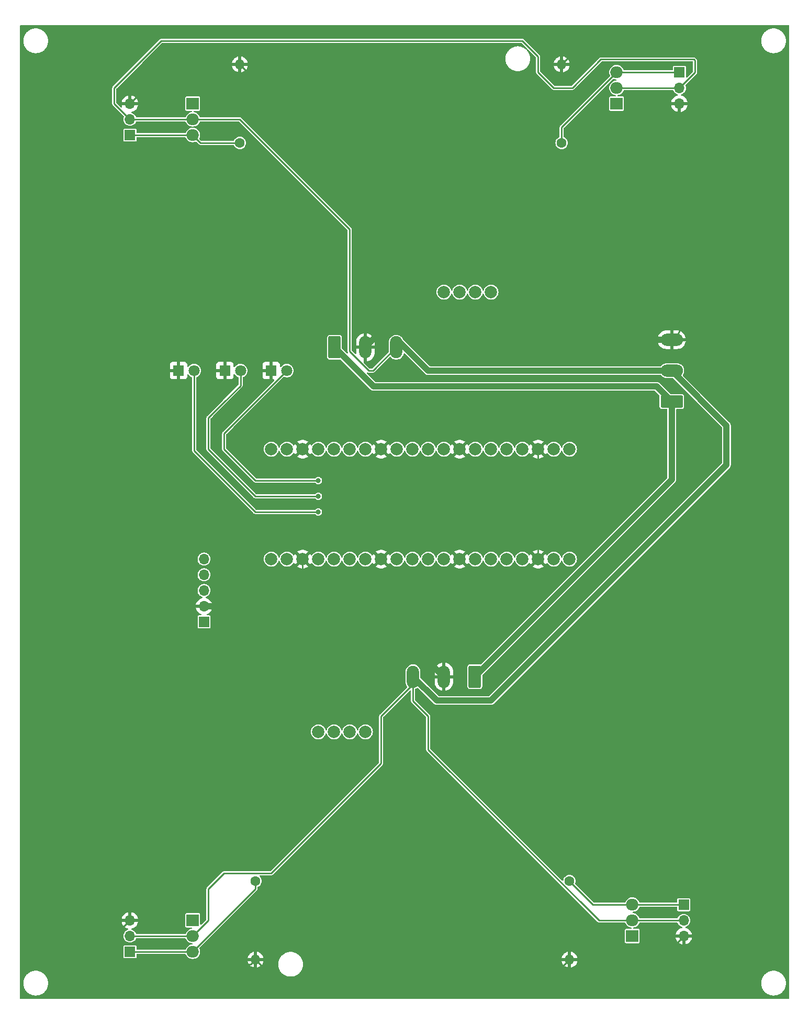
<source format=gbr>
%TF.GenerationSoftware,KiCad,Pcbnew,7.0.7*%
%TF.CreationDate,2024-10-12T22:05:23+05:30*%
%TF.ProjectId,MARS,4d415253-2e6b-4696-9361-645f70636258,rev?*%
%TF.SameCoordinates,Original*%
%TF.FileFunction,Copper,L2,Bot*%
%TF.FilePolarity,Positive*%
%FSLAX46Y46*%
G04 Gerber Fmt 4.6, Leading zero omitted, Abs format (unit mm)*
G04 Created by KiCad (PCBNEW 7.0.7) date 2024-10-12 22:05:23*
%MOMM*%
%LPD*%
G01*
G04 APERTURE LIST*
G04 Aperture macros list*
%AMRoundRect*
0 Rectangle with rounded corners*
0 $1 Rounding radius*
0 $2 $3 $4 $5 $6 $7 $8 $9 X,Y pos of 4 corners*
0 Add a 4 corners polygon primitive as box body*
4,1,4,$2,$3,$4,$5,$6,$7,$8,$9,$2,$3,0*
0 Add four circle primitives for the rounded corners*
1,1,$1+$1,$2,$3*
1,1,$1+$1,$4,$5*
1,1,$1+$1,$6,$7*
1,1,$1+$1,$8,$9*
0 Add four rect primitives between the rounded corners*
20,1,$1+$1,$2,$3,$4,$5,0*
20,1,$1+$1,$4,$5,$6,$7,0*
20,1,$1+$1,$6,$7,$8,$9,0*
20,1,$1+$1,$8,$9,$2,$3,0*%
G04 Aperture macros list end*
%TA.AperFunction,ComponentPad*%
%ADD10C,1.800000*%
%TD*%
%TA.AperFunction,ComponentPad*%
%ADD11R,1.800000X1.800000*%
%TD*%
%TA.AperFunction,ComponentPad*%
%ADD12C,1.600000*%
%TD*%
%TA.AperFunction,ComponentPad*%
%ADD13O,1.600000X1.600000*%
%TD*%
%TA.AperFunction,ComponentPad*%
%ADD14RoundRect,0.250000X0.750000X1.550000X-0.750000X1.550000X-0.750000X-1.550000X0.750000X-1.550000X0*%
%TD*%
%TA.AperFunction,ComponentPad*%
%ADD15O,2.000000X3.600000*%
%TD*%
%TA.AperFunction,ComponentPad*%
%ADD16R,1.700000X1.700000*%
%TD*%
%TA.AperFunction,ComponentPad*%
%ADD17O,1.700000X1.700000*%
%TD*%
%TA.AperFunction,ComponentPad*%
%ADD18RoundRect,0.250000X1.550000X-0.750000X1.550000X0.750000X-1.550000X0.750000X-1.550000X-0.750000X0*%
%TD*%
%TA.AperFunction,ComponentPad*%
%ADD19O,3.600000X2.000000*%
%TD*%
%TA.AperFunction,ComponentPad*%
%ADD20RoundRect,0.250000X-0.750000X-1.550000X0.750000X-1.550000X0.750000X1.550000X-0.750000X1.550000X0*%
%TD*%
%TA.AperFunction,ComponentPad*%
%ADD21R,2.000000X1.905000*%
%TD*%
%TA.AperFunction,ComponentPad*%
%ADD22O,2.000000X1.905000*%
%TD*%
%TA.AperFunction,ComponentPad*%
%ADD23C,2.000000*%
%TD*%
%TA.AperFunction,ViaPad*%
%ADD24C,0.800000*%
%TD*%
%TA.AperFunction,Conductor*%
%ADD25C,0.250000*%
%TD*%
%TA.AperFunction,Conductor*%
%ADD26C,1.000000*%
%TD*%
G04 APERTURE END LIST*
D10*
%TO.P,D3,2,A*%
%TO.N,Net-(D3-A)*%
X88900000Y-76200000D03*
D11*
%TO.P,D3,1,K*%
%TO.N,GND*%
X86360000Y-76200000D03*
%TD*%
D10*
%TO.P,D2,2,A*%
%TO.N,Net-(D2-A)*%
X81400000Y-76200000D03*
D11*
%TO.P,D2,1,K*%
%TO.N,GND*%
X78860000Y-76200000D03*
%TD*%
D10*
%TO.P,D1,2,A*%
%TO.N,Net-(D1-A)*%
X73900000Y-76200000D03*
D11*
%TO.P,D1,1,K*%
%TO.N,GND*%
X71360000Y-76200000D03*
%TD*%
D12*
%TO.P,R6,1*%
%TO.N,Net-(R4-S)*%
X134620000Y-158750000D03*
D13*
%TO.P,R6,2*%
%TO.N,GND*%
X134620000Y-171450000D03*
%TD*%
D14*
%TO.P,J3,1,Pin_1*%
%TO.N,Net-(J2-Pin_1)*%
X119300000Y-125697500D03*
D15*
%TO.P,J3,2,Pin_2*%
%TO.N,GND*%
X114300000Y-125697500D03*
%TO.P,J3,3,Pin_3*%
%TO.N,Net-(J2-Pin_3)*%
X109300000Y-125697500D03*
%TD*%
D16*
%TO.P,R8,1,PWM*%
%TO.N,Net-(R4-S)*%
X153105000Y-162575000D03*
D17*
%TO.P,R8,2,+*%
%TO.N,Net-(J2-Pin_3)*%
X153105000Y-165115000D03*
%TO.P,R8,3,-*%
%TO.N,GND*%
X153105000Y-167655000D03*
%TD*%
D12*
%TO.P,R1,1*%
%TO.N,Net-(L2-PWM)*%
X81280000Y-39370000D03*
D13*
%TO.P,R1,2*%
%TO.N,GND*%
X81280000Y-26670000D03*
%TD*%
D16*
%TO.P,L1,1,PWM*%
%TO.N,Net-(L1-PWM)*%
X63500000Y-170180000D03*
D17*
%TO.P,L1,2,+*%
%TO.N,Net-(J2-Pin_3)*%
X63500000Y-167640000D03*
%TO.P,L1,3,-*%
%TO.N,GND*%
X63500000Y-165100000D03*
%TD*%
D12*
%TO.P,R5,1*%
%TO.N,Net-(R3-S)*%
X133350000Y-39370000D03*
D13*
%TO.P,R5,2*%
%TO.N,GND*%
X133350000Y-26670000D03*
%TD*%
D12*
%TO.P,R2,1*%
%TO.N,Net-(L1-PWM)*%
X83820000Y-158750000D03*
D13*
%TO.P,R2,2*%
%TO.N,GND*%
X83820000Y-171450000D03*
%TD*%
D18*
%TO.P,J4,1,Pin_1*%
%TO.N,Net-(J2-Pin_1)*%
X151162500Y-81200000D03*
D19*
%TO.P,J4,2,Pin_2*%
%TO.N,Net-(J2-Pin_3)*%
X151162500Y-76200000D03*
%TO.P,J4,3,Pin_3*%
%TO.N,GND*%
X151162500Y-71200000D03*
%TD*%
D20*
%TO.P,J2,1,Pin_1*%
%TO.N,Net-(J2-Pin_1)*%
X96600000Y-72422500D03*
D15*
%TO.P,J2,2,Pin_2*%
%TO.N,GND*%
X101600000Y-72422500D03*
%TO.P,J2,3,Pin_3*%
%TO.N,Net-(J2-Pin_3)*%
X106600000Y-72422500D03*
%TD*%
D21*
%TO.P,R3,1,G*%
%TO.N,Net-(R3-G)*%
X142240000Y-33020000D03*
D22*
%TO.P,R3,2,D*%
%TO.N,Net-(J2-Pin_3)*%
X142240000Y-30480000D03*
%TO.P,R3,3,S*%
%TO.N,Net-(R3-S)*%
X142240000Y-27940000D03*
%TD*%
D16*
%TO.P,R7,1,PWM*%
%TO.N,Net-(R3-S)*%
X152400000Y-27955000D03*
D17*
%TO.P,R7,2,+*%
%TO.N,Net-(J2-Pin_3)*%
X152400000Y-30495000D03*
%TO.P,R7,3,-*%
%TO.N,GND*%
X152400000Y-33035000D03*
%TD*%
D16*
%TO.P,L2,1,PWM*%
%TO.N,Net-(L2-PWM)*%
X63500000Y-38100000D03*
D17*
%TO.P,L2,2,+*%
%TO.N,Net-(J2-Pin_3)*%
X63500000Y-35560000D03*
%TO.P,L2,3,-*%
%TO.N,GND*%
X63500000Y-33020000D03*
%TD*%
D23*
%TO.P,U2,1,IN1*%
%TO.N,Net-(RP1-GP21)*%
X114300000Y-63500000D03*
%TO.P,U2,2,IN2*%
%TO.N,Net-(RP1-GP20)*%
X116840000Y-63500000D03*
%TO.P,U2,3,IN3*%
%TO.N,Net-(RP1-GP19)*%
X119380000Y-63500000D03*
%TO.P,U2,4,IN4*%
%TO.N,Net-(RP1-GP18)*%
X121920000Y-63500000D03*
%TD*%
%TO.P,RP1,1,GP0*%
%TO.N,Net-(J1-Pin_3)*%
X86360000Y-106680000D03*
%TO.P,RP1,2,GP1*%
%TO.N,Net-(J1-Pin_4)*%
X88900000Y-106680000D03*
%TO.P,RP1,3,GND*%
%TO.N,GND*%
X91440000Y-106680000D03*
%TO.P,RP1,4,GP2*%
%TO.N,Net-(J1-Pin_5)*%
X93980000Y-106680000D03*
%TO.P,RP1,5,GP3*%
%TO.N,Net-(D1-A)*%
X96520000Y-106680000D03*
%TO.P,RP1,6,GP4*%
%TO.N,Net-(D2-A)*%
X99060000Y-106680000D03*
%TO.P,RP1,7,GP5*%
%TO.N,Net-(D3-A)*%
X101600000Y-106680000D03*
%TO.P,RP1,8,GND*%
%TO.N,GND*%
X104140000Y-106680000D03*
%TO.P,RP1,9,GP6*%
%TO.N,unconnected-(RP1-GP6-Pad9)*%
X106680000Y-106680000D03*
%TO.P,RP1,10,GP7*%
%TO.N,Net-(L3-G)*%
X109220000Y-106680000D03*
%TO.P,RP1,11,GP8*%
%TO.N,Net-(L4-G)*%
X111760000Y-106680000D03*
%TO.P,RP1,12,GP9*%
%TO.N,unconnected-(RP1-GP9-Pad12)*%
X114300000Y-106680000D03*
%TO.P,RP1,13,GND*%
%TO.N,GND*%
X116840000Y-106680000D03*
%TO.P,RP1,14,GP10*%
%TO.N,unconnected-(RP1-GP10-Pad14)*%
X119380000Y-106680000D03*
%TO.P,RP1,15,GP11*%
%TO.N,unconnected-(RP1-GP11-Pad15)*%
X121920000Y-106680000D03*
%TO.P,RP1,16,GP12*%
%TO.N,Net-(RP1-GP12)*%
X124460000Y-106680000D03*
%TO.P,RP1,17,GP13*%
%TO.N,Net-(RP1-GP13)*%
X127000000Y-106680000D03*
%TO.P,RP1,18,GND*%
%TO.N,GND*%
X129540000Y-106680000D03*
%TO.P,RP1,19,GP14*%
%TO.N,Net-(RP1-GP14)*%
X132080000Y-106680000D03*
%TO.P,RP1,20,GP15*%
%TO.N,Net-(RP1-GP15)*%
X134620000Y-106680000D03*
%TO.P,RP1,21,GP16*%
%TO.N,Net-(R4-G)*%
X134620000Y-88900000D03*
%TO.P,RP1,22,GP17*%
%TO.N,Net-(R3-G)*%
X132080000Y-88900000D03*
%TO.P,RP1,23,GND*%
%TO.N,GND*%
X129540000Y-88900000D03*
%TO.P,RP1,24,GP18*%
%TO.N,Net-(RP1-GP18)*%
X127000000Y-88900000D03*
%TO.P,RP1,25,GP19*%
%TO.N,Net-(RP1-GP19)*%
X124460000Y-88900000D03*
%TO.P,RP1,26,GP20*%
%TO.N,Net-(RP1-GP20)*%
X121920000Y-88900000D03*
%TO.P,RP1,27,GP21*%
%TO.N,Net-(RP1-GP21)*%
X119380000Y-88900000D03*
%TO.P,RP1,28,GND*%
%TO.N,GND*%
X116840000Y-88900000D03*
%TO.P,RP1,29,GP22*%
%TO.N,unconnected-(RP1-GP22-Pad29)*%
X114300000Y-88900000D03*
%TO.P,RP1,30,RUN*%
%TO.N,unconnected-(RP1-RUN-Pad30)*%
X111760000Y-88900000D03*
%TO.P,RP1,31,GP26*%
%TO.N,unconnected-(RP1-GP26-Pad31)*%
X109220000Y-88900000D03*
%TO.P,RP1,32,GP27*%
%TO.N,unconnected-(RP1-GP27-Pad32)*%
X106680000Y-88900000D03*
%TO.P,RP1,33,GND*%
%TO.N,GND*%
X104140000Y-88900000D03*
%TO.P,RP1,34,GP28*%
%TO.N,unconnected-(RP1-GP28-Pad34)*%
X101600000Y-88900000D03*
%TO.P,RP1,35,(ADC_Vref)*%
%TO.N,unconnected-(RP1-(ADC_Vref)-Pad35)*%
X99060000Y-88900000D03*
%TO.P,RP1,36,3V3(out)*%
%TO.N,unconnected-(RP1-3V3(out)-Pad36)*%
X96520000Y-88900000D03*
%TO.P,RP1,37,3V3_en*%
%TO.N,unconnected-(RP1-3V3_en-Pad37)*%
X93980000Y-88900000D03*
%TO.P,RP1,38,GND*%
%TO.N,GND*%
X91440000Y-88900000D03*
%TO.P,RP1,39,VSYS*%
%TO.N,unconnected-(RP1-VSYS-Pad39)*%
X88900000Y-88900000D03*
%TO.P,RP1,40,VBUS*%
%TO.N,Net-(J1-Pin_1)*%
X86360000Y-88900000D03*
%TD*%
D21*
%TO.P,R4,1,G*%
%TO.N,Net-(R4-G)*%
X144780000Y-167640000D03*
D22*
%TO.P,R4,2,D*%
%TO.N,Net-(J2-Pin_3)*%
X144780000Y-165100000D03*
%TO.P,R4,3,S*%
%TO.N,Net-(R4-S)*%
X144780000Y-162560000D03*
%TD*%
D21*
%TO.P,L3,1,G*%
%TO.N,Net-(L3-G)*%
X73660000Y-33020000D03*
D22*
%TO.P,L3,2,D*%
%TO.N,Net-(J2-Pin_3)*%
X73660000Y-35560000D03*
%TO.P,L3,3,S*%
%TO.N,Net-(L2-PWM)*%
X73660000Y-38100000D03*
%TD*%
D21*
%TO.P,L4,1,G*%
%TO.N,Net-(L4-G)*%
X73660000Y-165100000D03*
D22*
%TO.P,L4,2,D*%
%TO.N,Net-(J2-Pin_3)*%
X73660000Y-167640000D03*
%TO.P,L4,3,S*%
%TO.N,Net-(L1-PWM)*%
X73660000Y-170180000D03*
%TD*%
D16*
%TO.P,J1,1,Pin_1*%
%TO.N,Net-(J1-Pin_1)*%
X75495000Y-116835000D03*
D17*
%TO.P,J1,2,Pin_2*%
%TO.N,GND*%
X75495000Y-114295000D03*
%TO.P,J1,3,Pin_3*%
%TO.N,Net-(J1-Pin_3)*%
X75495000Y-111755000D03*
%TO.P,J1,4,Pin_4*%
%TO.N,Net-(J1-Pin_4)*%
X75495000Y-109215000D03*
%TO.P,J1,5,Pin_5*%
%TO.N,Net-(J1-Pin_5)*%
X75495000Y-106675000D03*
%TD*%
D23*
%TO.P,U1,1,IN1*%
%TO.N,Net-(RP1-GP15)*%
X101600000Y-134620000D03*
%TO.P,U1,2,IN2*%
%TO.N,Net-(RP1-GP14)*%
X99060000Y-134620000D03*
%TO.P,U1,3,IN3*%
%TO.N,Net-(RP1-GP13)*%
X96520000Y-134620000D03*
%TO.P,U1,4,IN4*%
%TO.N,Net-(RP1-GP12)*%
X93980000Y-134620000D03*
%TD*%
D24*
%TO.N,GND*%
X104140000Y-104140000D03*
%TO.N,Net-(D1-A)*%
X93980000Y-99060000D03*
%TO.N,Net-(D2-A)*%
X93980000Y-96520000D03*
%TO.N,Net-(D3-A)*%
X93980000Y-93980000D03*
%TD*%
D25*
%TO.N,Net-(D3-A)*%
X83820000Y-93980000D02*
X93980000Y-93980000D01*
X78740000Y-88900000D02*
X83820000Y-93980000D01*
X78740000Y-86360000D02*
X78740000Y-88900000D01*
X81280000Y-83820000D02*
X78740000Y-86360000D01*
X88900000Y-76200000D02*
X81280000Y-83820000D01*
%TO.N,Net-(D2-A)*%
X83820000Y-96520000D02*
X93980000Y-96520000D01*
X78740000Y-81280000D02*
X76200000Y-83820000D01*
X76200000Y-88900000D02*
X83820000Y-96520000D01*
X81400000Y-78620000D02*
X78740000Y-81280000D01*
X76200000Y-83820000D02*
X76200000Y-88900000D01*
X81400000Y-76200000D02*
X81400000Y-78620000D01*
%TO.N,Net-(D1-A)*%
X76200000Y-91440000D02*
X83820000Y-99060000D01*
X83820000Y-99060000D02*
X93980000Y-99060000D01*
X73900000Y-89140000D02*
X76200000Y-91440000D01*
X73900000Y-76200000D02*
X73900000Y-89140000D01*
D26*
%TO.N,Net-(J2-Pin_1)*%
X102917500Y-78740000D02*
X148702500Y-78740000D01*
X96600000Y-72422500D02*
X102917500Y-78740000D01*
X119300000Y-125697500D02*
X151162500Y-93835000D01*
X151162500Y-93835000D02*
X151162500Y-81200000D01*
X148702500Y-78740000D02*
X151162500Y-81200000D01*
D25*
%TO.N,GND*%
X157480000Y-27940000D02*
X157480000Y-30480000D01*
X63500000Y-134620000D02*
X63500000Y-165100000D01*
X60960000Y-170180000D02*
X63029999Y-172249999D01*
X129540000Y-88900000D02*
X129540000Y-106680000D01*
X133350000Y-26670000D02*
X134620000Y-25400000D01*
X124460000Y-101600000D02*
X121920000Y-101600000D01*
X69850000Y-26670000D02*
X63500000Y-33020000D01*
X114300000Y-104140000D02*
X93980000Y-104140000D01*
X157480000Y-30480000D02*
X154925000Y-33035000D01*
D26*
X78740000Y-114300000D02*
X75500000Y-114300000D01*
D25*
X91440000Y-109220000D02*
X86360000Y-114300000D01*
D26*
X78740000Y-114300000D02*
X81980000Y-117540000D01*
D25*
X81280000Y-26670000D02*
X104140000Y-49530000D01*
X153105000Y-167655000D02*
X150580000Y-170180000D01*
X93980000Y-104140000D02*
X91440000Y-106680000D01*
X139700000Y-170180000D02*
X138430000Y-171450000D01*
X121920000Y-101600000D02*
X116840000Y-106680000D01*
X138430000Y-171450000D02*
X134620000Y-171450000D01*
X150580000Y-170180000D02*
X139700000Y-170180000D01*
X154925000Y-33035000D02*
X152400000Y-33035000D01*
X87630000Y-175260000D02*
X130810000Y-175260000D01*
D26*
X81980000Y-117540000D02*
X86360000Y-117540000D01*
D25*
X86360000Y-114300000D02*
X86360000Y-117540000D01*
X78740000Y-114300000D02*
X81280000Y-116840000D01*
X104140000Y-49530000D02*
X104140000Y-67277500D01*
X81280000Y-26670000D02*
X69850000Y-26670000D01*
X83820000Y-171450000D02*
X87630000Y-175260000D01*
X116840000Y-106680000D02*
X114300000Y-104140000D01*
X91440000Y-106680000D02*
X91440000Y-109220000D01*
X134620000Y-25400000D02*
X154940000Y-25400000D01*
X83020001Y-172249999D02*
X83820000Y-171450000D01*
X130810000Y-175260000D02*
X134620000Y-171450000D01*
X104140000Y-67277500D02*
X105442500Y-68580000D01*
D26*
X144860000Y-71200000D02*
X151162500Y-71200000D01*
X86360000Y-117540000D02*
X106142500Y-117540000D01*
D25*
X154940000Y-25400000D02*
X157480000Y-27940000D01*
D26*
X101600000Y-72422500D02*
X105442500Y-68580000D01*
D25*
X129540000Y-106680000D02*
X124460000Y-101600000D01*
X63500000Y-165100000D02*
X60960000Y-167640000D01*
X60960000Y-167640000D02*
X60960000Y-170180000D01*
D26*
X105442500Y-68580000D02*
X142240000Y-68580000D01*
X106142500Y-117540000D02*
X114300000Y-125697500D01*
D25*
X63029999Y-172249999D02*
X83020001Y-172249999D01*
X81280000Y-116840000D02*
X63500000Y-134620000D01*
D26*
X75500000Y-114300000D02*
X75495000Y-114295000D01*
X142240000Y-68580000D02*
X144860000Y-71200000D01*
D25*
X152400000Y-33035000D02*
X152400000Y-69962500D01*
X152400000Y-69962500D02*
X151162500Y-71200000D01*
%TO.N,Net-(L1-PWM)*%
X83820000Y-160020000D02*
X73660000Y-170180000D01*
X73660000Y-170180000D02*
X63500000Y-170180000D01*
X83820000Y-158750000D02*
X83820000Y-160020000D01*
%TO.N,Net-(L2-PWM)*%
X81280000Y-39370000D02*
X74930000Y-39370000D01*
X74930000Y-39370000D02*
X73660000Y-38100000D01*
X73660000Y-38100000D02*
X63500000Y-38100000D01*
%TO.N,Net-(R3-S)*%
X133350000Y-36830000D02*
X142240000Y-27940000D01*
X133350000Y-39370000D02*
X133350000Y-36830000D01*
X152400000Y-27955000D02*
X142255000Y-27955000D01*
X142255000Y-27955000D02*
X142240000Y-27940000D01*
%TO.N,Net-(R4-S)*%
X144795000Y-162575000D02*
X144780000Y-162560000D01*
X153105000Y-162575000D02*
X144795000Y-162575000D01*
X144780000Y-162560000D02*
X138430000Y-162560000D01*
X138430000Y-162560000D02*
X134620000Y-158750000D01*
%TO.N,Net-(J2-Pin_3)*%
X109300000Y-126920000D02*
X109300000Y-125697500D01*
X129540000Y-25400000D02*
X127000000Y-22860000D01*
X73660000Y-167640000D02*
X63500000Y-167640000D01*
X76200000Y-160020000D02*
X78740000Y-157480000D01*
X111760000Y-132080000D02*
X109300000Y-129620000D01*
X73660000Y-35560000D02*
X81280000Y-35560000D01*
X106600000Y-71200000D02*
X106680000Y-71120000D01*
X104140000Y-139700000D02*
X104140000Y-132080000D01*
X144780000Y-165100000D02*
X139379009Y-165100000D01*
X152400000Y-30495000D02*
X142255000Y-30495000D01*
X139700000Y-25850000D02*
X135070000Y-30480000D01*
X73660000Y-167640000D02*
X76200000Y-165100000D01*
D26*
X109300000Y-125697500D02*
X113142500Y-129540000D01*
D25*
X144780000Y-165100000D02*
X153090000Y-165100000D01*
X104140000Y-132080000D02*
X109300000Y-126920000D01*
X99060000Y-73108166D02*
X102151834Y-76200000D01*
X139379009Y-165100000D02*
X111760000Y-137480991D01*
X154753604Y-25850000D02*
X139700000Y-25850000D01*
X106600000Y-72422500D02*
X106600000Y-71200000D01*
D26*
X113142500Y-129540000D02*
X121920000Y-129540000D01*
D25*
X154940000Y-27955000D02*
X154940000Y-26036396D01*
D26*
X160020000Y-85057500D02*
X151162500Y-76200000D01*
D25*
X99060000Y-53340000D02*
X99060000Y-73108166D01*
X60960000Y-33020000D02*
X63500000Y-35560000D01*
X86360000Y-157480000D02*
X104140000Y-139700000D01*
X129540000Y-27940000D02*
X129540000Y-25400000D01*
D26*
X111760000Y-76200000D02*
X151162500Y-76200000D01*
X160020000Y-91440000D02*
X160020000Y-85057500D01*
D25*
X135070000Y-30480000D02*
X132080000Y-30480000D01*
X60960000Y-30480000D02*
X60960000Y-33020000D01*
X78740000Y-157480000D02*
X86360000Y-157480000D01*
D26*
X106680000Y-71120000D02*
X111760000Y-76200000D01*
D25*
X81280000Y-35560000D02*
X99060000Y-53340000D01*
X76200000Y-165100000D02*
X76200000Y-160020000D01*
X132080000Y-30480000D02*
X129540000Y-27940000D01*
X142255000Y-30495000D02*
X142240000Y-30480000D01*
X152400000Y-30495000D02*
X154940000Y-27955000D01*
X73660000Y-35560000D02*
X63500000Y-35560000D01*
D26*
X121920000Y-129540000D02*
X160020000Y-91440000D01*
D25*
X102151834Y-76200000D02*
X102822500Y-76200000D01*
X111760000Y-137480991D02*
X111760000Y-132080000D01*
X68580000Y-22860000D02*
X60960000Y-30480000D01*
X153090000Y-165100000D02*
X153105000Y-165115000D01*
X154940000Y-26036396D02*
X154753604Y-25850000D01*
X127000000Y-22860000D02*
X68580000Y-22860000D01*
X102822500Y-76200000D02*
X106600000Y-72422500D01*
X109300000Y-129620000D02*
X109300000Y-125697500D01*
%TD*%
%TA.AperFunction,Conductor*%
%TO.N,GND*%
G36*
X170123039Y-20339685D02*
G01*
X170168794Y-20392489D01*
X170180000Y-20444000D01*
X170180000Y-177676000D01*
X170160315Y-177743039D01*
X170107511Y-177788794D01*
X170056000Y-177800000D01*
X45844000Y-177800000D01*
X45776961Y-177780315D01*
X45731206Y-177727511D01*
X45720000Y-177676000D01*
X45720000Y-175260000D01*
X46254390Y-175260000D01*
X46261745Y-175362844D01*
X46262390Y-175371853D01*
X46262548Y-175376277D01*
X46262548Y-175402861D01*
X46266331Y-175429172D01*
X46266804Y-175433574D01*
X46274804Y-175545428D01*
X46274805Y-175545435D01*
X46298637Y-175654988D01*
X46299423Y-175659346D01*
X46303206Y-175685666D01*
X46310698Y-175711181D01*
X46311793Y-175715471D01*
X46335630Y-175825046D01*
X46335631Y-175825048D01*
X46374819Y-175930118D01*
X46376217Y-175934317D01*
X46383705Y-175959816D01*
X46394746Y-175983994D01*
X46396440Y-175988084D01*
X46435632Y-176093159D01*
X46435635Y-176093166D01*
X46489363Y-176191561D01*
X46491345Y-176195521D01*
X46502394Y-176219717D01*
X46516772Y-176242088D01*
X46519031Y-176245895D01*
X46561751Y-176324129D01*
X46572772Y-176344312D01*
X46572776Y-176344318D01*
X46639976Y-176434086D01*
X46642498Y-176437719D01*
X46656873Y-176460086D01*
X46667493Y-176472343D01*
X46674284Y-176480180D01*
X46677055Y-176483619D01*
X46744261Y-176573395D01*
X46823552Y-176652686D01*
X46826562Y-176655919D01*
X46843978Y-176676018D01*
X46864078Y-176693435D01*
X46867304Y-176696438D01*
X46946605Y-176775739D01*
X47036404Y-176842961D01*
X47039815Y-176845711D01*
X47059911Y-176863126D01*
X47077905Y-176874689D01*
X47082266Y-176877492D01*
X47082276Y-176877498D01*
X47085914Y-176880024D01*
X47175682Y-176947224D01*
X47175690Y-176947229D01*
X47274102Y-177000966D01*
X47277910Y-177003225D01*
X47300286Y-177017606D01*
X47324479Y-177028654D01*
X47328431Y-177030632D01*
X47426839Y-177084367D01*
X47531914Y-177123558D01*
X47535993Y-177125247D01*
X47560179Y-177136293D01*
X47585691Y-177143784D01*
X47589872Y-177145175D01*
X47694954Y-177184369D01*
X47804554Y-177208211D01*
X47808788Y-177209291D01*
X47834326Y-177216790D01*
X47834331Y-177216790D01*
X47834339Y-177216793D01*
X47860655Y-177220576D01*
X47864982Y-177221356D01*
X47974572Y-177245196D01*
X48086450Y-177253197D01*
X48090795Y-177253664D01*
X48117139Y-177257452D01*
X48117146Y-177257452D01*
X48143721Y-177257452D01*
X48148143Y-177257609D01*
X48197344Y-177261128D01*
X48259999Y-177265610D01*
X48260000Y-177265610D01*
X48260001Y-177265610D01*
X48322655Y-177261128D01*
X48371856Y-177257609D01*
X48376279Y-177257452D01*
X48402854Y-177257452D01*
X48402861Y-177257452D01*
X48429219Y-177253662D01*
X48433516Y-177253200D01*
X48545428Y-177245196D01*
X48655012Y-177221357D01*
X48659345Y-177220576D01*
X48685671Y-177216791D01*
X48711189Y-177209298D01*
X48715438Y-177208212D01*
X48825046Y-177184369D01*
X48930124Y-177145177D01*
X48934291Y-177143789D01*
X48959821Y-177136293D01*
X48984020Y-177125241D01*
X48988056Y-177123569D01*
X49093161Y-177084367D01*
X49191568Y-177030632D01*
X49195514Y-177028657D01*
X49219708Y-177017608D01*
X49219716Y-177017602D01*
X49219722Y-177017600D01*
X49242104Y-177003215D01*
X49245872Y-177000979D01*
X49344315Y-176947226D01*
X49434120Y-176879998D01*
X49437697Y-176877515D01*
X49460086Y-176863127D01*
X49480208Y-176845690D01*
X49483591Y-176842965D01*
X49573395Y-176775739D01*
X49652689Y-176696444D01*
X49655913Y-176693442D01*
X49676020Y-176676020D01*
X49693445Y-176655909D01*
X49696433Y-176652700D01*
X49775739Y-176573395D01*
X49842965Y-176483591D01*
X49845690Y-176480208D01*
X49863127Y-176460086D01*
X49877507Y-176437709D01*
X49880008Y-176434107D01*
X49947226Y-176344315D01*
X50000979Y-176245872D01*
X50003215Y-176242104D01*
X50017600Y-176219722D01*
X50017602Y-176219716D01*
X50017608Y-176219708D01*
X50028657Y-176195514D01*
X50030636Y-176191561D01*
X50084367Y-176093161D01*
X50123569Y-175988056D01*
X50125241Y-175984020D01*
X50136293Y-175959821D01*
X50143789Y-175934291D01*
X50145177Y-175930124D01*
X50148758Y-175920522D01*
X50184369Y-175825046D01*
X50208212Y-175715438D01*
X50209298Y-175711189D01*
X50216791Y-175685671D01*
X50220576Y-175659345D01*
X50221357Y-175655012D01*
X50245196Y-175545428D01*
X50253198Y-175433540D01*
X50253666Y-175429192D01*
X50257452Y-175402861D01*
X50258107Y-175366105D01*
X50258250Y-175362901D01*
X50265610Y-175260000D01*
X165634390Y-175260000D01*
X165641745Y-175362844D01*
X165642390Y-175371853D01*
X165642548Y-175376277D01*
X165642548Y-175402861D01*
X165646331Y-175429172D01*
X165646804Y-175433574D01*
X165654804Y-175545428D01*
X165654805Y-175545435D01*
X165678637Y-175654988D01*
X165679423Y-175659346D01*
X165683206Y-175685666D01*
X165690698Y-175711181D01*
X165691793Y-175715471D01*
X165715630Y-175825046D01*
X165715631Y-175825048D01*
X165754819Y-175930118D01*
X165756217Y-175934317D01*
X165763705Y-175959816D01*
X165774746Y-175983994D01*
X165776440Y-175988084D01*
X165815632Y-176093159D01*
X165815635Y-176093166D01*
X165869363Y-176191561D01*
X165871345Y-176195521D01*
X165882394Y-176219717D01*
X165896772Y-176242088D01*
X165899031Y-176245895D01*
X165941751Y-176324129D01*
X165952772Y-176344312D01*
X165952776Y-176344318D01*
X166019976Y-176434086D01*
X166022498Y-176437719D01*
X166036873Y-176460086D01*
X166047493Y-176472343D01*
X166054284Y-176480180D01*
X166057055Y-176483619D01*
X166124261Y-176573395D01*
X166203552Y-176652686D01*
X166206562Y-176655919D01*
X166223978Y-176676018D01*
X166244078Y-176693435D01*
X166247304Y-176696438D01*
X166326605Y-176775739D01*
X166416404Y-176842961D01*
X166419815Y-176845711D01*
X166439911Y-176863126D01*
X166457905Y-176874689D01*
X166462266Y-176877492D01*
X166462276Y-176877498D01*
X166465914Y-176880024D01*
X166555682Y-176947224D01*
X166555690Y-176947229D01*
X166654102Y-177000966D01*
X166657910Y-177003225D01*
X166680286Y-177017606D01*
X166704479Y-177028654D01*
X166708431Y-177030632D01*
X166806839Y-177084367D01*
X166911914Y-177123558D01*
X166915993Y-177125247D01*
X166940179Y-177136293D01*
X166965691Y-177143784D01*
X166969872Y-177145175D01*
X167074954Y-177184369D01*
X167184554Y-177208211D01*
X167188788Y-177209291D01*
X167214326Y-177216790D01*
X167214331Y-177216790D01*
X167214339Y-177216793D01*
X167240655Y-177220576D01*
X167244982Y-177221356D01*
X167354572Y-177245196D01*
X167466450Y-177253197D01*
X167470795Y-177253664D01*
X167497139Y-177257452D01*
X167497146Y-177257452D01*
X167523721Y-177257452D01*
X167528143Y-177257609D01*
X167577344Y-177261128D01*
X167639999Y-177265610D01*
X167640000Y-177265610D01*
X167640001Y-177265610D01*
X167702655Y-177261128D01*
X167751856Y-177257609D01*
X167756279Y-177257452D01*
X167782854Y-177257452D01*
X167782861Y-177257452D01*
X167809219Y-177253662D01*
X167813516Y-177253200D01*
X167925428Y-177245196D01*
X168035012Y-177221357D01*
X168039345Y-177220576D01*
X168065671Y-177216791D01*
X168091189Y-177209298D01*
X168095438Y-177208212D01*
X168205046Y-177184369D01*
X168310124Y-177145177D01*
X168314291Y-177143789D01*
X168339821Y-177136293D01*
X168364020Y-177125241D01*
X168368056Y-177123569D01*
X168473161Y-177084367D01*
X168571568Y-177030632D01*
X168575514Y-177028657D01*
X168599708Y-177017608D01*
X168599716Y-177017602D01*
X168599722Y-177017600D01*
X168622104Y-177003215D01*
X168625872Y-177000979D01*
X168724315Y-176947226D01*
X168814120Y-176879998D01*
X168817697Y-176877515D01*
X168840086Y-176863127D01*
X168860208Y-176845690D01*
X168863591Y-176842965D01*
X168953395Y-176775739D01*
X169032689Y-176696444D01*
X169035913Y-176693442D01*
X169056020Y-176676020D01*
X169073445Y-176655909D01*
X169076433Y-176652700D01*
X169155739Y-176573395D01*
X169222965Y-176483591D01*
X169225690Y-176480208D01*
X169243127Y-176460086D01*
X169257507Y-176437709D01*
X169260008Y-176434107D01*
X169327226Y-176344315D01*
X169380979Y-176245872D01*
X169383215Y-176242104D01*
X169397600Y-176219722D01*
X169397602Y-176219716D01*
X169397608Y-176219708D01*
X169408657Y-176195514D01*
X169410636Y-176191561D01*
X169464367Y-176093161D01*
X169503569Y-175988056D01*
X169505241Y-175984020D01*
X169516293Y-175959821D01*
X169523789Y-175934291D01*
X169525177Y-175930124D01*
X169528758Y-175920522D01*
X169564369Y-175825046D01*
X169588212Y-175715438D01*
X169589298Y-175711189D01*
X169596791Y-175685671D01*
X169600576Y-175659345D01*
X169601357Y-175655012D01*
X169625196Y-175545428D01*
X169633198Y-175433540D01*
X169633666Y-175429192D01*
X169637452Y-175402861D01*
X169638107Y-175366105D01*
X169638250Y-175362901D01*
X169645610Y-175260000D01*
X169638250Y-175157102D01*
X169638107Y-175153890D01*
X169637452Y-175117139D01*
X169633663Y-175090789D01*
X169633197Y-175086450D01*
X169625196Y-174974572D01*
X169601356Y-174864982D01*
X169600576Y-174860655D01*
X169596793Y-174834339D01*
X169596790Y-174834331D01*
X169596790Y-174834326D01*
X169589291Y-174808788D01*
X169588211Y-174804554D01*
X169564369Y-174694954D01*
X169525175Y-174589872D01*
X169523782Y-174585684D01*
X169516293Y-174560179D01*
X169505246Y-174535989D01*
X169503558Y-174531914D01*
X169503553Y-174531901D01*
X169464367Y-174426839D01*
X169410632Y-174328431D01*
X169408654Y-174324479D01*
X169397606Y-174300286D01*
X169383225Y-174277910D01*
X169380966Y-174274102D01*
X169327229Y-174175690D01*
X169327224Y-174175682D01*
X169260024Y-174085914D01*
X169257498Y-174082276D01*
X169243126Y-174059911D01*
X169225711Y-174039815D01*
X169222961Y-174036404D01*
X169155739Y-173946605D01*
X169076438Y-173867304D01*
X169073435Y-173864078D01*
X169072484Y-173862981D01*
X169056020Y-173843980D01*
X169035921Y-173826564D01*
X169032681Y-173823547D01*
X168953398Y-173744264D01*
X168953396Y-173744262D01*
X168953395Y-173744261D01*
X168863619Y-173677055D01*
X168860180Y-173674284D01*
X168847188Y-173663027D01*
X168840086Y-173656873D01*
X168817719Y-173642498D01*
X168814086Y-173639976D01*
X168805348Y-173633435D01*
X168750904Y-173592678D01*
X168724318Y-173572776D01*
X168724316Y-173572775D01*
X168724315Y-173572774D01*
X168704129Y-173561751D01*
X168625895Y-173519031D01*
X168622088Y-173516772D01*
X168599717Y-173502394D01*
X168575521Y-173491345D01*
X168571561Y-173489363D01*
X168473166Y-173435635D01*
X168473159Y-173435632D01*
X168368084Y-173396440D01*
X168363994Y-173394746D01*
X168349072Y-173387931D01*
X168339821Y-173383707D01*
X168339819Y-173383706D01*
X168339816Y-173383705D01*
X168314317Y-173376217D01*
X168310118Y-173374819D01*
X168205048Y-173335631D01*
X168205046Y-173335630D01*
X168095471Y-173311793D01*
X168091180Y-173310698D01*
X168084402Y-173308708D01*
X168065669Y-173303207D01*
X168039346Y-173299423D01*
X168034988Y-173298637D01*
X167925435Y-173274805D01*
X167925428Y-173274804D01*
X167813574Y-173266804D01*
X167809177Y-173266331D01*
X167782861Y-173262548D01*
X167756279Y-173262548D01*
X167751856Y-173262390D01*
X167702655Y-173258871D01*
X167640001Y-173254390D01*
X167639999Y-173254390D01*
X167577344Y-173258871D01*
X167528143Y-173262390D01*
X167523721Y-173262548D01*
X167497137Y-173262548D01*
X167470826Y-173266331D01*
X167466424Y-173266804D01*
X167354571Y-173274804D01*
X167354561Y-173274805D01*
X167245013Y-173298636D01*
X167240657Y-173299422D01*
X167214325Y-173303207D01*
X167188819Y-173310698D01*
X167184528Y-173311793D01*
X167074953Y-173335630D01*
X167074947Y-173335632D01*
X166969883Y-173374819D01*
X166965684Y-173376216D01*
X166940177Y-173383706D01*
X166915989Y-173394753D01*
X166911901Y-173396446D01*
X166806844Y-173435630D01*
X166806831Y-173435636D01*
X166708436Y-173489363D01*
X166704478Y-173491344D01*
X166680291Y-173502389D01*
X166657909Y-173516773D01*
X166654102Y-173519033D01*
X166555688Y-173572771D01*
X166465903Y-173639981D01*
X166462271Y-173642503D01*
X166439911Y-173656874D01*
X166432810Y-173663027D01*
X166419823Y-173674280D01*
X166416377Y-173677057D01*
X166326619Y-173744249D01*
X166326604Y-173744262D01*
X166247310Y-173823553D01*
X166244071Y-173826569D01*
X166223979Y-173843979D01*
X166206569Y-173864071D01*
X166203553Y-173867310D01*
X166124262Y-173946604D01*
X166124254Y-173946613D01*
X166057054Y-174036380D01*
X166054278Y-174039825D01*
X166036868Y-174059918D01*
X166022505Y-174082267D01*
X166019982Y-174085902D01*
X165952771Y-174175688D01*
X165899033Y-174274102D01*
X165896773Y-174277909D01*
X165882389Y-174300291D01*
X165871344Y-174324478D01*
X165869363Y-174328436D01*
X165815636Y-174426831D01*
X165815630Y-174426844D01*
X165776446Y-174531901D01*
X165774753Y-174535989D01*
X165763706Y-174560177D01*
X165756216Y-174585684D01*
X165754819Y-174589883D01*
X165715632Y-174694947D01*
X165715630Y-174694953D01*
X165691793Y-174804528D01*
X165690698Y-174808819D01*
X165683207Y-174834325D01*
X165679422Y-174860657D01*
X165678636Y-174865013D01*
X165654805Y-174974561D01*
X165654804Y-174974571D01*
X165646804Y-175086424D01*
X165646331Y-175090826D01*
X165642548Y-175117136D01*
X165642548Y-175143721D01*
X165642390Y-175148143D01*
X165634390Y-175260000D01*
X50265610Y-175260000D01*
X50258250Y-175157102D01*
X50258107Y-175153890D01*
X50257452Y-175117139D01*
X50253663Y-175090789D01*
X50253197Y-175086450D01*
X50245196Y-174974572D01*
X50221356Y-174864982D01*
X50220576Y-174860655D01*
X50216793Y-174834339D01*
X50216790Y-174834331D01*
X50216790Y-174834326D01*
X50209291Y-174808788D01*
X50208211Y-174804554D01*
X50184369Y-174694954D01*
X50145175Y-174589872D01*
X50143782Y-174585684D01*
X50136293Y-174560179D01*
X50125246Y-174535989D01*
X50123558Y-174531914D01*
X50123553Y-174531901D01*
X50084367Y-174426839D01*
X50030632Y-174328431D01*
X50028654Y-174324479D01*
X50017606Y-174300286D01*
X50003225Y-174277910D01*
X50000966Y-174274102D01*
X49947229Y-174175690D01*
X49947224Y-174175682D01*
X49880024Y-174085914D01*
X49877498Y-174082276D01*
X49863126Y-174059911D01*
X49845711Y-174039815D01*
X49842961Y-174036404D01*
X49775739Y-173946605D01*
X49696438Y-173867304D01*
X49693435Y-173864078D01*
X49692484Y-173862981D01*
X49676020Y-173843980D01*
X49655921Y-173826564D01*
X49652681Y-173823547D01*
X49573398Y-173744264D01*
X49573396Y-173744262D01*
X49573395Y-173744261D01*
X49483619Y-173677055D01*
X49480180Y-173674284D01*
X49467188Y-173663027D01*
X49460086Y-173656873D01*
X49437719Y-173642498D01*
X49434086Y-173639976D01*
X49425348Y-173633435D01*
X49370904Y-173592678D01*
X49344318Y-173572776D01*
X49344316Y-173572775D01*
X49344315Y-173572774D01*
X49324129Y-173561751D01*
X49245895Y-173519031D01*
X49242088Y-173516772D01*
X49219717Y-173502394D01*
X49195521Y-173491345D01*
X49191561Y-173489363D01*
X49093166Y-173435635D01*
X49093159Y-173435632D01*
X48988084Y-173396440D01*
X48983994Y-173394746D01*
X48969072Y-173387931D01*
X48959821Y-173383707D01*
X48959819Y-173383706D01*
X48959816Y-173383705D01*
X48934317Y-173376217D01*
X48930118Y-173374819D01*
X48825048Y-173335631D01*
X48825046Y-173335630D01*
X48715471Y-173311793D01*
X48711180Y-173310698D01*
X48704402Y-173308708D01*
X48685669Y-173303207D01*
X48659346Y-173299423D01*
X48654988Y-173298637D01*
X48545435Y-173274805D01*
X48545428Y-173274804D01*
X48433574Y-173266804D01*
X48429177Y-173266331D01*
X48402861Y-173262548D01*
X48376279Y-173262548D01*
X48371856Y-173262390D01*
X48322655Y-173258871D01*
X48260001Y-173254390D01*
X48259999Y-173254390D01*
X48197344Y-173258871D01*
X48148143Y-173262390D01*
X48143721Y-173262548D01*
X48117137Y-173262548D01*
X48090826Y-173266331D01*
X48086424Y-173266804D01*
X47974571Y-173274804D01*
X47974561Y-173274805D01*
X47865013Y-173298636D01*
X47860657Y-173299422D01*
X47834325Y-173303207D01*
X47808819Y-173310698D01*
X47804528Y-173311793D01*
X47694953Y-173335630D01*
X47694947Y-173335632D01*
X47589883Y-173374819D01*
X47585684Y-173376216D01*
X47560177Y-173383706D01*
X47535989Y-173394753D01*
X47531901Y-173396446D01*
X47426844Y-173435630D01*
X47426831Y-173435636D01*
X47328436Y-173489363D01*
X47324478Y-173491344D01*
X47300291Y-173502389D01*
X47277909Y-173516773D01*
X47274102Y-173519033D01*
X47175688Y-173572771D01*
X47085903Y-173639981D01*
X47082271Y-173642503D01*
X47059911Y-173656874D01*
X47052810Y-173663027D01*
X47039823Y-173674280D01*
X47036377Y-173677057D01*
X46946619Y-173744249D01*
X46946604Y-173744262D01*
X46867310Y-173823553D01*
X46864071Y-173826569D01*
X46843979Y-173843979D01*
X46826569Y-173864071D01*
X46823553Y-173867310D01*
X46744262Y-173946604D01*
X46744254Y-173946613D01*
X46677054Y-174036380D01*
X46674278Y-174039825D01*
X46656868Y-174059918D01*
X46642505Y-174082267D01*
X46639982Y-174085902D01*
X46572771Y-174175688D01*
X46519033Y-174274102D01*
X46516773Y-174277909D01*
X46502389Y-174300291D01*
X46491344Y-174324478D01*
X46489363Y-174328436D01*
X46435636Y-174426831D01*
X46435630Y-174426844D01*
X46396446Y-174531901D01*
X46394753Y-174535989D01*
X46383706Y-174560177D01*
X46376216Y-174585684D01*
X46374819Y-174589883D01*
X46335632Y-174694947D01*
X46335630Y-174694953D01*
X46311793Y-174804528D01*
X46310698Y-174808819D01*
X46303207Y-174834325D01*
X46299422Y-174860657D01*
X46298636Y-174865013D01*
X46274805Y-174974561D01*
X46274804Y-174974571D01*
X46266804Y-175086424D01*
X46266331Y-175090826D01*
X46262548Y-175117136D01*
X46262548Y-175143721D01*
X46262390Y-175148143D01*
X46254390Y-175260000D01*
X45720000Y-175260000D01*
X45720000Y-134620000D01*
X92774357Y-134620000D01*
X92794884Y-134841535D01*
X92794885Y-134841537D01*
X92855769Y-135055523D01*
X92855775Y-135055538D01*
X92954938Y-135254683D01*
X92954943Y-135254691D01*
X93089020Y-135432238D01*
X93253437Y-135582123D01*
X93253439Y-135582125D01*
X93442595Y-135699245D01*
X93442596Y-135699245D01*
X93442599Y-135699247D01*
X93650060Y-135779618D01*
X93868757Y-135820500D01*
X93868759Y-135820500D01*
X94091241Y-135820500D01*
X94091243Y-135820500D01*
X94309940Y-135779618D01*
X94517401Y-135699247D01*
X94706562Y-135582124D01*
X94870981Y-135432236D01*
X95005058Y-135254689D01*
X95104229Y-135055528D01*
X95130734Y-134962371D01*
X95168013Y-134903278D01*
X95231323Y-134873721D01*
X95300562Y-134883083D01*
X95353749Y-134928393D01*
X95369266Y-134962372D01*
X95395769Y-135055523D01*
X95395775Y-135055538D01*
X95494938Y-135254683D01*
X95494943Y-135254691D01*
X95629020Y-135432238D01*
X95793437Y-135582123D01*
X95793439Y-135582125D01*
X95982595Y-135699245D01*
X95982596Y-135699245D01*
X95982599Y-135699247D01*
X96190060Y-135779618D01*
X96408757Y-135820500D01*
X96408759Y-135820500D01*
X96631241Y-135820500D01*
X96631243Y-135820500D01*
X96849940Y-135779618D01*
X97057401Y-135699247D01*
X97246562Y-135582124D01*
X97410981Y-135432236D01*
X97545058Y-135254689D01*
X97644229Y-135055528D01*
X97670734Y-134962371D01*
X97708013Y-134903278D01*
X97771323Y-134873721D01*
X97840562Y-134883083D01*
X97893749Y-134928393D01*
X97909266Y-134962372D01*
X97935769Y-135055523D01*
X97935775Y-135055538D01*
X98034938Y-135254683D01*
X98034943Y-135254691D01*
X98169020Y-135432238D01*
X98333437Y-135582123D01*
X98333439Y-135582125D01*
X98522595Y-135699245D01*
X98522596Y-135699245D01*
X98522599Y-135699247D01*
X98730060Y-135779618D01*
X98948757Y-135820500D01*
X98948759Y-135820500D01*
X99171241Y-135820500D01*
X99171243Y-135820500D01*
X99389940Y-135779618D01*
X99597401Y-135699247D01*
X99786562Y-135582124D01*
X99950981Y-135432236D01*
X100085058Y-135254689D01*
X100184229Y-135055528D01*
X100210734Y-134962371D01*
X100248013Y-134903278D01*
X100311323Y-134873721D01*
X100380562Y-134883083D01*
X100433749Y-134928393D01*
X100449266Y-134962372D01*
X100475769Y-135055523D01*
X100475775Y-135055538D01*
X100574938Y-135254683D01*
X100574943Y-135254691D01*
X100709020Y-135432238D01*
X100873437Y-135582123D01*
X100873439Y-135582125D01*
X101062595Y-135699245D01*
X101062596Y-135699245D01*
X101062599Y-135699247D01*
X101270060Y-135779618D01*
X101488757Y-135820500D01*
X101488759Y-135820500D01*
X101711241Y-135820500D01*
X101711243Y-135820500D01*
X101929940Y-135779618D01*
X102137401Y-135699247D01*
X102326562Y-135582124D01*
X102490981Y-135432236D01*
X102625058Y-135254689D01*
X102724229Y-135055528D01*
X102785115Y-134841536D01*
X102805643Y-134620000D01*
X102785115Y-134398464D01*
X102724229Y-134184472D01*
X102724224Y-134184461D01*
X102625061Y-133985316D01*
X102625056Y-133985308D01*
X102490979Y-133807761D01*
X102326562Y-133657876D01*
X102326560Y-133657874D01*
X102137404Y-133540754D01*
X102137398Y-133540752D01*
X101929940Y-133460382D01*
X101711243Y-133419500D01*
X101488757Y-133419500D01*
X101270060Y-133460382D01*
X101138864Y-133511207D01*
X101062601Y-133540752D01*
X101062595Y-133540754D01*
X100873439Y-133657874D01*
X100873437Y-133657876D01*
X100709020Y-133807761D01*
X100574943Y-133985308D01*
X100574938Y-133985316D01*
X100475775Y-134184461D01*
X100475769Y-134184476D01*
X100449266Y-134277627D01*
X100411987Y-134336721D01*
X100348677Y-134366278D01*
X100279438Y-134356916D01*
X100226251Y-134311606D01*
X100210734Y-134277627D01*
X100184230Y-134184476D01*
X100184229Y-134184472D01*
X100184224Y-134184461D01*
X100085061Y-133985316D01*
X100085056Y-133985308D01*
X99950979Y-133807761D01*
X99786562Y-133657876D01*
X99786560Y-133657874D01*
X99597404Y-133540754D01*
X99597398Y-133540752D01*
X99389940Y-133460382D01*
X99171243Y-133419500D01*
X98948757Y-133419500D01*
X98730060Y-133460382D01*
X98598864Y-133511207D01*
X98522601Y-133540752D01*
X98522595Y-133540754D01*
X98333439Y-133657874D01*
X98333437Y-133657876D01*
X98169020Y-133807761D01*
X98034943Y-133985308D01*
X98034938Y-133985316D01*
X97935775Y-134184461D01*
X97935769Y-134184476D01*
X97909266Y-134277627D01*
X97871987Y-134336721D01*
X97808677Y-134366278D01*
X97739438Y-134356916D01*
X97686251Y-134311606D01*
X97670734Y-134277627D01*
X97644230Y-134184476D01*
X97644229Y-134184472D01*
X97644224Y-134184461D01*
X97545061Y-133985316D01*
X97545056Y-133985308D01*
X97410979Y-133807761D01*
X97246562Y-133657876D01*
X97246560Y-133657874D01*
X97057404Y-133540754D01*
X97057398Y-133540752D01*
X96849940Y-133460382D01*
X96631243Y-133419500D01*
X96408757Y-133419500D01*
X96190060Y-133460382D01*
X96058864Y-133511207D01*
X95982601Y-133540752D01*
X95982595Y-133540754D01*
X95793439Y-133657874D01*
X95793437Y-133657876D01*
X95629020Y-133807761D01*
X95494943Y-133985308D01*
X95494938Y-133985316D01*
X95395775Y-134184461D01*
X95395769Y-134184476D01*
X95369266Y-134277627D01*
X95331987Y-134336721D01*
X95268677Y-134366278D01*
X95199438Y-134356916D01*
X95146251Y-134311606D01*
X95130734Y-134277627D01*
X95104230Y-134184476D01*
X95104229Y-134184472D01*
X95104224Y-134184461D01*
X95005061Y-133985316D01*
X95005056Y-133985308D01*
X94870979Y-133807761D01*
X94706562Y-133657876D01*
X94706560Y-133657874D01*
X94517404Y-133540754D01*
X94517398Y-133540752D01*
X94309940Y-133460382D01*
X94091243Y-133419500D01*
X93868757Y-133419500D01*
X93650060Y-133460382D01*
X93518864Y-133511207D01*
X93442601Y-133540752D01*
X93442595Y-133540754D01*
X93253439Y-133657874D01*
X93253437Y-133657876D01*
X93089020Y-133807761D01*
X92954943Y-133985308D01*
X92954938Y-133985316D01*
X92855775Y-134184461D01*
X92855769Y-134184476D01*
X92794885Y-134398462D01*
X92794884Y-134398464D01*
X92774357Y-134619999D01*
X92774357Y-134620000D01*
X45720000Y-134620000D01*
X45720000Y-114545000D01*
X74164364Y-114545000D01*
X74221567Y-114758486D01*
X74221570Y-114758492D01*
X74321399Y-114972578D01*
X74456894Y-115166082D01*
X74623917Y-115333105D01*
X74817421Y-115468600D01*
X74987948Y-115548118D01*
X75040387Y-115594290D01*
X75059539Y-115661484D01*
X75039323Y-115728365D01*
X74986158Y-115773700D01*
X74935543Y-115784500D01*
X74625247Y-115784500D01*
X74566770Y-115796131D01*
X74566769Y-115796132D01*
X74500447Y-115840447D01*
X74456132Y-115906769D01*
X74456131Y-115906770D01*
X74444500Y-115965247D01*
X74444500Y-117704752D01*
X74456131Y-117763229D01*
X74456132Y-117763230D01*
X74500447Y-117829552D01*
X74566769Y-117873867D01*
X74566770Y-117873868D01*
X74625247Y-117885499D01*
X74625250Y-117885500D01*
X74625252Y-117885500D01*
X76364750Y-117885500D01*
X76364751Y-117885499D01*
X76379568Y-117882552D01*
X76423229Y-117873868D01*
X76423229Y-117873867D01*
X76423231Y-117873867D01*
X76489552Y-117829552D01*
X76533867Y-117763231D01*
X76533867Y-117763229D01*
X76533868Y-117763229D01*
X76545499Y-117704752D01*
X76545500Y-117704750D01*
X76545500Y-115965249D01*
X76545499Y-115965247D01*
X76533868Y-115906770D01*
X76533867Y-115906769D01*
X76489552Y-115840447D01*
X76423230Y-115796132D01*
X76423229Y-115796131D01*
X76364752Y-115784500D01*
X76364748Y-115784500D01*
X76054457Y-115784500D01*
X75987418Y-115764815D01*
X75941663Y-115712011D01*
X75931719Y-115642853D01*
X75960744Y-115579297D01*
X76002052Y-115548118D01*
X76172578Y-115468600D01*
X76366082Y-115333105D01*
X76533105Y-115166082D01*
X76668600Y-114972578D01*
X76768429Y-114758492D01*
X76768432Y-114758486D01*
X76825636Y-114545000D01*
X76108347Y-114545000D01*
X76041308Y-114525315D01*
X75995553Y-114472511D01*
X75985609Y-114403353D01*
X75989369Y-114386067D01*
X75995000Y-114366888D01*
X75995000Y-114223111D01*
X75989369Y-114203933D01*
X75989370Y-114134064D01*
X76027145Y-114075286D01*
X76090701Y-114046262D01*
X76108347Y-114045000D01*
X76825636Y-114045000D01*
X76825635Y-114044999D01*
X76768432Y-113831513D01*
X76768429Y-113831507D01*
X76668600Y-113617422D01*
X76668599Y-113617420D01*
X76533113Y-113423926D01*
X76533108Y-113423920D01*
X76366082Y-113256894D01*
X76172578Y-113121399D01*
X75958492Y-113021570D01*
X75958486Y-113021567D01*
X75836349Y-112988841D01*
X75776689Y-112952476D01*
X75746160Y-112889629D01*
X75754455Y-112820253D01*
X75798940Y-112766375D01*
X75832444Y-112750407D01*
X75898954Y-112730232D01*
X76081450Y-112632685D01*
X76241410Y-112501410D01*
X76372685Y-112341450D01*
X76470232Y-112158954D01*
X76530300Y-111960934D01*
X76550583Y-111755000D01*
X76530300Y-111549066D01*
X76470232Y-111351046D01*
X76372685Y-111168550D01*
X76320702Y-111105209D01*
X76241410Y-111008589D01*
X76081452Y-110877317D01*
X76081453Y-110877317D01*
X76081450Y-110877315D01*
X75898954Y-110779768D01*
X75700934Y-110719700D01*
X75700932Y-110719699D01*
X75700934Y-110719699D01*
X75495000Y-110699417D01*
X75289067Y-110719699D01*
X75091043Y-110779769D01*
X74980898Y-110838643D01*
X74908550Y-110877315D01*
X74908548Y-110877316D01*
X74908547Y-110877317D01*
X74748589Y-111008589D01*
X74617317Y-111168547D01*
X74519769Y-111351043D01*
X74459699Y-111549067D01*
X74439417Y-111755000D01*
X74459699Y-111960932D01*
X74459700Y-111960934D01*
X74519768Y-112158954D01*
X74617315Y-112341450D01*
X74617317Y-112341452D01*
X74748589Y-112501410D01*
X74845209Y-112580702D01*
X74908550Y-112632685D01*
X75091046Y-112730232D01*
X75157551Y-112750405D01*
X75215989Y-112788702D01*
X75244446Y-112852514D01*
X75233887Y-112921581D01*
X75187663Y-112973975D01*
X75153650Y-112988841D01*
X75031514Y-113021567D01*
X75031507Y-113021570D01*
X74817422Y-113121399D01*
X74817420Y-113121400D01*
X74623926Y-113256886D01*
X74623920Y-113256891D01*
X74456891Y-113423920D01*
X74456886Y-113423926D01*
X74321400Y-113617420D01*
X74321399Y-113617422D01*
X74221570Y-113831507D01*
X74221567Y-113831513D01*
X74164364Y-114044999D01*
X74164364Y-114045000D01*
X74881653Y-114045000D01*
X74948692Y-114064685D01*
X74994447Y-114117489D01*
X75004391Y-114186647D01*
X75000631Y-114203933D01*
X74995000Y-114223111D01*
X74995000Y-114366888D01*
X75000631Y-114386067D01*
X75000630Y-114455936D01*
X74962855Y-114514714D01*
X74899299Y-114543738D01*
X74881653Y-114545000D01*
X74164364Y-114545000D01*
X45720000Y-114545000D01*
X45720000Y-109214999D01*
X74439417Y-109214999D01*
X74459699Y-109420932D01*
X74459700Y-109420934D01*
X74519768Y-109618954D01*
X74617315Y-109801450D01*
X74617317Y-109801452D01*
X74748589Y-109961410D01*
X74845209Y-110040702D01*
X74908550Y-110092685D01*
X75091046Y-110190232D01*
X75289066Y-110250300D01*
X75289065Y-110250300D01*
X75307529Y-110252118D01*
X75495000Y-110270583D01*
X75700934Y-110250300D01*
X75898954Y-110190232D01*
X76081450Y-110092685D01*
X76241410Y-109961410D01*
X76372685Y-109801450D01*
X76470232Y-109618954D01*
X76530300Y-109420934D01*
X76550583Y-109215000D01*
X76530300Y-109009066D01*
X76470232Y-108811046D01*
X76372685Y-108628550D01*
X76320702Y-108565209D01*
X76241410Y-108468589D01*
X76081452Y-108337317D01*
X76081453Y-108337317D01*
X76081450Y-108337315D01*
X75898954Y-108239768D01*
X75700934Y-108179700D01*
X75700932Y-108179699D01*
X75700934Y-108179699D01*
X75495000Y-108159417D01*
X75289067Y-108179699D01*
X75091043Y-108239769D01*
X74980898Y-108298643D01*
X74908550Y-108337315D01*
X74908548Y-108337316D01*
X74908547Y-108337317D01*
X74748589Y-108468589D01*
X74617317Y-108628547D01*
X74519769Y-108811043D01*
X74459699Y-109009067D01*
X74439417Y-109214999D01*
X45720000Y-109214999D01*
X45720000Y-106675000D01*
X74439417Y-106675000D01*
X74459699Y-106880932D01*
X74484678Y-106963278D01*
X74519768Y-107078954D01*
X74617315Y-107261450D01*
X74617317Y-107261452D01*
X74748589Y-107421410D01*
X74834890Y-107492234D01*
X74908550Y-107552685D01*
X75091046Y-107650232D01*
X75289066Y-107710300D01*
X75289065Y-107710300D01*
X75309348Y-107712297D01*
X75495000Y-107730583D01*
X75700934Y-107710300D01*
X75898954Y-107650232D01*
X76081450Y-107552685D01*
X76241410Y-107421410D01*
X76372685Y-107261450D01*
X76470232Y-107078954D01*
X76530300Y-106880934D01*
X76550091Y-106680000D01*
X85154357Y-106680000D01*
X85174884Y-106901535D01*
X85174885Y-106901537D01*
X85235769Y-107115523D01*
X85235775Y-107115538D01*
X85334938Y-107314683D01*
X85334943Y-107314691D01*
X85469020Y-107492238D01*
X85633437Y-107642123D01*
X85633439Y-107642125D01*
X85822595Y-107759245D01*
X85822596Y-107759245D01*
X85822599Y-107759247D01*
X86030060Y-107839618D01*
X86248757Y-107880500D01*
X86248759Y-107880500D01*
X86471241Y-107880500D01*
X86471243Y-107880500D01*
X86689940Y-107839618D01*
X86897401Y-107759247D01*
X87086562Y-107642124D01*
X87250981Y-107492236D01*
X87385058Y-107314689D01*
X87484229Y-107115528D01*
X87510734Y-107022371D01*
X87548013Y-106963278D01*
X87611323Y-106933721D01*
X87680562Y-106943083D01*
X87733749Y-106988393D01*
X87749266Y-107022372D01*
X87775769Y-107115523D01*
X87775775Y-107115538D01*
X87874938Y-107314683D01*
X87874943Y-107314691D01*
X88009020Y-107492238D01*
X88173437Y-107642123D01*
X88173439Y-107642125D01*
X88362595Y-107759245D01*
X88362596Y-107759245D01*
X88362599Y-107759247D01*
X88570060Y-107839618D01*
X88788757Y-107880500D01*
X88788759Y-107880500D01*
X89011241Y-107880500D01*
X89011243Y-107880500D01*
X89229940Y-107839618D01*
X89437401Y-107759247D01*
X89626562Y-107642124D01*
X89790981Y-107492236D01*
X89895835Y-107353387D01*
X89951942Y-107311751D01*
X90021654Y-107307059D01*
X90082836Y-107340801D01*
X90108344Y-107378303D01*
X90116267Y-107396366D01*
X90216564Y-107549882D01*
X90831050Y-106935395D01*
X90892373Y-106901910D01*
X90962064Y-106906894D01*
X91017998Y-106948765D01*
X91023039Y-106956025D01*
X91023048Y-106956039D01*
X91058239Y-107010798D01*
X91173602Y-107110759D01*
X91171293Y-107113422D01*
X91206006Y-107153499D01*
X91215935Y-107222660D01*
X91186898Y-107286210D01*
X91180882Y-107292669D01*
X90569942Y-107903609D01*
X90616768Y-107940055D01*
X90616770Y-107940056D01*
X90835385Y-108058364D01*
X90835396Y-108058369D01*
X91070506Y-108139083D01*
X91315707Y-108180000D01*
X91564293Y-108180000D01*
X91809493Y-108139083D01*
X92044603Y-108058369D01*
X92044614Y-108058364D01*
X92263228Y-107940057D01*
X92263231Y-107940055D01*
X92310056Y-107903609D01*
X91699116Y-107292669D01*
X91665631Y-107231346D01*
X91670615Y-107161654D01*
X91707641Y-107112193D01*
X91706398Y-107110759D01*
X91743101Y-107078956D01*
X91821761Y-107010798D01*
X91856954Y-106956037D01*
X91909755Y-106910283D01*
X91978914Y-106900339D01*
X92042470Y-106929363D01*
X92048949Y-106935396D01*
X92663434Y-107549882D01*
X92763730Y-107396371D01*
X92771653Y-107378308D01*
X92816608Y-107324820D01*
X92883343Y-107304128D01*
X92950671Y-107322801D01*
X92984165Y-107353387D01*
X93089020Y-107492238D01*
X93253437Y-107642123D01*
X93253439Y-107642125D01*
X93442595Y-107759245D01*
X93442596Y-107759245D01*
X93442599Y-107759247D01*
X93650060Y-107839618D01*
X93868757Y-107880500D01*
X93868759Y-107880500D01*
X94091241Y-107880500D01*
X94091243Y-107880500D01*
X94309940Y-107839618D01*
X94517401Y-107759247D01*
X94706562Y-107642124D01*
X94870981Y-107492236D01*
X95005058Y-107314689D01*
X95104229Y-107115528D01*
X95130734Y-107022371D01*
X95168013Y-106963278D01*
X95231323Y-106933721D01*
X95300562Y-106943083D01*
X95353749Y-106988393D01*
X95369266Y-107022372D01*
X95395769Y-107115523D01*
X95395775Y-107115538D01*
X95494938Y-107314683D01*
X95494943Y-107314691D01*
X95629020Y-107492238D01*
X95793437Y-107642123D01*
X95793439Y-107642125D01*
X95982595Y-107759245D01*
X95982596Y-107759245D01*
X95982599Y-107759247D01*
X96190060Y-107839618D01*
X96408757Y-107880500D01*
X96408759Y-107880500D01*
X96631241Y-107880500D01*
X96631243Y-107880500D01*
X96849940Y-107839618D01*
X97057401Y-107759247D01*
X97246562Y-107642124D01*
X97410981Y-107492236D01*
X97545058Y-107314689D01*
X97644229Y-107115528D01*
X97670734Y-107022371D01*
X97708013Y-106963278D01*
X97771323Y-106933721D01*
X97840562Y-106943083D01*
X97893749Y-106988393D01*
X97909266Y-107022372D01*
X97935769Y-107115523D01*
X97935775Y-107115538D01*
X98034938Y-107314683D01*
X98034943Y-107314691D01*
X98169020Y-107492238D01*
X98333437Y-107642123D01*
X98333439Y-107642125D01*
X98522595Y-107759245D01*
X98522596Y-107759245D01*
X98522599Y-107759247D01*
X98730060Y-107839618D01*
X98948757Y-107880500D01*
X98948759Y-107880500D01*
X99171241Y-107880500D01*
X99171243Y-107880500D01*
X99389940Y-107839618D01*
X99597401Y-107759247D01*
X99786562Y-107642124D01*
X99950981Y-107492236D01*
X100085058Y-107314689D01*
X100184229Y-107115528D01*
X100210734Y-107022371D01*
X100248013Y-106963278D01*
X100311323Y-106933721D01*
X100380562Y-106943083D01*
X100433749Y-106988393D01*
X100449266Y-107022372D01*
X100475769Y-107115523D01*
X100475775Y-107115538D01*
X100574938Y-107314683D01*
X100574943Y-107314691D01*
X100709020Y-107492238D01*
X100873437Y-107642123D01*
X100873439Y-107642125D01*
X101062595Y-107759245D01*
X101062596Y-107759245D01*
X101062599Y-107759247D01*
X101270060Y-107839618D01*
X101488757Y-107880500D01*
X101488759Y-107880500D01*
X101711241Y-107880500D01*
X101711243Y-107880500D01*
X101929940Y-107839618D01*
X102137401Y-107759247D01*
X102326562Y-107642124D01*
X102490981Y-107492236D01*
X102595835Y-107353387D01*
X102651942Y-107311751D01*
X102721654Y-107307059D01*
X102782836Y-107340801D01*
X102808344Y-107378303D01*
X102816267Y-107396366D01*
X102916564Y-107549882D01*
X103531050Y-106935395D01*
X103592373Y-106901910D01*
X103662064Y-106906894D01*
X103717998Y-106948765D01*
X103723039Y-106956025D01*
X103723048Y-106956039D01*
X103758239Y-107010798D01*
X103873602Y-107110759D01*
X103871293Y-107113422D01*
X103906006Y-107153499D01*
X103915935Y-107222660D01*
X103886898Y-107286210D01*
X103880882Y-107292669D01*
X103269942Y-107903609D01*
X103316768Y-107940055D01*
X103316770Y-107940056D01*
X103535385Y-108058364D01*
X103535396Y-108058369D01*
X103770506Y-108139083D01*
X104015707Y-108180000D01*
X104264293Y-108180000D01*
X104509493Y-108139083D01*
X104744603Y-108058369D01*
X104744614Y-108058364D01*
X104963228Y-107940057D01*
X104963231Y-107940055D01*
X105010056Y-107903609D01*
X104399116Y-107292669D01*
X104365631Y-107231346D01*
X104370615Y-107161654D01*
X104407641Y-107112193D01*
X104406398Y-107110759D01*
X104443101Y-107078956D01*
X104521761Y-107010798D01*
X104556954Y-106956037D01*
X104609755Y-106910283D01*
X104678914Y-106900339D01*
X104742470Y-106929363D01*
X104748949Y-106935396D01*
X105363434Y-107549882D01*
X105463730Y-107396371D01*
X105471653Y-107378308D01*
X105516608Y-107324820D01*
X105583343Y-107304128D01*
X105650671Y-107322801D01*
X105684165Y-107353387D01*
X105789020Y-107492238D01*
X105953437Y-107642123D01*
X105953439Y-107642125D01*
X106142595Y-107759245D01*
X106142596Y-107759245D01*
X106142599Y-107759247D01*
X106350060Y-107839618D01*
X106568757Y-107880500D01*
X106568759Y-107880500D01*
X106791241Y-107880500D01*
X106791243Y-107880500D01*
X107009940Y-107839618D01*
X107217401Y-107759247D01*
X107406562Y-107642124D01*
X107570981Y-107492236D01*
X107705058Y-107314689D01*
X107804229Y-107115528D01*
X107830734Y-107022371D01*
X107868013Y-106963278D01*
X107931323Y-106933721D01*
X108000562Y-106943083D01*
X108053749Y-106988393D01*
X108069266Y-107022372D01*
X108095769Y-107115523D01*
X108095775Y-107115538D01*
X108194938Y-107314683D01*
X108194943Y-107314691D01*
X108329020Y-107492238D01*
X108493437Y-107642123D01*
X108493439Y-107642125D01*
X108682595Y-107759245D01*
X108682596Y-107759245D01*
X108682599Y-107759247D01*
X108890060Y-107839618D01*
X109108757Y-107880500D01*
X109108759Y-107880500D01*
X109331241Y-107880500D01*
X109331243Y-107880500D01*
X109549940Y-107839618D01*
X109757401Y-107759247D01*
X109946562Y-107642124D01*
X110110981Y-107492236D01*
X110245058Y-107314689D01*
X110344229Y-107115528D01*
X110370734Y-107022371D01*
X110408013Y-106963278D01*
X110471323Y-106933721D01*
X110540562Y-106943083D01*
X110593749Y-106988393D01*
X110609266Y-107022372D01*
X110635769Y-107115523D01*
X110635775Y-107115538D01*
X110734938Y-107314683D01*
X110734943Y-107314691D01*
X110869020Y-107492238D01*
X111033437Y-107642123D01*
X111033439Y-107642125D01*
X111222595Y-107759245D01*
X111222596Y-107759245D01*
X111222599Y-107759247D01*
X111430060Y-107839618D01*
X111648757Y-107880500D01*
X111648759Y-107880500D01*
X111871241Y-107880500D01*
X111871243Y-107880500D01*
X112089940Y-107839618D01*
X112297401Y-107759247D01*
X112486562Y-107642124D01*
X112650981Y-107492236D01*
X112785058Y-107314689D01*
X112884229Y-107115528D01*
X112910734Y-107022371D01*
X112948013Y-106963278D01*
X113011323Y-106933721D01*
X113080562Y-106943083D01*
X113133749Y-106988393D01*
X113149266Y-107022372D01*
X113175769Y-107115523D01*
X113175775Y-107115538D01*
X113274938Y-107314683D01*
X113274943Y-107314691D01*
X113409020Y-107492238D01*
X113573437Y-107642123D01*
X113573439Y-107642125D01*
X113762595Y-107759245D01*
X113762596Y-107759245D01*
X113762599Y-107759247D01*
X113970060Y-107839618D01*
X114188757Y-107880500D01*
X114188759Y-107880500D01*
X114411241Y-107880500D01*
X114411243Y-107880500D01*
X114629940Y-107839618D01*
X114837401Y-107759247D01*
X115026562Y-107642124D01*
X115190981Y-107492236D01*
X115295835Y-107353387D01*
X115351942Y-107311751D01*
X115421654Y-107307059D01*
X115482836Y-107340801D01*
X115508344Y-107378303D01*
X115516267Y-107396366D01*
X115616564Y-107549882D01*
X116231050Y-106935395D01*
X116292373Y-106901910D01*
X116362064Y-106906894D01*
X116417998Y-106948765D01*
X116423039Y-106956025D01*
X116423048Y-106956039D01*
X116458239Y-107010798D01*
X116573602Y-107110759D01*
X116571293Y-107113422D01*
X116606006Y-107153499D01*
X116615935Y-107222660D01*
X116586898Y-107286210D01*
X116580882Y-107292669D01*
X115969942Y-107903609D01*
X116016768Y-107940055D01*
X116016770Y-107940056D01*
X116235385Y-108058364D01*
X116235396Y-108058369D01*
X116470506Y-108139083D01*
X116715707Y-108180000D01*
X116964293Y-108180000D01*
X117209493Y-108139083D01*
X117444603Y-108058369D01*
X117444614Y-108058364D01*
X117663228Y-107940057D01*
X117663231Y-107940055D01*
X117710056Y-107903609D01*
X117099116Y-107292669D01*
X117065631Y-107231346D01*
X117070615Y-107161654D01*
X117107641Y-107112193D01*
X117106398Y-107110759D01*
X117143101Y-107078956D01*
X117221761Y-107010798D01*
X117256954Y-106956037D01*
X117309755Y-106910283D01*
X117378914Y-106900339D01*
X117442470Y-106929363D01*
X117448949Y-106935396D01*
X118063434Y-107549882D01*
X118163730Y-107396371D01*
X118171653Y-107378308D01*
X118216608Y-107324820D01*
X118283343Y-107304128D01*
X118350671Y-107322801D01*
X118384165Y-107353387D01*
X118489020Y-107492238D01*
X118653437Y-107642123D01*
X118653439Y-107642125D01*
X118842595Y-107759245D01*
X118842596Y-107759245D01*
X118842599Y-107759247D01*
X119050060Y-107839618D01*
X119268757Y-107880500D01*
X119268759Y-107880500D01*
X119491241Y-107880500D01*
X119491243Y-107880500D01*
X119709940Y-107839618D01*
X119917401Y-107759247D01*
X120106562Y-107642124D01*
X120270981Y-107492236D01*
X120405058Y-107314689D01*
X120504229Y-107115528D01*
X120530734Y-107022371D01*
X120568013Y-106963278D01*
X120631323Y-106933721D01*
X120700562Y-106943083D01*
X120753749Y-106988393D01*
X120769266Y-107022372D01*
X120795769Y-107115523D01*
X120795775Y-107115538D01*
X120894938Y-107314683D01*
X120894943Y-107314691D01*
X121029020Y-107492238D01*
X121193437Y-107642123D01*
X121193439Y-107642125D01*
X121382595Y-107759245D01*
X121382596Y-107759245D01*
X121382599Y-107759247D01*
X121590060Y-107839618D01*
X121808757Y-107880500D01*
X121808759Y-107880500D01*
X122031241Y-107880500D01*
X122031243Y-107880500D01*
X122249940Y-107839618D01*
X122457401Y-107759247D01*
X122646562Y-107642124D01*
X122810981Y-107492236D01*
X122945058Y-107314689D01*
X123044229Y-107115528D01*
X123070734Y-107022371D01*
X123108013Y-106963278D01*
X123171323Y-106933721D01*
X123240562Y-106943083D01*
X123293749Y-106988393D01*
X123309266Y-107022372D01*
X123335769Y-107115523D01*
X123335775Y-107115538D01*
X123434938Y-107314683D01*
X123434943Y-107314691D01*
X123569020Y-107492238D01*
X123733437Y-107642123D01*
X123733439Y-107642125D01*
X123922595Y-107759245D01*
X123922596Y-107759245D01*
X123922599Y-107759247D01*
X124130060Y-107839618D01*
X124348757Y-107880500D01*
X124348759Y-107880500D01*
X124571241Y-107880500D01*
X124571243Y-107880500D01*
X124789940Y-107839618D01*
X124997401Y-107759247D01*
X125186562Y-107642124D01*
X125350981Y-107492236D01*
X125485058Y-107314689D01*
X125584229Y-107115528D01*
X125610734Y-107022371D01*
X125648013Y-106963278D01*
X125711323Y-106933721D01*
X125780562Y-106943083D01*
X125833749Y-106988393D01*
X125849266Y-107022372D01*
X125875769Y-107115523D01*
X125875775Y-107115538D01*
X125974938Y-107314683D01*
X125974943Y-107314691D01*
X126109020Y-107492238D01*
X126273437Y-107642123D01*
X126273439Y-107642125D01*
X126462595Y-107759245D01*
X126462596Y-107759245D01*
X126462599Y-107759247D01*
X126670060Y-107839618D01*
X126888757Y-107880500D01*
X126888759Y-107880500D01*
X127111241Y-107880500D01*
X127111243Y-107880500D01*
X127329940Y-107839618D01*
X127537401Y-107759247D01*
X127726562Y-107642124D01*
X127890981Y-107492236D01*
X127995835Y-107353387D01*
X128051942Y-107311751D01*
X128121654Y-107307059D01*
X128182836Y-107340801D01*
X128208344Y-107378303D01*
X128216267Y-107396366D01*
X128316564Y-107549882D01*
X128931050Y-106935395D01*
X128992373Y-106901910D01*
X129062064Y-106906894D01*
X129117998Y-106948765D01*
X129123039Y-106956025D01*
X129123048Y-106956039D01*
X129158239Y-107010798D01*
X129273602Y-107110759D01*
X129271293Y-107113422D01*
X129306006Y-107153499D01*
X129315935Y-107222660D01*
X129286898Y-107286210D01*
X129280882Y-107292669D01*
X128669942Y-107903609D01*
X128716768Y-107940055D01*
X128716770Y-107940056D01*
X128935385Y-108058364D01*
X128935396Y-108058369D01*
X129170506Y-108139083D01*
X129415707Y-108180000D01*
X129664293Y-108180000D01*
X129909493Y-108139083D01*
X130144603Y-108058369D01*
X130144614Y-108058364D01*
X130363228Y-107940057D01*
X130363231Y-107940055D01*
X130410056Y-107903609D01*
X129799116Y-107292669D01*
X129765631Y-107231346D01*
X129770615Y-107161654D01*
X129807641Y-107112193D01*
X129806398Y-107110759D01*
X129843101Y-107078956D01*
X129921761Y-107010798D01*
X129956954Y-106956037D01*
X130009755Y-106910283D01*
X130078914Y-106900339D01*
X130142470Y-106929363D01*
X130148949Y-106935396D01*
X130763434Y-107549882D01*
X130863730Y-107396371D01*
X130871653Y-107378308D01*
X130916608Y-107324820D01*
X130983343Y-107304128D01*
X131050671Y-107322801D01*
X131084165Y-107353387D01*
X131189020Y-107492238D01*
X131353437Y-107642123D01*
X131353439Y-107642125D01*
X131542595Y-107759245D01*
X131542596Y-107759245D01*
X131542599Y-107759247D01*
X131750060Y-107839618D01*
X131968757Y-107880500D01*
X131968759Y-107880500D01*
X132191241Y-107880500D01*
X132191243Y-107880500D01*
X132409940Y-107839618D01*
X132617401Y-107759247D01*
X132806562Y-107642124D01*
X132970981Y-107492236D01*
X133105058Y-107314689D01*
X133204229Y-107115528D01*
X133230734Y-107022371D01*
X133268013Y-106963278D01*
X133331323Y-106933721D01*
X133400562Y-106943083D01*
X133453749Y-106988393D01*
X133469266Y-107022372D01*
X133495769Y-107115523D01*
X133495775Y-107115538D01*
X133594938Y-107314683D01*
X133594943Y-107314691D01*
X133729020Y-107492238D01*
X133893437Y-107642123D01*
X133893439Y-107642125D01*
X134082595Y-107759245D01*
X134082596Y-107759245D01*
X134082599Y-107759247D01*
X134290060Y-107839618D01*
X134508757Y-107880500D01*
X134508759Y-107880500D01*
X134731241Y-107880500D01*
X134731243Y-107880500D01*
X134949940Y-107839618D01*
X135157401Y-107759247D01*
X135346562Y-107642124D01*
X135510981Y-107492236D01*
X135645058Y-107314689D01*
X135744229Y-107115528D01*
X135805115Y-106901536D01*
X135825643Y-106680000D01*
X135806097Y-106469067D01*
X135805115Y-106458464D01*
X135805114Y-106458462D01*
X135805007Y-106458087D01*
X135744229Y-106244472D01*
X135744224Y-106244461D01*
X135645061Y-106045316D01*
X135645056Y-106045308D01*
X135510979Y-105867761D01*
X135346562Y-105717876D01*
X135346560Y-105717874D01*
X135157404Y-105600754D01*
X135157398Y-105600752D01*
X134949940Y-105520382D01*
X134731243Y-105479500D01*
X134508757Y-105479500D01*
X134290060Y-105520382D01*
X134158864Y-105571207D01*
X134082601Y-105600752D01*
X134082595Y-105600754D01*
X133893439Y-105717874D01*
X133893437Y-105717876D01*
X133729020Y-105867761D01*
X133594943Y-106045308D01*
X133594938Y-106045316D01*
X133495775Y-106244461D01*
X133495769Y-106244476D01*
X133469266Y-106337627D01*
X133431987Y-106396721D01*
X133368677Y-106426278D01*
X133299438Y-106416916D01*
X133246251Y-106371606D01*
X133230734Y-106337627D01*
X133204230Y-106244476D01*
X133204229Y-106244472D01*
X133204224Y-106244461D01*
X133105061Y-106045316D01*
X133105056Y-106045308D01*
X132970979Y-105867761D01*
X132806562Y-105717876D01*
X132806560Y-105717874D01*
X132617404Y-105600754D01*
X132617398Y-105600752D01*
X132409940Y-105520382D01*
X132191243Y-105479500D01*
X131968757Y-105479500D01*
X131750060Y-105520382D01*
X131618864Y-105571207D01*
X131542601Y-105600752D01*
X131542595Y-105600754D01*
X131353439Y-105717874D01*
X131353437Y-105717876D01*
X131189020Y-105867762D01*
X131084165Y-106006612D01*
X131028056Y-106048248D01*
X130958344Y-106052939D01*
X130897162Y-106019197D01*
X130871654Y-105981693D01*
X130863731Y-105963629D01*
X130763434Y-105810116D01*
X130148949Y-106424602D01*
X130087626Y-106458087D01*
X130017934Y-106453103D01*
X129962001Y-106411231D01*
X129956953Y-106403961D01*
X129921761Y-106349202D01*
X129806398Y-106249241D01*
X129808698Y-106246585D01*
X129773960Y-106206428D01*
X129764074Y-106137261D01*
X129793152Y-106073729D01*
X129799116Y-106067329D01*
X130410056Y-105456389D01*
X130363229Y-105419943D01*
X130144614Y-105301635D01*
X130144603Y-105301630D01*
X129909493Y-105220916D01*
X129664293Y-105180000D01*
X129415707Y-105180000D01*
X129170506Y-105220916D01*
X128935396Y-105301630D01*
X128935390Y-105301632D01*
X128716761Y-105419949D01*
X128669942Y-105456388D01*
X128669942Y-105456390D01*
X129280883Y-106067330D01*
X129314368Y-106128653D01*
X129309384Y-106198344D01*
X129272358Y-106247805D01*
X129273602Y-106249241D01*
X129158238Y-106349202D01*
X129123046Y-106403962D01*
X129070242Y-106449717D01*
X129001083Y-106459660D01*
X128937528Y-106430634D01*
X128931050Y-106424603D01*
X128316564Y-105810116D01*
X128216266Y-105963633D01*
X128208343Y-105981697D01*
X128163386Y-106035182D01*
X128096649Y-106055871D01*
X128029322Y-106037195D01*
X127995834Y-106006612D01*
X127890979Y-105867761D01*
X127726562Y-105717876D01*
X127726560Y-105717874D01*
X127537404Y-105600754D01*
X127537398Y-105600752D01*
X127329940Y-105520382D01*
X127111243Y-105479500D01*
X126888757Y-105479500D01*
X126670060Y-105520382D01*
X126538864Y-105571207D01*
X126462601Y-105600752D01*
X126462595Y-105600754D01*
X126273439Y-105717874D01*
X126273437Y-105717876D01*
X126109020Y-105867761D01*
X125974943Y-106045308D01*
X125974938Y-106045316D01*
X125875775Y-106244461D01*
X125875769Y-106244476D01*
X125849266Y-106337627D01*
X125811987Y-106396721D01*
X125748677Y-106426278D01*
X125679438Y-106416916D01*
X125626251Y-106371606D01*
X125610734Y-106337627D01*
X125584230Y-106244476D01*
X125584229Y-106244472D01*
X125584224Y-106244461D01*
X125485061Y-106045316D01*
X125485056Y-106045308D01*
X125350979Y-105867761D01*
X125186562Y-105717876D01*
X125186560Y-105717874D01*
X124997404Y-105600754D01*
X124997398Y-105600752D01*
X124789940Y-105520382D01*
X124571243Y-105479500D01*
X124348757Y-105479500D01*
X124130060Y-105520382D01*
X123998864Y-105571207D01*
X123922601Y-105600752D01*
X123922595Y-105600754D01*
X123733439Y-105717874D01*
X123733437Y-105717876D01*
X123569020Y-105867761D01*
X123434943Y-106045308D01*
X123434938Y-106045316D01*
X123335775Y-106244461D01*
X123335769Y-106244476D01*
X123309266Y-106337627D01*
X123271987Y-106396721D01*
X123208677Y-106426278D01*
X123139438Y-106416916D01*
X123086251Y-106371606D01*
X123070734Y-106337627D01*
X123044230Y-106244476D01*
X123044229Y-106244472D01*
X123044224Y-106244461D01*
X122945061Y-106045316D01*
X122945056Y-106045308D01*
X122810979Y-105867761D01*
X122646562Y-105717876D01*
X122646560Y-105717874D01*
X122457404Y-105600754D01*
X122457398Y-105600752D01*
X122249940Y-105520382D01*
X122031243Y-105479500D01*
X121808757Y-105479500D01*
X121590060Y-105520382D01*
X121458864Y-105571207D01*
X121382601Y-105600752D01*
X121382595Y-105600754D01*
X121193439Y-105717874D01*
X121193437Y-105717876D01*
X121029020Y-105867761D01*
X120894943Y-106045308D01*
X120894938Y-106045316D01*
X120795775Y-106244461D01*
X120795769Y-106244476D01*
X120769266Y-106337627D01*
X120731987Y-106396721D01*
X120668677Y-106426278D01*
X120599438Y-106416916D01*
X120546251Y-106371606D01*
X120530734Y-106337627D01*
X120504230Y-106244476D01*
X120504229Y-106244472D01*
X120504224Y-106244461D01*
X120405061Y-106045316D01*
X120405056Y-106045308D01*
X120270979Y-105867761D01*
X120106562Y-105717876D01*
X120106560Y-105717874D01*
X119917404Y-105600754D01*
X119917398Y-105600752D01*
X119709940Y-105520382D01*
X119491243Y-105479500D01*
X119268757Y-105479500D01*
X119050060Y-105520382D01*
X118918864Y-105571207D01*
X118842601Y-105600752D01*
X118842595Y-105600754D01*
X118653439Y-105717874D01*
X118653437Y-105717876D01*
X118489020Y-105867762D01*
X118384165Y-106006612D01*
X118328056Y-106048248D01*
X118258344Y-106052939D01*
X118197162Y-106019197D01*
X118171654Y-105981693D01*
X118163731Y-105963629D01*
X118063434Y-105810116D01*
X117448949Y-106424602D01*
X117387626Y-106458087D01*
X117317934Y-106453103D01*
X117262001Y-106411231D01*
X117256953Y-106403961D01*
X117221761Y-106349202D01*
X117106398Y-106249241D01*
X117108698Y-106246585D01*
X117073960Y-106206428D01*
X117064074Y-106137261D01*
X117093152Y-106073729D01*
X117099116Y-106067329D01*
X117710056Y-105456389D01*
X117663229Y-105419943D01*
X117444614Y-105301635D01*
X117444603Y-105301630D01*
X117209493Y-105220916D01*
X116964293Y-105180000D01*
X116715707Y-105180000D01*
X116470506Y-105220916D01*
X116235396Y-105301630D01*
X116235390Y-105301632D01*
X116016761Y-105419949D01*
X115969942Y-105456388D01*
X115969942Y-105456390D01*
X116580883Y-106067330D01*
X116614368Y-106128653D01*
X116609384Y-106198344D01*
X116572358Y-106247805D01*
X116573602Y-106249241D01*
X116458238Y-106349202D01*
X116423046Y-106403962D01*
X116370242Y-106449717D01*
X116301083Y-106459660D01*
X116237528Y-106430634D01*
X116231050Y-106424603D01*
X115616564Y-105810116D01*
X115516266Y-105963633D01*
X115508343Y-105981697D01*
X115463386Y-106035182D01*
X115396649Y-106055871D01*
X115329322Y-106037195D01*
X115295834Y-106006612D01*
X115190979Y-105867761D01*
X115026562Y-105717876D01*
X115026560Y-105717874D01*
X114837404Y-105600754D01*
X114837398Y-105600752D01*
X114629940Y-105520382D01*
X114411243Y-105479500D01*
X114188757Y-105479500D01*
X113970060Y-105520382D01*
X113838864Y-105571207D01*
X113762601Y-105600752D01*
X113762595Y-105600754D01*
X113573439Y-105717874D01*
X113573437Y-105717876D01*
X113409020Y-105867761D01*
X113274943Y-106045308D01*
X113274938Y-106045316D01*
X113175775Y-106244461D01*
X113175769Y-106244476D01*
X113149266Y-106337627D01*
X113111987Y-106396721D01*
X113048677Y-106426278D01*
X112979438Y-106416916D01*
X112926251Y-106371606D01*
X112910734Y-106337627D01*
X112884230Y-106244476D01*
X112884229Y-106244472D01*
X112884224Y-106244461D01*
X112785061Y-106045316D01*
X112785056Y-106045308D01*
X112650979Y-105867761D01*
X112486562Y-105717876D01*
X112486560Y-105717874D01*
X112297404Y-105600754D01*
X112297398Y-105600752D01*
X112089940Y-105520382D01*
X111871243Y-105479500D01*
X111648757Y-105479500D01*
X111430060Y-105520382D01*
X111298864Y-105571207D01*
X111222601Y-105600752D01*
X111222595Y-105600754D01*
X111033439Y-105717874D01*
X111033437Y-105717876D01*
X110869020Y-105867761D01*
X110734943Y-106045308D01*
X110734938Y-106045316D01*
X110635775Y-106244461D01*
X110635769Y-106244476D01*
X110609266Y-106337627D01*
X110571987Y-106396721D01*
X110508677Y-106426278D01*
X110439438Y-106416916D01*
X110386251Y-106371606D01*
X110370734Y-106337627D01*
X110344230Y-106244476D01*
X110344229Y-106244472D01*
X110344224Y-106244461D01*
X110245061Y-106045316D01*
X110245056Y-106045308D01*
X110110979Y-105867761D01*
X109946562Y-105717876D01*
X109946560Y-105717874D01*
X109757404Y-105600754D01*
X109757398Y-105600752D01*
X109549940Y-105520382D01*
X109331243Y-105479500D01*
X109108757Y-105479500D01*
X108890060Y-105520382D01*
X108758864Y-105571207D01*
X108682601Y-105600752D01*
X108682595Y-105600754D01*
X108493439Y-105717874D01*
X108493437Y-105717876D01*
X108329020Y-105867761D01*
X108194943Y-106045308D01*
X108194938Y-106045316D01*
X108095775Y-106244461D01*
X108095769Y-106244476D01*
X108069266Y-106337627D01*
X108031987Y-106396721D01*
X107968677Y-106426278D01*
X107899438Y-106416916D01*
X107846251Y-106371606D01*
X107830734Y-106337627D01*
X107804230Y-106244476D01*
X107804229Y-106244472D01*
X107804224Y-106244461D01*
X107705061Y-106045316D01*
X107705056Y-106045308D01*
X107570979Y-105867761D01*
X107406562Y-105717876D01*
X107406560Y-105717874D01*
X107217404Y-105600754D01*
X107217398Y-105600752D01*
X107009940Y-105520382D01*
X106791243Y-105479500D01*
X106568757Y-105479500D01*
X106350060Y-105520382D01*
X106218864Y-105571207D01*
X106142601Y-105600752D01*
X106142595Y-105600754D01*
X105953439Y-105717874D01*
X105953437Y-105717876D01*
X105789020Y-105867762D01*
X105684165Y-106006612D01*
X105628056Y-106048248D01*
X105558344Y-106052939D01*
X105497162Y-106019197D01*
X105471654Y-105981693D01*
X105463731Y-105963629D01*
X105363434Y-105810116D01*
X104748949Y-106424602D01*
X104687626Y-106458087D01*
X104617934Y-106453103D01*
X104562001Y-106411231D01*
X104556953Y-106403961D01*
X104521761Y-106349202D01*
X104406398Y-106249241D01*
X104408698Y-106246585D01*
X104373960Y-106206428D01*
X104364074Y-106137261D01*
X104393152Y-106073729D01*
X104399116Y-106067329D01*
X105010056Y-105456389D01*
X104963229Y-105419943D01*
X104744614Y-105301635D01*
X104744603Y-105301630D01*
X104509493Y-105220916D01*
X104264293Y-105180000D01*
X104015707Y-105180000D01*
X103770506Y-105220916D01*
X103535396Y-105301630D01*
X103535390Y-105301632D01*
X103316761Y-105419949D01*
X103269942Y-105456388D01*
X103269942Y-105456390D01*
X103880883Y-106067330D01*
X103914368Y-106128653D01*
X103909384Y-106198344D01*
X103872358Y-106247805D01*
X103873602Y-106249241D01*
X103758238Y-106349202D01*
X103723046Y-106403962D01*
X103670242Y-106449717D01*
X103601083Y-106459660D01*
X103537528Y-106430634D01*
X103531050Y-106424603D01*
X102916564Y-105810116D01*
X102816266Y-105963633D01*
X102808343Y-105981697D01*
X102763386Y-106035182D01*
X102696649Y-106055871D01*
X102629322Y-106037195D01*
X102595834Y-106006612D01*
X102490979Y-105867761D01*
X102326562Y-105717876D01*
X102326560Y-105717874D01*
X102137404Y-105600754D01*
X102137398Y-105600752D01*
X101929940Y-105520382D01*
X101711243Y-105479500D01*
X101488757Y-105479500D01*
X101270060Y-105520382D01*
X101138864Y-105571207D01*
X101062601Y-105600752D01*
X101062595Y-105600754D01*
X100873439Y-105717874D01*
X100873437Y-105717876D01*
X100709020Y-105867761D01*
X100574943Y-106045308D01*
X100574938Y-106045316D01*
X100475775Y-106244461D01*
X100475769Y-106244476D01*
X100449266Y-106337627D01*
X100411987Y-106396721D01*
X100348677Y-106426278D01*
X100279438Y-106416916D01*
X100226251Y-106371606D01*
X100210734Y-106337627D01*
X100184230Y-106244476D01*
X100184229Y-106244472D01*
X100184224Y-106244461D01*
X100085061Y-106045316D01*
X100085056Y-106045308D01*
X99950979Y-105867761D01*
X99786562Y-105717876D01*
X99786560Y-105717874D01*
X99597404Y-105600754D01*
X99597398Y-105600752D01*
X99389940Y-105520382D01*
X99171243Y-105479500D01*
X98948757Y-105479500D01*
X98730060Y-105520382D01*
X98598864Y-105571207D01*
X98522601Y-105600752D01*
X98522595Y-105600754D01*
X98333439Y-105717874D01*
X98333437Y-105717876D01*
X98169020Y-105867761D01*
X98034943Y-106045308D01*
X98034938Y-106045316D01*
X97935775Y-106244461D01*
X97935769Y-106244476D01*
X97909266Y-106337627D01*
X97871987Y-106396721D01*
X97808677Y-106426278D01*
X97739438Y-106416916D01*
X97686251Y-106371606D01*
X97670734Y-106337627D01*
X97644230Y-106244476D01*
X97644229Y-106244472D01*
X97644224Y-106244461D01*
X97545061Y-106045316D01*
X97545056Y-106045308D01*
X97410979Y-105867761D01*
X97246562Y-105717876D01*
X97246560Y-105717874D01*
X97057404Y-105600754D01*
X97057398Y-105600752D01*
X96849940Y-105520382D01*
X96631243Y-105479500D01*
X96408757Y-105479500D01*
X96190060Y-105520382D01*
X96058864Y-105571207D01*
X95982601Y-105600752D01*
X95982595Y-105600754D01*
X95793439Y-105717874D01*
X95793437Y-105717876D01*
X95629020Y-105867761D01*
X95494943Y-106045308D01*
X95494938Y-106045316D01*
X95395775Y-106244461D01*
X95395769Y-106244476D01*
X95369266Y-106337627D01*
X95331987Y-106396721D01*
X95268677Y-106426278D01*
X95199438Y-106416916D01*
X95146251Y-106371606D01*
X95130734Y-106337627D01*
X95104230Y-106244476D01*
X95104229Y-106244472D01*
X95104224Y-106244461D01*
X95005061Y-106045316D01*
X95005056Y-106045308D01*
X94870979Y-105867761D01*
X94706562Y-105717876D01*
X94706560Y-105717874D01*
X94517404Y-105600754D01*
X94517398Y-105600752D01*
X94309940Y-105520382D01*
X94091243Y-105479500D01*
X93868757Y-105479500D01*
X93650060Y-105520382D01*
X93518864Y-105571207D01*
X93442601Y-105600752D01*
X93442595Y-105600754D01*
X93253439Y-105717874D01*
X93253437Y-105717876D01*
X93089020Y-105867762D01*
X92984165Y-106006612D01*
X92928056Y-106048248D01*
X92858344Y-106052939D01*
X92797162Y-106019197D01*
X92771654Y-105981693D01*
X92763731Y-105963629D01*
X92663434Y-105810116D01*
X92048949Y-106424602D01*
X91987626Y-106458087D01*
X91917934Y-106453103D01*
X91862001Y-106411231D01*
X91856953Y-106403961D01*
X91821761Y-106349202D01*
X91706398Y-106249241D01*
X91708698Y-106246585D01*
X91673960Y-106206428D01*
X91664074Y-106137261D01*
X91693152Y-106073729D01*
X91699116Y-106067329D01*
X92310056Y-105456389D01*
X92263229Y-105419943D01*
X92044614Y-105301635D01*
X92044603Y-105301630D01*
X91809493Y-105220916D01*
X91564293Y-105180000D01*
X91315707Y-105180000D01*
X91070506Y-105220916D01*
X90835396Y-105301630D01*
X90835390Y-105301632D01*
X90616761Y-105419949D01*
X90569942Y-105456388D01*
X90569942Y-105456390D01*
X91180883Y-106067330D01*
X91214368Y-106128653D01*
X91209384Y-106198344D01*
X91172358Y-106247805D01*
X91173602Y-106249241D01*
X91058238Y-106349202D01*
X91023046Y-106403962D01*
X90970242Y-106449717D01*
X90901083Y-106459660D01*
X90837528Y-106430634D01*
X90831050Y-106424603D01*
X90216564Y-105810116D01*
X90116266Y-105963633D01*
X90108343Y-105981697D01*
X90063386Y-106035182D01*
X89996649Y-106055871D01*
X89929322Y-106037195D01*
X89895834Y-106006612D01*
X89790979Y-105867761D01*
X89626562Y-105717876D01*
X89626560Y-105717874D01*
X89437404Y-105600754D01*
X89437398Y-105600752D01*
X89229940Y-105520382D01*
X89011243Y-105479500D01*
X88788757Y-105479500D01*
X88570060Y-105520382D01*
X88438864Y-105571207D01*
X88362601Y-105600752D01*
X88362595Y-105600754D01*
X88173439Y-105717874D01*
X88173437Y-105717876D01*
X88009020Y-105867761D01*
X87874943Y-106045308D01*
X87874938Y-106045316D01*
X87775775Y-106244461D01*
X87775769Y-106244476D01*
X87749266Y-106337627D01*
X87711987Y-106396721D01*
X87648677Y-106426278D01*
X87579438Y-106416916D01*
X87526251Y-106371606D01*
X87510734Y-106337627D01*
X87484230Y-106244476D01*
X87484229Y-106244472D01*
X87484224Y-106244461D01*
X87385061Y-106045316D01*
X87385056Y-106045308D01*
X87250979Y-105867761D01*
X87086562Y-105717876D01*
X87086560Y-105717874D01*
X86897404Y-105600754D01*
X86897398Y-105600752D01*
X86689940Y-105520382D01*
X86471243Y-105479500D01*
X86248757Y-105479500D01*
X86030060Y-105520382D01*
X85898864Y-105571207D01*
X85822601Y-105600752D01*
X85822595Y-105600754D01*
X85633439Y-105717874D01*
X85633437Y-105717876D01*
X85469020Y-105867761D01*
X85334943Y-106045308D01*
X85334938Y-106045316D01*
X85235775Y-106244461D01*
X85235769Y-106244476D01*
X85174885Y-106458462D01*
X85174884Y-106458464D01*
X85154357Y-106679999D01*
X85154357Y-106680000D01*
X76550091Y-106680000D01*
X76550583Y-106675000D01*
X76530300Y-106469066D01*
X76470232Y-106271046D01*
X76372685Y-106088550D01*
X76284994Y-105981697D01*
X76241410Y-105928589D01*
X76081452Y-105797317D01*
X76081453Y-105797317D01*
X76081450Y-105797315D01*
X75898954Y-105699768D01*
X75700934Y-105639700D01*
X75700932Y-105639699D01*
X75700934Y-105639699D01*
X75495000Y-105619417D01*
X75289067Y-105639699D01*
X75091043Y-105699769D01*
X74980898Y-105758643D01*
X74908550Y-105797315D01*
X74908548Y-105797316D01*
X74908547Y-105797317D01*
X74748589Y-105928589D01*
X74617317Y-106088547D01*
X74519769Y-106271043D01*
X74459699Y-106469067D01*
X74439417Y-106675000D01*
X45720000Y-106675000D01*
X45720000Y-77147844D01*
X69960000Y-77147844D01*
X69966401Y-77207372D01*
X69966403Y-77207379D01*
X70016645Y-77342086D01*
X70016649Y-77342093D01*
X70102809Y-77457187D01*
X70102812Y-77457190D01*
X70217906Y-77543350D01*
X70217913Y-77543354D01*
X70352620Y-77593596D01*
X70352627Y-77593598D01*
X70412155Y-77599999D01*
X70412172Y-77600000D01*
X71110000Y-77600000D01*
X71110000Y-76761821D01*
X71129685Y-76694782D01*
X71182489Y-76649027D01*
X71251647Y-76639083D01*
X71270547Y-76643329D01*
X71292173Y-76650000D01*
X71393723Y-76650000D01*
X71393724Y-76650000D01*
X71467519Y-76638877D01*
X71536742Y-76648350D01*
X71589857Y-76693744D01*
X71609997Y-76760648D01*
X71610000Y-76761492D01*
X71610000Y-77600000D01*
X72307828Y-77600000D01*
X72307844Y-77599999D01*
X72367372Y-77593598D01*
X72367379Y-77593596D01*
X72502086Y-77543354D01*
X72502093Y-77543350D01*
X72617187Y-77457190D01*
X72617190Y-77457187D01*
X72703350Y-77342093D01*
X72703354Y-77342086D01*
X72753596Y-77207379D01*
X72753598Y-77207372D01*
X72759999Y-77147844D01*
X72760000Y-77147827D01*
X72760000Y-76886511D01*
X72779685Y-76819472D01*
X72832489Y-76773717D01*
X72901647Y-76763773D01*
X72965203Y-76792798D01*
X72982954Y-76811784D01*
X73083237Y-76944581D01*
X73233958Y-77081980D01*
X73233960Y-77081982D01*
X73333141Y-77143392D01*
X73407363Y-77189348D01*
X73495294Y-77223412D01*
X73550695Y-77265983D01*
X73574286Y-77331750D01*
X73574500Y-77339038D01*
X73574500Y-89123078D01*
X73574264Y-89128485D01*
X73570735Y-89168808D01*
X73581212Y-89207910D01*
X73582383Y-89213190D01*
X73589411Y-89253043D01*
X73591235Y-89258055D01*
X73598197Y-89274861D01*
X73600445Y-89279681D01*
X73600446Y-89279684D01*
X73614452Y-89299687D01*
X73623655Y-89312831D01*
X73626561Y-89317392D01*
X73646806Y-89352455D01*
X73677815Y-89378475D01*
X73681805Y-89382131D01*
X75992105Y-91692433D01*
X75992127Y-91692453D01*
X83577868Y-99278195D01*
X83581523Y-99282184D01*
X83607541Y-99313190D01*
X83607543Y-99313191D01*
X83607545Y-99313194D01*
X83642605Y-99333435D01*
X83647159Y-99336337D01*
X83680316Y-99359554D01*
X83680319Y-99359554D01*
X83685176Y-99361820D01*
X83701933Y-99368760D01*
X83706953Y-99370587D01*
X83706955Y-99370588D01*
X83746830Y-99377618D01*
X83752087Y-99378784D01*
X83791193Y-99389263D01*
X83831510Y-99385735D01*
X83836912Y-99385500D01*
X93411701Y-99385500D01*
X93478740Y-99405185D01*
X93510076Y-99434013D01*
X93551718Y-99488282D01*
X93677159Y-99584536D01*
X93823238Y-99645044D01*
X93901619Y-99655363D01*
X93979999Y-99665682D01*
X93980000Y-99665682D01*
X93980001Y-99665682D01*
X94032253Y-99658802D01*
X94136762Y-99645044D01*
X94282841Y-99584536D01*
X94408282Y-99488282D01*
X94504536Y-99362841D01*
X94565044Y-99216762D01*
X94585682Y-99060000D01*
X94565044Y-98903238D01*
X94504536Y-98757159D01*
X94408282Y-98631718D01*
X94282841Y-98535464D01*
X94136762Y-98474956D01*
X94136760Y-98474955D01*
X93980001Y-98454318D01*
X93979999Y-98454318D01*
X93823239Y-98474955D01*
X93823237Y-98474956D01*
X93677160Y-98535463D01*
X93551716Y-98631719D01*
X93510077Y-98685986D01*
X93453649Y-98727189D01*
X93411701Y-98734500D01*
X84006189Y-98734500D01*
X83939150Y-98714815D01*
X83918508Y-98698181D01*
X76452453Y-91232127D01*
X76452433Y-91232105D01*
X74261819Y-89041491D01*
X74228334Y-88980168D01*
X74225500Y-88953810D01*
X74225500Y-88928808D01*
X75870735Y-88928808D01*
X75881212Y-88967910D01*
X75882383Y-88973190D01*
X75889411Y-89013043D01*
X75891235Y-89018055D01*
X75898197Y-89034861D01*
X75900445Y-89039681D01*
X75900446Y-89039684D01*
X75914452Y-89059687D01*
X75923655Y-89072831D01*
X75926561Y-89077392D01*
X75946806Y-89112455D01*
X75977815Y-89138475D01*
X75981805Y-89142131D01*
X83577868Y-96738195D01*
X83581523Y-96742184D01*
X83607541Y-96773190D01*
X83607543Y-96773191D01*
X83607545Y-96773194D01*
X83642605Y-96793435D01*
X83647159Y-96796337D01*
X83680316Y-96819554D01*
X83680319Y-96819554D01*
X83685176Y-96821820D01*
X83701933Y-96828760D01*
X83706953Y-96830587D01*
X83706955Y-96830588D01*
X83746830Y-96837618D01*
X83752087Y-96838784D01*
X83791193Y-96849263D01*
X83831510Y-96845735D01*
X83836912Y-96845500D01*
X93411701Y-96845500D01*
X93478740Y-96865185D01*
X93510076Y-96894013D01*
X93551718Y-96948282D01*
X93677159Y-97044536D01*
X93823238Y-97105044D01*
X93901619Y-97115363D01*
X93979999Y-97125682D01*
X93980000Y-97125682D01*
X93980001Y-97125682D01*
X94032254Y-97118802D01*
X94136762Y-97105044D01*
X94282841Y-97044536D01*
X94408282Y-96948282D01*
X94504536Y-96822841D01*
X94565044Y-96676762D01*
X94585682Y-96520000D01*
X94565044Y-96363238D01*
X94504536Y-96217159D01*
X94408282Y-96091718D01*
X94282841Y-95995464D01*
X94136762Y-95934956D01*
X94136760Y-95934955D01*
X93980001Y-95914318D01*
X93979999Y-95914318D01*
X93823239Y-95934955D01*
X93823237Y-95934956D01*
X93677160Y-95995463D01*
X93551716Y-96091719D01*
X93510077Y-96145986D01*
X93453649Y-96187189D01*
X93411701Y-96194500D01*
X84006189Y-96194500D01*
X83939150Y-96174815D01*
X83918508Y-96158181D01*
X76689135Y-88928808D01*
X78410735Y-88928808D01*
X78421212Y-88967910D01*
X78422383Y-88973190D01*
X78429411Y-89013043D01*
X78431235Y-89018055D01*
X78438197Y-89034861D01*
X78440445Y-89039681D01*
X78440446Y-89039684D01*
X78454452Y-89059687D01*
X78463655Y-89072831D01*
X78466561Y-89077392D01*
X78486806Y-89112455D01*
X78517815Y-89138475D01*
X78521805Y-89142131D01*
X83577863Y-94198189D01*
X83581518Y-94202178D01*
X83607541Y-94233190D01*
X83607543Y-94233191D01*
X83607545Y-94233194D01*
X83607547Y-94233195D01*
X83607548Y-94233196D01*
X83642599Y-94253433D01*
X83647162Y-94256339D01*
X83680316Y-94279554D01*
X83680319Y-94279554D01*
X83685176Y-94281820D01*
X83701933Y-94288760D01*
X83706950Y-94290586D01*
X83706952Y-94290586D01*
X83706955Y-94290588D01*
X83746818Y-94297616D01*
X83752076Y-94298782D01*
X83791193Y-94309264D01*
X83831518Y-94305735D01*
X83836922Y-94305500D01*
X93411701Y-94305500D01*
X93478740Y-94325185D01*
X93510076Y-94354013D01*
X93551718Y-94408282D01*
X93677159Y-94504536D01*
X93823238Y-94565044D01*
X93901619Y-94575363D01*
X93979999Y-94585682D01*
X93980000Y-94585682D01*
X93980001Y-94585682D01*
X94032254Y-94578802D01*
X94136762Y-94565044D01*
X94282841Y-94504536D01*
X94408282Y-94408282D01*
X94504536Y-94282841D01*
X94565044Y-94136762D01*
X94585682Y-93980000D01*
X94565044Y-93823238D01*
X94504536Y-93677159D01*
X94408282Y-93551718D01*
X94282841Y-93455464D01*
X94136762Y-93394956D01*
X94136760Y-93394955D01*
X93980001Y-93374318D01*
X93979999Y-93374318D01*
X93823239Y-93394955D01*
X93823237Y-93394956D01*
X93677160Y-93455463D01*
X93551716Y-93551719D01*
X93510077Y-93605986D01*
X93453649Y-93647189D01*
X93411701Y-93654500D01*
X84006188Y-93654500D01*
X83939149Y-93634815D01*
X83918507Y-93618181D01*
X79200326Y-88900000D01*
X85154357Y-88900000D01*
X85174884Y-89121535D01*
X85174885Y-89121537D01*
X85235769Y-89335523D01*
X85235775Y-89335538D01*
X85334938Y-89534683D01*
X85334943Y-89534691D01*
X85469020Y-89712238D01*
X85633437Y-89862123D01*
X85633439Y-89862125D01*
X85822595Y-89979245D01*
X85822596Y-89979245D01*
X85822599Y-89979247D01*
X86030060Y-90059618D01*
X86248757Y-90100500D01*
X86248759Y-90100500D01*
X86471241Y-90100500D01*
X86471243Y-90100500D01*
X86689940Y-90059618D01*
X86897401Y-89979247D01*
X87086562Y-89862124D01*
X87250981Y-89712236D01*
X87385058Y-89534689D01*
X87484229Y-89335528D01*
X87510734Y-89242371D01*
X87548013Y-89183278D01*
X87611323Y-89153721D01*
X87680562Y-89163083D01*
X87733749Y-89208393D01*
X87749266Y-89242372D01*
X87775769Y-89335523D01*
X87775775Y-89335538D01*
X87874938Y-89534683D01*
X87874943Y-89534691D01*
X88009020Y-89712238D01*
X88173437Y-89862123D01*
X88173439Y-89862125D01*
X88362595Y-89979245D01*
X88362596Y-89979245D01*
X88362599Y-89979247D01*
X88570060Y-90059618D01*
X88788757Y-90100500D01*
X88788759Y-90100500D01*
X89011241Y-90100500D01*
X89011243Y-90100500D01*
X89229940Y-90059618D01*
X89437401Y-89979247D01*
X89626562Y-89862124D01*
X89790981Y-89712236D01*
X89895835Y-89573387D01*
X89951942Y-89531751D01*
X90021654Y-89527059D01*
X90082836Y-89560801D01*
X90108344Y-89598303D01*
X90116267Y-89616366D01*
X90216564Y-89769882D01*
X90831050Y-89155395D01*
X90892373Y-89121910D01*
X90962064Y-89126894D01*
X91017998Y-89168765D01*
X91023039Y-89176025D01*
X91058239Y-89230798D01*
X91152911Y-89312831D01*
X91173602Y-89330759D01*
X91171293Y-89333422D01*
X91206006Y-89373499D01*
X91215935Y-89442660D01*
X91186898Y-89506210D01*
X91180882Y-89512669D01*
X90569942Y-90123609D01*
X90616768Y-90160055D01*
X90616770Y-90160056D01*
X90835385Y-90278364D01*
X90835396Y-90278369D01*
X91070506Y-90359083D01*
X91315707Y-90400000D01*
X91564293Y-90400000D01*
X91809493Y-90359083D01*
X92044603Y-90278369D01*
X92044614Y-90278364D01*
X92263228Y-90160057D01*
X92263231Y-90160055D01*
X92310056Y-90123609D01*
X91699116Y-89512669D01*
X91665631Y-89451346D01*
X91670615Y-89381654D01*
X91707641Y-89332193D01*
X91706398Y-89330759D01*
X91713100Y-89324952D01*
X91821761Y-89230798D01*
X91856954Y-89176037D01*
X91909755Y-89130283D01*
X91978914Y-89120339D01*
X92042470Y-89149363D01*
X92048949Y-89155396D01*
X92663434Y-89769882D01*
X92763730Y-89616371D01*
X92771653Y-89598308D01*
X92816608Y-89544820D01*
X92883343Y-89524128D01*
X92950671Y-89542801D01*
X92984165Y-89573387D01*
X93089020Y-89712238D01*
X93253437Y-89862123D01*
X93253439Y-89862125D01*
X93442595Y-89979245D01*
X93442596Y-89979245D01*
X93442599Y-89979247D01*
X93650060Y-90059618D01*
X93868757Y-90100500D01*
X93868759Y-90100500D01*
X94091241Y-90100500D01*
X94091243Y-90100500D01*
X94309940Y-90059618D01*
X94517401Y-89979247D01*
X94706562Y-89862124D01*
X94870981Y-89712236D01*
X95005058Y-89534689D01*
X95104229Y-89335528D01*
X95130734Y-89242371D01*
X95168013Y-89183278D01*
X95231323Y-89153721D01*
X95300562Y-89163083D01*
X95353749Y-89208393D01*
X95369266Y-89242372D01*
X95395769Y-89335523D01*
X95395775Y-89335538D01*
X95494938Y-89534683D01*
X95494943Y-89534691D01*
X95629020Y-89712238D01*
X95793437Y-89862123D01*
X95793439Y-89862125D01*
X95982595Y-89979245D01*
X95982596Y-89979245D01*
X95982599Y-89979247D01*
X96190060Y-90059618D01*
X96408757Y-90100500D01*
X96408759Y-90100500D01*
X96631241Y-90100500D01*
X96631243Y-90100500D01*
X96849940Y-90059618D01*
X97057401Y-89979247D01*
X97246562Y-89862124D01*
X97410981Y-89712236D01*
X97545058Y-89534689D01*
X97644229Y-89335528D01*
X97670734Y-89242371D01*
X97708013Y-89183278D01*
X97771323Y-89153721D01*
X97840562Y-89163083D01*
X97893749Y-89208393D01*
X97909266Y-89242372D01*
X97935769Y-89335523D01*
X97935775Y-89335538D01*
X98034938Y-89534683D01*
X98034943Y-89534691D01*
X98169020Y-89712238D01*
X98333437Y-89862123D01*
X98333439Y-89862125D01*
X98522595Y-89979245D01*
X98522596Y-89979245D01*
X98522599Y-89979247D01*
X98730060Y-90059618D01*
X98948757Y-90100500D01*
X98948759Y-90100500D01*
X99171241Y-90100500D01*
X99171243Y-90100500D01*
X99389940Y-90059618D01*
X99597401Y-89979247D01*
X99786562Y-89862124D01*
X99950981Y-89712236D01*
X100085058Y-89534689D01*
X100184229Y-89335528D01*
X100210734Y-89242371D01*
X100248013Y-89183278D01*
X100311323Y-89153721D01*
X100380562Y-89163083D01*
X100433749Y-89208393D01*
X100449266Y-89242372D01*
X100475769Y-89335523D01*
X100475775Y-89335538D01*
X100574938Y-89534683D01*
X100574943Y-89534691D01*
X100709020Y-89712238D01*
X100873437Y-89862123D01*
X100873439Y-89862125D01*
X101062595Y-89979245D01*
X101062596Y-89979245D01*
X101062599Y-89979247D01*
X101270060Y-90059618D01*
X101488757Y-90100500D01*
X101488759Y-90100500D01*
X101711241Y-90100500D01*
X101711243Y-90100500D01*
X101929940Y-90059618D01*
X102137401Y-89979247D01*
X102326562Y-89862124D01*
X102490981Y-89712236D01*
X102595835Y-89573387D01*
X102651942Y-89531751D01*
X102721654Y-89527059D01*
X102782836Y-89560801D01*
X102808344Y-89598303D01*
X102816267Y-89616366D01*
X102916564Y-89769882D01*
X103531050Y-89155395D01*
X103592373Y-89121910D01*
X103662064Y-89126894D01*
X103717998Y-89168765D01*
X103723039Y-89176025D01*
X103758239Y-89230798D01*
X103852911Y-89312831D01*
X103873602Y-89330759D01*
X103871293Y-89333422D01*
X103906006Y-89373499D01*
X103915935Y-89442660D01*
X103886898Y-89506210D01*
X103880882Y-89512669D01*
X103269942Y-90123609D01*
X103316768Y-90160055D01*
X103316770Y-90160056D01*
X103535385Y-90278364D01*
X103535396Y-90278369D01*
X103770506Y-90359083D01*
X104015707Y-90400000D01*
X104264293Y-90400000D01*
X104509493Y-90359083D01*
X104744603Y-90278369D01*
X104744614Y-90278364D01*
X104963228Y-90160057D01*
X104963231Y-90160055D01*
X105010056Y-90123609D01*
X104399116Y-89512669D01*
X104365631Y-89451346D01*
X104370615Y-89381654D01*
X104407641Y-89332193D01*
X104406398Y-89330759D01*
X104413100Y-89324952D01*
X104521761Y-89230798D01*
X104556954Y-89176037D01*
X104609755Y-89130283D01*
X104678914Y-89120339D01*
X104742470Y-89149363D01*
X104748949Y-89155396D01*
X105363434Y-89769882D01*
X105463730Y-89616371D01*
X105471653Y-89598308D01*
X105516608Y-89544820D01*
X105583343Y-89524128D01*
X105650671Y-89542801D01*
X105684165Y-89573387D01*
X105789020Y-89712238D01*
X105953437Y-89862123D01*
X105953439Y-89862125D01*
X106142595Y-89979245D01*
X106142596Y-89979245D01*
X106142599Y-89979247D01*
X106350060Y-90059618D01*
X106568757Y-90100500D01*
X106568759Y-90100500D01*
X106791241Y-90100500D01*
X106791243Y-90100500D01*
X107009940Y-90059618D01*
X107217401Y-89979247D01*
X107406562Y-89862124D01*
X107570981Y-89712236D01*
X107705058Y-89534689D01*
X107804229Y-89335528D01*
X107830734Y-89242371D01*
X107868013Y-89183278D01*
X107931323Y-89153721D01*
X108000562Y-89163083D01*
X108053749Y-89208393D01*
X108069266Y-89242372D01*
X108095769Y-89335523D01*
X108095775Y-89335538D01*
X108194938Y-89534683D01*
X108194943Y-89534691D01*
X108329020Y-89712238D01*
X108493437Y-89862123D01*
X108493439Y-89862125D01*
X108682595Y-89979245D01*
X108682596Y-89979245D01*
X108682599Y-89979247D01*
X108890060Y-90059618D01*
X109108757Y-90100500D01*
X109108759Y-90100500D01*
X109331241Y-90100500D01*
X109331243Y-90100500D01*
X109549940Y-90059618D01*
X109757401Y-89979247D01*
X109946562Y-89862124D01*
X110110981Y-89712236D01*
X110245058Y-89534689D01*
X110344229Y-89335528D01*
X110370734Y-89242371D01*
X110408013Y-89183278D01*
X110471323Y-89153721D01*
X110540562Y-89163083D01*
X110593749Y-89208393D01*
X110609266Y-89242372D01*
X110635769Y-89335523D01*
X110635775Y-89335538D01*
X110734938Y-89534683D01*
X110734943Y-89534691D01*
X110869020Y-89712238D01*
X111033437Y-89862123D01*
X111033439Y-89862125D01*
X111222595Y-89979245D01*
X111222596Y-89979245D01*
X111222599Y-89979247D01*
X111430060Y-90059618D01*
X111648757Y-90100500D01*
X111648759Y-90100500D01*
X111871241Y-90100500D01*
X111871243Y-90100500D01*
X112089940Y-90059618D01*
X112297401Y-89979247D01*
X112486562Y-89862124D01*
X112650981Y-89712236D01*
X112785058Y-89534689D01*
X112884229Y-89335528D01*
X112910734Y-89242371D01*
X112948013Y-89183278D01*
X113011323Y-89153721D01*
X113080562Y-89163083D01*
X113133749Y-89208393D01*
X113149266Y-89242372D01*
X113175769Y-89335523D01*
X113175775Y-89335538D01*
X113274938Y-89534683D01*
X113274943Y-89534691D01*
X113409020Y-89712238D01*
X113573437Y-89862123D01*
X113573439Y-89862125D01*
X113762595Y-89979245D01*
X113762596Y-89979245D01*
X113762599Y-89979247D01*
X113970060Y-90059618D01*
X114188757Y-90100500D01*
X114188759Y-90100500D01*
X114411241Y-90100500D01*
X114411243Y-90100500D01*
X114629940Y-90059618D01*
X114837401Y-89979247D01*
X115026562Y-89862124D01*
X115190981Y-89712236D01*
X115295835Y-89573387D01*
X115351942Y-89531751D01*
X115421654Y-89527059D01*
X115482836Y-89560801D01*
X115508344Y-89598303D01*
X115516267Y-89616366D01*
X115616564Y-89769882D01*
X116231050Y-89155395D01*
X116292373Y-89121910D01*
X116362064Y-89126894D01*
X116417998Y-89168765D01*
X116423039Y-89176025D01*
X116458239Y-89230798D01*
X116552911Y-89312831D01*
X116573602Y-89330759D01*
X116571293Y-89333422D01*
X116606006Y-89373499D01*
X116615935Y-89442660D01*
X116586898Y-89506210D01*
X116580882Y-89512669D01*
X115969942Y-90123609D01*
X116016768Y-90160055D01*
X116016770Y-90160056D01*
X116235385Y-90278364D01*
X116235396Y-90278369D01*
X116470506Y-90359083D01*
X116715707Y-90400000D01*
X116964293Y-90400000D01*
X117209493Y-90359083D01*
X117444603Y-90278369D01*
X117444614Y-90278364D01*
X117663228Y-90160057D01*
X117663231Y-90160055D01*
X117710056Y-90123609D01*
X117099116Y-89512669D01*
X117065631Y-89451346D01*
X117070615Y-89381654D01*
X117107641Y-89332193D01*
X117106398Y-89330759D01*
X117113100Y-89324952D01*
X117221761Y-89230798D01*
X117256954Y-89176037D01*
X117309755Y-89130283D01*
X117378914Y-89120339D01*
X117442470Y-89149363D01*
X117448949Y-89155396D01*
X118063434Y-89769882D01*
X118163730Y-89616371D01*
X118171653Y-89598308D01*
X118216608Y-89544820D01*
X118283343Y-89524128D01*
X118350671Y-89542801D01*
X118384165Y-89573387D01*
X118489020Y-89712238D01*
X118653437Y-89862123D01*
X118653439Y-89862125D01*
X118842595Y-89979245D01*
X118842596Y-89979245D01*
X118842599Y-89979247D01*
X119050060Y-90059618D01*
X119268757Y-90100500D01*
X119268759Y-90100500D01*
X119491241Y-90100500D01*
X119491243Y-90100500D01*
X119709940Y-90059618D01*
X119917401Y-89979247D01*
X120106562Y-89862124D01*
X120270981Y-89712236D01*
X120405058Y-89534689D01*
X120504229Y-89335528D01*
X120530734Y-89242371D01*
X120568013Y-89183278D01*
X120631323Y-89153721D01*
X120700562Y-89163083D01*
X120753749Y-89208393D01*
X120769266Y-89242372D01*
X120795769Y-89335523D01*
X120795775Y-89335538D01*
X120894938Y-89534683D01*
X120894943Y-89534691D01*
X121029020Y-89712238D01*
X121193437Y-89862123D01*
X121193439Y-89862125D01*
X121382595Y-89979245D01*
X121382596Y-89979245D01*
X121382599Y-89979247D01*
X121590060Y-90059618D01*
X121808757Y-90100500D01*
X121808759Y-90100500D01*
X122031241Y-90100500D01*
X122031243Y-90100500D01*
X122249940Y-90059618D01*
X122457401Y-89979247D01*
X122646562Y-89862124D01*
X122810981Y-89712236D01*
X122945058Y-89534689D01*
X123044229Y-89335528D01*
X123070734Y-89242371D01*
X123108013Y-89183278D01*
X123171323Y-89153721D01*
X123240562Y-89163083D01*
X123293749Y-89208393D01*
X123309266Y-89242372D01*
X123335769Y-89335523D01*
X123335775Y-89335538D01*
X123434938Y-89534683D01*
X123434943Y-89534691D01*
X123569020Y-89712238D01*
X123733437Y-89862123D01*
X123733439Y-89862125D01*
X123922595Y-89979245D01*
X123922596Y-89979245D01*
X123922599Y-89979247D01*
X124130060Y-90059618D01*
X124348757Y-90100500D01*
X124348759Y-90100500D01*
X124571241Y-90100500D01*
X124571243Y-90100500D01*
X124789940Y-90059618D01*
X124997401Y-89979247D01*
X125186562Y-89862124D01*
X125350981Y-89712236D01*
X125485058Y-89534689D01*
X125584229Y-89335528D01*
X125610734Y-89242371D01*
X125648013Y-89183278D01*
X125711323Y-89153721D01*
X125780562Y-89163083D01*
X125833749Y-89208393D01*
X125849266Y-89242372D01*
X125875769Y-89335523D01*
X125875775Y-89335538D01*
X125974938Y-89534683D01*
X125974943Y-89534691D01*
X126109020Y-89712238D01*
X126273437Y-89862123D01*
X126273439Y-89862125D01*
X126462595Y-89979245D01*
X126462596Y-89979245D01*
X126462599Y-89979247D01*
X126670060Y-90059618D01*
X126888757Y-90100500D01*
X126888759Y-90100500D01*
X127111241Y-90100500D01*
X127111243Y-90100500D01*
X127329940Y-90059618D01*
X127537401Y-89979247D01*
X127726562Y-89862124D01*
X127890981Y-89712236D01*
X127995835Y-89573387D01*
X128051942Y-89531751D01*
X128121654Y-89527059D01*
X128182836Y-89560801D01*
X128208344Y-89598303D01*
X128216267Y-89616366D01*
X128316564Y-89769882D01*
X128931050Y-89155395D01*
X128992373Y-89121910D01*
X129062064Y-89126894D01*
X129117998Y-89168765D01*
X129123039Y-89176025D01*
X129158239Y-89230798D01*
X129252911Y-89312831D01*
X129273602Y-89330759D01*
X129271293Y-89333422D01*
X129306006Y-89373499D01*
X129315935Y-89442660D01*
X129286898Y-89506210D01*
X129280882Y-89512669D01*
X128669942Y-90123609D01*
X128716768Y-90160055D01*
X128716770Y-90160056D01*
X128935385Y-90278364D01*
X128935396Y-90278369D01*
X129170506Y-90359083D01*
X129415707Y-90400000D01*
X129664293Y-90400000D01*
X129909493Y-90359083D01*
X130144603Y-90278369D01*
X130144614Y-90278364D01*
X130363228Y-90160057D01*
X130363231Y-90160055D01*
X130410056Y-90123609D01*
X129799116Y-89512669D01*
X129765631Y-89451346D01*
X129770615Y-89381654D01*
X129807641Y-89332193D01*
X129806398Y-89330759D01*
X129813100Y-89324952D01*
X129921761Y-89230798D01*
X129956954Y-89176037D01*
X130009755Y-89130283D01*
X130078914Y-89120339D01*
X130142470Y-89149363D01*
X130148949Y-89155396D01*
X130763434Y-89769882D01*
X130863730Y-89616371D01*
X130871653Y-89598308D01*
X130916608Y-89544820D01*
X130983343Y-89524128D01*
X131050671Y-89542801D01*
X131084165Y-89573387D01*
X131189020Y-89712238D01*
X131353437Y-89862123D01*
X131353439Y-89862125D01*
X131542595Y-89979245D01*
X131542596Y-89979245D01*
X131542599Y-89979247D01*
X131750060Y-90059618D01*
X131968757Y-90100500D01*
X131968759Y-90100500D01*
X132191241Y-90100500D01*
X132191243Y-90100500D01*
X132409940Y-90059618D01*
X132617401Y-89979247D01*
X132806562Y-89862124D01*
X132970981Y-89712236D01*
X133105058Y-89534689D01*
X133204229Y-89335528D01*
X133230734Y-89242371D01*
X133268013Y-89183278D01*
X133331323Y-89153721D01*
X133400562Y-89163083D01*
X133453749Y-89208393D01*
X133469266Y-89242372D01*
X133495769Y-89335523D01*
X133495775Y-89335538D01*
X133594938Y-89534683D01*
X133594943Y-89534691D01*
X133729020Y-89712238D01*
X133893437Y-89862123D01*
X133893439Y-89862125D01*
X134082595Y-89979245D01*
X134082596Y-89979245D01*
X134082599Y-89979247D01*
X134290060Y-90059618D01*
X134508757Y-90100500D01*
X134508759Y-90100500D01*
X134731241Y-90100500D01*
X134731243Y-90100500D01*
X134949940Y-90059618D01*
X135157401Y-89979247D01*
X135346562Y-89862124D01*
X135510981Y-89712236D01*
X135645058Y-89534689D01*
X135744229Y-89335528D01*
X135805115Y-89121536D01*
X135825643Y-88900000D01*
X135805115Y-88678464D01*
X135744229Y-88464472D01*
X135744224Y-88464461D01*
X135645061Y-88265316D01*
X135645056Y-88265308D01*
X135510979Y-88087761D01*
X135346562Y-87937876D01*
X135346560Y-87937874D01*
X135157404Y-87820754D01*
X135157398Y-87820752D01*
X134949940Y-87740382D01*
X134731243Y-87699500D01*
X134508757Y-87699500D01*
X134290060Y-87740382D01*
X134158864Y-87791207D01*
X134082601Y-87820752D01*
X134082595Y-87820754D01*
X133893439Y-87937874D01*
X133893437Y-87937876D01*
X133729020Y-88087761D01*
X133594943Y-88265308D01*
X133594938Y-88265316D01*
X133495775Y-88464461D01*
X133495769Y-88464476D01*
X133469266Y-88557627D01*
X133431987Y-88616721D01*
X133368677Y-88646278D01*
X133299438Y-88636916D01*
X133246251Y-88591606D01*
X133230734Y-88557627D01*
X133204230Y-88464476D01*
X133204229Y-88464472D01*
X133204224Y-88464461D01*
X133105061Y-88265316D01*
X133105056Y-88265308D01*
X132970979Y-88087761D01*
X132806562Y-87937876D01*
X132806560Y-87937874D01*
X132617404Y-87820754D01*
X132617398Y-87820752D01*
X132409940Y-87740382D01*
X132191243Y-87699500D01*
X131968757Y-87699500D01*
X131750060Y-87740382D01*
X131618864Y-87791207D01*
X131542601Y-87820752D01*
X131542595Y-87820754D01*
X131353439Y-87937874D01*
X131353437Y-87937876D01*
X131189020Y-88087762D01*
X131084165Y-88226612D01*
X131028056Y-88268248D01*
X130958344Y-88272939D01*
X130897162Y-88239197D01*
X130871654Y-88201693D01*
X130863731Y-88183629D01*
X130763434Y-88030116D01*
X130148949Y-88644602D01*
X130087626Y-88678087D01*
X130017934Y-88673103D01*
X129962001Y-88631231D01*
X129956953Y-88623961D01*
X129921761Y-88569202D01*
X129806398Y-88469241D01*
X129808698Y-88466585D01*
X129773960Y-88426428D01*
X129764074Y-88357261D01*
X129793152Y-88293729D01*
X129799116Y-88287329D01*
X130410056Y-87676389D01*
X130363229Y-87639943D01*
X130144614Y-87521635D01*
X130144603Y-87521630D01*
X129909493Y-87440916D01*
X129664293Y-87400000D01*
X129415707Y-87400000D01*
X129170506Y-87440916D01*
X128935396Y-87521630D01*
X128935390Y-87521632D01*
X128716761Y-87639949D01*
X128669942Y-87676388D01*
X128669942Y-87676390D01*
X129280883Y-88287330D01*
X129314368Y-88348653D01*
X129309384Y-88418344D01*
X129272358Y-88467805D01*
X129273602Y-88469241D01*
X129158238Y-88569202D01*
X129123046Y-88623962D01*
X129070242Y-88669717D01*
X129001083Y-88679660D01*
X128937528Y-88650634D01*
X128931050Y-88644603D01*
X128316564Y-88030116D01*
X128216266Y-88183633D01*
X128208343Y-88201697D01*
X128163386Y-88255182D01*
X128096649Y-88275871D01*
X128029322Y-88257195D01*
X127995834Y-88226612D01*
X127890979Y-88087761D01*
X127726562Y-87937876D01*
X127726560Y-87937874D01*
X127537404Y-87820754D01*
X127537398Y-87820752D01*
X127329940Y-87740382D01*
X127111243Y-87699500D01*
X126888757Y-87699500D01*
X126670060Y-87740382D01*
X126538864Y-87791207D01*
X126462601Y-87820752D01*
X126462595Y-87820754D01*
X126273439Y-87937874D01*
X126273437Y-87937876D01*
X126109020Y-88087761D01*
X125974943Y-88265308D01*
X125974938Y-88265316D01*
X125875775Y-88464461D01*
X125875769Y-88464476D01*
X125849266Y-88557627D01*
X125811987Y-88616721D01*
X125748677Y-88646278D01*
X125679438Y-88636916D01*
X125626251Y-88591606D01*
X125610734Y-88557627D01*
X125584230Y-88464476D01*
X125584229Y-88464472D01*
X125584224Y-88464461D01*
X125485061Y-88265316D01*
X125485056Y-88265308D01*
X125350979Y-88087761D01*
X125186562Y-87937876D01*
X125186560Y-87937874D01*
X124997404Y-87820754D01*
X124997398Y-87820752D01*
X124789940Y-87740382D01*
X124571243Y-87699500D01*
X124348757Y-87699500D01*
X124130060Y-87740382D01*
X123998864Y-87791207D01*
X123922601Y-87820752D01*
X123922595Y-87820754D01*
X123733439Y-87937874D01*
X123733437Y-87937876D01*
X123569020Y-88087761D01*
X123434943Y-88265308D01*
X123434938Y-88265316D01*
X123335775Y-88464461D01*
X123335769Y-88464476D01*
X123309266Y-88557627D01*
X123271987Y-88616721D01*
X123208677Y-88646278D01*
X123139438Y-88636916D01*
X123086251Y-88591606D01*
X123070734Y-88557627D01*
X123044230Y-88464476D01*
X123044229Y-88464472D01*
X123044224Y-88464461D01*
X122945061Y-88265316D01*
X122945056Y-88265308D01*
X122810979Y-88087761D01*
X122646562Y-87937876D01*
X122646560Y-87937874D01*
X122457404Y-87820754D01*
X122457398Y-87820752D01*
X122249940Y-87740382D01*
X122031243Y-87699500D01*
X121808757Y-87699500D01*
X121590060Y-87740382D01*
X121458864Y-87791207D01*
X121382601Y-87820752D01*
X121382595Y-87820754D01*
X121193439Y-87937874D01*
X121193437Y-87937876D01*
X121029020Y-88087761D01*
X120894943Y-88265308D01*
X120894938Y-88265316D01*
X120795775Y-88464461D01*
X120795769Y-88464476D01*
X120769266Y-88557627D01*
X120731987Y-88616721D01*
X120668677Y-88646278D01*
X120599438Y-88636916D01*
X120546251Y-88591606D01*
X120530734Y-88557627D01*
X120504230Y-88464476D01*
X120504229Y-88464472D01*
X120504224Y-88464461D01*
X120405061Y-88265316D01*
X120405056Y-88265308D01*
X120270979Y-88087761D01*
X120106562Y-87937876D01*
X120106560Y-87937874D01*
X119917404Y-87820754D01*
X119917398Y-87820752D01*
X119709940Y-87740382D01*
X119491243Y-87699500D01*
X119268757Y-87699500D01*
X119050060Y-87740382D01*
X118918864Y-87791207D01*
X118842601Y-87820752D01*
X118842595Y-87820754D01*
X118653439Y-87937874D01*
X118653437Y-87937876D01*
X118489020Y-88087762D01*
X118384165Y-88226612D01*
X118328056Y-88268248D01*
X118258344Y-88272939D01*
X118197162Y-88239197D01*
X118171654Y-88201693D01*
X118163731Y-88183629D01*
X118063434Y-88030116D01*
X117448949Y-88644602D01*
X117387626Y-88678087D01*
X117317934Y-88673103D01*
X117262001Y-88631231D01*
X117256953Y-88623961D01*
X117221761Y-88569202D01*
X117106398Y-88469241D01*
X117108698Y-88466585D01*
X117073960Y-88426428D01*
X117064074Y-88357261D01*
X117093152Y-88293729D01*
X117099116Y-88287329D01*
X117710056Y-87676389D01*
X117663229Y-87639943D01*
X117444614Y-87521635D01*
X117444603Y-87521630D01*
X117209493Y-87440916D01*
X116964293Y-87400000D01*
X116715707Y-87400000D01*
X116470506Y-87440916D01*
X116235396Y-87521630D01*
X116235390Y-87521632D01*
X116016761Y-87639949D01*
X115969942Y-87676388D01*
X115969942Y-87676390D01*
X116580883Y-88287330D01*
X116614368Y-88348653D01*
X116609384Y-88418344D01*
X116572358Y-88467805D01*
X116573602Y-88469241D01*
X116458238Y-88569202D01*
X116423046Y-88623962D01*
X116370242Y-88669717D01*
X116301083Y-88679660D01*
X116237528Y-88650634D01*
X116231050Y-88644603D01*
X115616564Y-88030116D01*
X115516266Y-88183633D01*
X115508343Y-88201697D01*
X115463386Y-88255182D01*
X115396649Y-88275871D01*
X115329322Y-88257195D01*
X115295834Y-88226612D01*
X115190979Y-88087761D01*
X115026562Y-87937876D01*
X115026560Y-87937874D01*
X114837404Y-87820754D01*
X114837398Y-87820752D01*
X114629940Y-87740382D01*
X114411243Y-87699500D01*
X114188757Y-87699500D01*
X113970060Y-87740382D01*
X113838864Y-87791207D01*
X113762601Y-87820752D01*
X113762595Y-87820754D01*
X113573439Y-87937874D01*
X113573437Y-87937876D01*
X113409020Y-88087761D01*
X113274943Y-88265308D01*
X113274938Y-88265316D01*
X113175775Y-88464461D01*
X113175769Y-88464476D01*
X113149266Y-88557627D01*
X113111987Y-88616721D01*
X113048677Y-88646278D01*
X112979438Y-88636916D01*
X112926251Y-88591606D01*
X112910734Y-88557627D01*
X112884230Y-88464476D01*
X112884229Y-88464472D01*
X112884224Y-88464461D01*
X112785061Y-88265316D01*
X112785056Y-88265308D01*
X112650979Y-88087761D01*
X112486562Y-87937876D01*
X112486560Y-87937874D01*
X112297404Y-87820754D01*
X112297398Y-87820752D01*
X112089940Y-87740382D01*
X111871243Y-87699500D01*
X111648757Y-87699500D01*
X111430060Y-87740382D01*
X111298864Y-87791207D01*
X111222601Y-87820752D01*
X111222595Y-87820754D01*
X111033439Y-87937874D01*
X111033437Y-87937876D01*
X110869020Y-88087761D01*
X110734943Y-88265308D01*
X110734938Y-88265316D01*
X110635775Y-88464461D01*
X110635769Y-88464476D01*
X110609266Y-88557627D01*
X110571987Y-88616721D01*
X110508677Y-88646278D01*
X110439438Y-88636916D01*
X110386251Y-88591606D01*
X110370734Y-88557627D01*
X110344230Y-88464476D01*
X110344229Y-88464472D01*
X110344224Y-88464461D01*
X110245061Y-88265316D01*
X110245056Y-88265308D01*
X110110979Y-88087761D01*
X109946562Y-87937876D01*
X109946560Y-87937874D01*
X109757404Y-87820754D01*
X109757398Y-87820752D01*
X109549940Y-87740382D01*
X109331243Y-87699500D01*
X109108757Y-87699500D01*
X108890060Y-87740382D01*
X108758864Y-87791207D01*
X108682601Y-87820752D01*
X108682595Y-87820754D01*
X108493439Y-87937874D01*
X108493437Y-87937876D01*
X108329020Y-88087761D01*
X108194943Y-88265308D01*
X108194938Y-88265316D01*
X108095775Y-88464461D01*
X108095769Y-88464476D01*
X108069266Y-88557627D01*
X108031987Y-88616721D01*
X107968677Y-88646278D01*
X107899438Y-88636916D01*
X107846251Y-88591606D01*
X107830734Y-88557627D01*
X107804230Y-88464476D01*
X107804229Y-88464472D01*
X107804224Y-88464461D01*
X107705061Y-88265316D01*
X107705056Y-88265308D01*
X107570979Y-88087761D01*
X107406562Y-87937876D01*
X107406560Y-87937874D01*
X107217404Y-87820754D01*
X107217398Y-87820752D01*
X107009940Y-87740382D01*
X106791243Y-87699500D01*
X106568757Y-87699500D01*
X106350060Y-87740382D01*
X106218864Y-87791207D01*
X106142601Y-87820752D01*
X106142595Y-87820754D01*
X105953439Y-87937874D01*
X105953437Y-87937876D01*
X105789020Y-88087762D01*
X105684165Y-88226612D01*
X105628056Y-88268248D01*
X105558344Y-88272939D01*
X105497162Y-88239197D01*
X105471654Y-88201693D01*
X105463731Y-88183629D01*
X105363434Y-88030116D01*
X104748949Y-88644602D01*
X104687626Y-88678087D01*
X104617934Y-88673103D01*
X104562001Y-88631231D01*
X104556953Y-88623961D01*
X104521761Y-88569202D01*
X104406398Y-88469241D01*
X104408698Y-88466585D01*
X104373960Y-88426428D01*
X104364074Y-88357261D01*
X104393152Y-88293729D01*
X104399116Y-88287329D01*
X105010056Y-87676389D01*
X104963229Y-87639943D01*
X104744614Y-87521635D01*
X104744603Y-87521630D01*
X104509493Y-87440916D01*
X104264293Y-87400000D01*
X104015707Y-87400000D01*
X103770506Y-87440916D01*
X103535396Y-87521630D01*
X103535390Y-87521632D01*
X103316761Y-87639949D01*
X103269942Y-87676388D01*
X103269942Y-87676390D01*
X103880883Y-88287330D01*
X103914368Y-88348653D01*
X103909384Y-88418344D01*
X103872358Y-88467805D01*
X103873602Y-88469241D01*
X103758238Y-88569202D01*
X103723046Y-88623962D01*
X103670242Y-88669717D01*
X103601083Y-88679660D01*
X103537528Y-88650634D01*
X103531050Y-88644603D01*
X102916564Y-88030116D01*
X102816266Y-88183633D01*
X102808343Y-88201697D01*
X102763386Y-88255182D01*
X102696649Y-88275871D01*
X102629322Y-88257195D01*
X102595834Y-88226612D01*
X102490979Y-88087761D01*
X102326562Y-87937876D01*
X102326560Y-87937874D01*
X102137404Y-87820754D01*
X102137398Y-87820752D01*
X101929940Y-87740382D01*
X101711243Y-87699500D01*
X101488757Y-87699500D01*
X101270060Y-87740382D01*
X101138864Y-87791207D01*
X101062601Y-87820752D01*
X101062595Y-87820754D01*
X100873439Y-87937874D01*
X100873437Y-87937876D01*
X100709020Y-88087761D01*
X100574943Y-88265308D01*
X100574938Y-88265316D01*
X100475775Y-88464461D01*
X100475769Y-88464476D01*
X100449266Y-88557627D01*
X100411987Y-88616721D01*
X100348677Y-88646278D01*
X100279438Y-88636916D01*
X100226251Y-88591606D01*
X100210734Y-88557627D01*
X100184230Y-88464476D01*
X100184229Y-88464472D01*
X100184224Y-88464461D01*
X100085061Y-88265316D01*
X100085056Y-88265308D01*
X99950979Y-88087761D01*
X99786562Y-87937876D01*
X99786560Y-87937874D01*
X99597404Y-87820754D01*
X99597398Y-87820752D01*
X99389940Y-87740382D01*
X99171243Y-87699500D01*
X98948757Y-87699500D01*
X98730060Y-87740382D01*
X98598864Y-87791207D01*
X98522601Y-87820752D01*
X98522595Y-87820754D01*
X98333439Y-87937874D01*
X98333437Y-87937876D01*
X98169020Y-88087761D01*
X98034943Y-88265308D01*
X98034938Y-88265316D01*
X97935775Y-88464461D01*
X97935769Y-88464476D01*
X97909266Y-88557627D01*
X97871987Y-88616721D01*
X97808677Y-88646278D01*
X97739438Y-88636916D01*
X97686251Y-88591606D01*
X97670734Y-88557627D01*
X97644230Y-88464476D01*
X97644229Y-88464472D01*
X97644224Y-88464461D01*
X97545061Y-88265316D01*
X97545056Y-88265308D01*
X97410979Y-88087761D01*
X97246562Y-87937876D01*
X97246560Y-87937874D01*
X97057404Y-87820754D01*
X97057398Y-87820752D01*
X96849940Y-87740382D01*
X96631243Y-87699500D01*
X96408757Y-87699500D01*
X96190060Y-87740382D01*
X96058864Y-87791207D01*
X95982601Y-87820752D01*
X95982595Y-87820754D01*
X95793439Y-87937874D01*
X95793437Y-87937876D01*
X95629020Y-88087761D01*
X95494943Y-88265308D01*
X95494938Y-88265316D01*
X95395775Y-88464461D01*
X95395769Y-88464476D01*
X95369266Y-88557627D01*
X95331987Y-88616721D01*
X95268677Y-88646278D01*
X95199438Y-88636916D01*
X95146251Y-88591606D01*
X95130734Y-88557627D01*
X95104230Y-88464476D01*
X95104229Y-88464472D01*
X95104224Y-88464461D01*
X95005061Y-88265316D01*
X95005056Y-88265308D01*
X94870979Y-88087761D01*
X94706562Y-87937876D01*
X94706560Y-87937874D01*
X94517404Y-87820754D01*
X94517398Y-87820752D01*
X94309940Y-87740382D01*
X94091243Y-87699500D01*
X93868757Y-87699500D01*
X93650060Y-87740382D01*
X93518864Y-87791207D01*
X93442601Y-87820752D01*
X93442595Y-87820754D01*
X93253439Y-87937874D01*
X93253437Y-87937876D01*
X93089020Y-88087762D01*
X92984165Y-88226612D01*
X92928056Y-88268248D01*
X92858344Y-88272939D01*
X92797162Y-88239197D01*
X92771654Y-88201693D01*
X92763731Y-88183629D01*
X92663434Y-88030116D01*
X92048949Y-88644602D01*
X91987626Y-88678087D01*
X91917934Y-88673103D01*
X91862001Y-88631231D01*
X91856953Y-88623961D01*
X91821761Y-88569202D01*
X91706398Y-88469241D01*
X91708698Y-88466585D01*
X91673960Y-88426428D01*
X91664074Y-88357261D01*
X91693152Y-88293729D01*
X91699116Y-88287329D01*
X92310056Y-87676389D01*
X92263229Y-87639943D01*
X92044614Y-87521635D01*
X92044603Y-87521630D01*
X91809493Y-87440916D01*
X91564293Y-87400000D01*
X91315707Y-87400000D01*
X91070506Y-87440916D01*
X90835396Y-87521630D01*
X90835390Y-87521632D01*
X90616761Y-87639949D01*
X90569942Y-87676388D01*
X90569942Y-87676390D01*
X91180883Y-88287330D01*
X91214368Y-88348653D01*
X91209384Y-88418344D01*
X91172358Y-88467805D01*
X91173602Y-88469241D01*
X91058238Y-88569202D01*
X91023046Y-88623962D01*
X90970242Y-88669717D01*
X90901083Y-88679660D01*
X90837528Y-88650634D01*
X90831050Y-88644603D01*
X90216564Y-88030116D01*
X90116266Y-88183633D01*
X90108343Y-88201697D01*
X90063386Y-88255182D01*
X89996649Y-88275871D01*
X89929322Y-88257195D01*
X89895834Y-88226612D01*
X89790979Y-88087761D01*
X89626562Y-87937876D01*
X89626560Y-87937874D01*
X89437404Y-87820754D01*
X89437398Y-87820752D01*
X89229940Y-87740382D01*
X89011243Y-87699500D01*
X88788757Y-87699500D01*
X88570060Y-87740382D01*
X88438864Y-87791207D01*
X88362601Y-87820752D01*
X88362595Y-87820754D01*
X88173439Y-87937874D01*
X88173437Y-87937876D01*
X88009020Y-88087761D01*
X87874943Y-88265308D01*
X87874938Y-88265316D01*
X87775775Y-88464461D01*
X87775769Y-88464476D01*
X87749266Y-88557627D01*
X87711987Y-88616721D01*
X87648677Y-88646278D01*
X87579438Y-88636916D01*
X87526251Y-88591606D01*
X87510734Y-88557627D01*
X87484230Y-88464476D01*
X87484229Y-88464472D01*
X87484224Y-88464461D01*
X87385061Y-88265316D01*
X87385056Y-88265308D01*
X87250979Y-88087761D01*
X87086562Y-87937876D01*
X87086560Y-87937874D01*
X86897404Y-87820754D01*
X86897398Y-87820752D01*
X86689940Y-87740382D01*
X86471243Y-87699500D01*
X86248757Y-87699500D01*
X86030060Y-87740382D01*
X85898864Y-87791207D01*
X85822601Y-87820752D01*
X85822595Y-87820754D01*
X85633439Y-87937874D01*
X85633437Y-87937876D01*
X85469020Y-88087761D01*
X85334943Y-88265308D01*
X85334938Y-88265316D01*
X85235775Y-88464461D01*
X85235769Y-88464476D01*
X85174885Y-88678462D01*
X85174884Y-88678464D01*
X85154357Y-88899999D01*
X85154357Y-88900000D01*
X79200326Y-88900000D01*
X79101819Y-88801493D01*
X79068334Y-88740170D01*
X79065500Y-88713812D01*
X79065500Y-86546188D01*
X79085185Y-86479149D01*
X79101819Y-86458507D01*
X80248988Y-85311338D01*
X81530298Y-84030029D01*
X81530299Y-84030027D01*
X81537359Y-84022967D01*
X81537364Y-84022960D01*
X88324006Y-77236319D01*
X88385327Y-77202836D01*
X88455019Y-77207820D01*
X88456409Y-77208348D01*
X88597544Y-77263024D01*
X88798024Y-77300500D01*
X88798026Y-77300500D01*
X89001974Y-77300500D01*
X89001976Y-77300500D01*
X89202456Y-77263024D01*
X89392637Y-77189348D01*
X89566041Y-77081981D01*
X89697190Y-76962423D01*
X89716762Y-76944581D01*
X89719495Y-76940962D01*
X89839673Y-76781821D01*
X89930582Y-76599250D01*
X89986397Y-76403083D01*
X90005215Y-76200000D01*
X89986397Y-75996917D01*
X89930582Y-75800750D01*
X89925221Y-75789984D01*
X89883529Y-75706254D01*
X89839673Y-75618179D01*
X89746894Y-75495320D01*
X89716762Y-75455418D01*
X89566041Y-75318019D01*
X89566039Y-75318017D01*
X89392642Y-75210655D01*
X89392635Y-75210651D01*
X89297546Y-75173813D01*
X89202456Y-75136976D01*
X89001976Y-75099500D01*
X88798024Y-75099500D01*
X88597544Y-75136976D01*
X88597541Y-75136976D01*
X88597541Y-75136977D01*
X88407364Y-75210651D01*
X88407357Y-75210655D01*
X88233960Y-75318017D01*
X88233958Y-75318019D01*
X88083237Y-75455419D01*
X87982954Y-75588215D01*
X87926845Y-75629851D01*
X87857133Y-75634542D01*
X87795951Y-75600800D01*
X87762724Y-75539337D01*
X87760000Y-75513488D01*
X87760000Y-75252172D01*
X87759999Y-75252155D01*
X87753598Y-75192627D01*
X87753596Y-75192620D01*
X87703354Y-75057913D01*
X87703350Y-75057906D01*
X87617190Y-74942812D01*
X87617187Y-74942809D01*
X87502093Y-74856649D01*
X87502086Y-74856645D01*
X87367379Y-74806403D01*
X87367372Y-74806401D01*
X87307844Y-74800000D01*
X86610000Y-74800000D01*
X86610000Y-75638178D01*
X86590315Y-75705217D01*
X86537511Y-75750972D01*
X86468353Y-75760916D01*
X86449454Y-75756670D01*
X86427829Y-75750000D01*
X86427827Y-75750000D01*
X86326276Y-75750000D01*
X86326268Y-75750000D01*
X86252481Y-75761122D01*
X86183256Y-75751649D01*
X86130143Y-75706254D01*
X86110003Y-75639350D01*
X86110000Y-75638507D01*
X86110000Y-74800000D01*
X85412155Y-74800000D01*
X85352627Y-74806401D01*
X85352620Y-74806403D01*
X85217913Y-74856645D01*
X85217906Y-74856649D01*
X85102812Y-74942809D01*
X85102809Y-74942812D01*
X85016649Y-75057906D01*
X85016645Y-75057913D01*
X84966403Y-75192620D01*
X84966401Y-75192627D01*
X84960000Y-75252155D01*
X84960000Y-75950000D01*
X85799997Y-75950000D01*
X85867036Y-75969685D01*
X85912791Y-76022489D01*
X85922735Y-76091647D01*
X85920888Y-76101592D01*
X85906189Y-76165992D01*
X85906189Y-76165993D01*
X85917021Y-76310532D01*
X85914920Y-76310689D01*
X85911405Y-76368139D01*
X85870110Y-76424499D01*
X85804899Y-76449587D01*
X85794784Y-76450000D01*
X84960000Y-76450000D01*
X84960000Y-77147844D01*
X84966401Y-77207372D01*
X84966403Y-77207379D01*
X85016645Y-77342086D01*
X85016649Y-77342093D01*
X85102809Y-77457187D01*
X85102812Y-77457190D01*
X85217906Y-77543350D01*
X85217913Y-77543354D01*
X85352620Y-77593596D01*
X85352627Y-77593598D01*
X85412155Y-77599999D01*
X85412172Y-77600000D01*
X86110000Y-77600000D01*
X86110000Y-76761821D01*
X86129685Y-76694782D01*
X86182489Y-76649027D01*
X86251647Y-76639083D01*
X86270547Y-76643329D01*
X86292173Y-76650000D01*
X86393723Y-76650000D01*
X86393724Y-76650000D01*
X86467519Y-76638877D01*
X86536742Y-76648350D01*
X86589857Y-76693744D01*
X86609997Y-76760648D01*
X86610000Y-76761492D01*
X86610000Y-77600000D01*
X86740310Y-77600000D01*
X86807349Y-77619685D01*
X86853104Y-77672489D01*
X86863048Y-77741647D01*
X86834023Y-77805203D01*
X86827991Y-77811681D01*
X81069974Y-83569699D01*
X78521803Y-86117870D01*
X78517814Y-86121525D01*
X78486805Y-86147545D01*
X78466562Y-86182606D01*
X78463656Y-86187166D01*
X78440446Y-86220313D01*
X78438206Y-86225117D01*
X78431229Y-86241961D01*
X78429410Y-86246959D01*
X78422383Y-86286811D01*
X78421212Y-86292091D01*
X78410735Y-86331191D01*
X78414264Y-86371513D01*
X78414500Y-86376920D01*
X78414500Y-88883078D01*
X78414264Y-88888485D01*
X78410735Y-88928808D01*
X76689135Y-88928808D01*
X76561819Y-88801492D01*
X76528334Y-88740169D01*
X76525500Y-88713811D01*
X76525500Y-84006188D01*
X76545185Y-83939149D01*
X76561819Y-83918507D01*
X76910627Y-83569699D01*
X78990298Y-81490029D01*
X78990299Y-81490027D01*
X78997359Y-81482967D01*
X78997365Y-81482960D01*
X81618204Y-78862120D01*
X81622166Y-78858489D01*
X81653194Y-78832455D01*
X81673438Y-78797390D01*
X81676335Y-78792841D01*
X81699554Y-78759684D01*
X81699554Y-78759681D01*
X81701819Y-78754824D01*
X81708747Y-78738099D01*
X81710584Y-78733050D01*
X81710588Y-78733045D01*
X81717619Y-78693162D01*
X81718777Y-78687940D01*
X81729264Y-78648807D01*
X81725735Y-78608481D01*
X81725500Y-78603078D01*
X81725500Y-77339038D01*
X81745185Y-77271999D01*
X81797989Y-77226244D01*
X81804688Y-77223418D01*
X81892637Y-77189348D01*
X82066041Y-77081981D01*
X82197190Y-76962423D01*
X82216762Y-76944581D01*
X82219495Y-76940962D01*
X82339673Y-76781821D01*
X82430582Y-76599250D01*
X82486397Y-76403083D01*
X82505215Y-76200000D01*
X82486397Y-75996917D01*
X82430582Y-75800750D01*
X82425221Y-75789984D01*
X82383529Y-75706254D01*
X82339673Y-75618179D01*
X82246894Y-75495320D01*
X82216762Y-75455418D01*
X82066041Y-75318019D01*
X82066039Y-75318017D01*
X81892642Y-75210655D01*
X81892635Y-75210651D01*
X81797546Y-75173814D01*
X81702456Y-75136976D01*
X81501976Y-75099500D01*
X81298024Y-75099500D01*
X81097544Y-75136976D01*
X81097541Y-75136976D01*
X81097541Y-75136977D01*
X80907364Y-75210651D01*
X80907357Y-75210655D01*
X80733960Y-75318017D01*
X80733958Y-75318019D01*
X80583237Y-75455419D01*
X80482954Y-75588215D01*
X80426845Y-75629851D01*
X80357133Y-75634542D01*
X80295951Y-75600800D01*
X80262724Y-75539337D01*
X80260000Y-75513488D01*
X80260000Y-75252172D01*
X80259999Y-75252155D01*
X80253598Y-75192627D01*
X80253596Y-75192620D01*
X80203354Y-75057913D01*
X80203350Y-75057906D01*
X80117190Y-74942812D01*
X80117187Y-74942809D01*
X80002093Y-74856649D01*
X80002086Y-74856645D01*
X79867379Y-74806403D01*
X79867372Y-74806401D01*
X79807844Y-74800000D01*
X79110000Y-74800000D01*
X79110000Y-75638178D01*
X79090315Y-75705217D01*
X79037511Y-75750972D01*
X78968353Y-75760916D01*
X78949454Y-75756670D01*
X78927829Y-75750000D01*
X78927827Y-75750000D01*
X78826276Y-75750000D01*
X78826268Y-75750000D01*
X78752481Y-75761122D01*
X78683256Y-75751649D01*
X78630143Y-75706254D01*
X78610003Y-75639350D01*
X78610000Y-75638507D01*
X78610000Y-74800000D01*
X77912155Y-74800000D01*
X77852627Y-74806401D01*
X77852620Y-74806403D01*
X77717913Y-74856645D01*
X77717906Y-74856649D01*
X77602812Y-74942809D01*
X77602809Y-74942812D01*
X77516649Y-75057906D01*
X77516645Y-75057913D01*
X77466403Y-75192620D01*
X77466401Y-75192627D01*
X77460000Y-75252155D01*
X77460000Y-75950000D01*
X78299997Y-75950000D01*
X78367036Y-75969685D01*
X78412791Y-76022489D01*
X78422735Y-76091647D01*
X78420888Y-76101592D01*
X78406189Y-76165992D01*
X78406189Y-76165993D01*
X78417021Y-76310532D01*
X78414920Y-76310689D01*
X78411405Y-76368139D01*
X78370110Y-76424499D01*
X78304899Y-76449587D01*
X78294784Y-76450000D01*
X77460000Y-76450000D01*
X77460000Y-77147844D01*
X77466401Y-77207372D01*
X77466403Y-77207379D01*
X77516645Y-77342086D01*
X77516649Y-77342093D01*
X77602809Y-77457187D01*
X77602812Y-77457190D01*
X77717906Y-77543350D01*
X77717913Y-77543354D01*
X77852620Y-77593596D01*
X77852627Y-77593598D01*
X77912155Y-77599999D01*
X77912172Y-77600000D01*
X78610000Y-77600000D01*
X78610000Y-76761821D01*
X78629685Y-76694782D01*
X78682489Y-76649027D01*
X78751647Y-76639083D01*
X78770547Y-76643329D01*
X78792173Y-76650000D01*
X78893723Y-76650000D01*
X78893724Y-76650000D01*
X78967519Y-76638877D01*
X79036742Y-76648350D01*
X79089857Y-76693744D01*
X79109997Y-76760648D01*
X79110000Y-76761492D01*
X79110000Y-77600000D01*
X79807828Y-77600000D01*
X79807844Y-77599999D01*
X79867372Y-77593598D01*
X79867379Y-77593596D01*
X80002086Y-77543354D01*
X80002093Y-77543350D01*
X80117187Y-77457190D01*
X80117190Y-77457187D01*
X80203350Y-77342093D01*
X80203354Y-77342086D01*
X80253596Y-77207379D01*
X80253598Y-77207372D01*
X80259999Y-77147844D01*
X80260000Y-77147827D01*
X80260000Y-76886511D01*
X80279685Y-76819472D01*
X80332489Y-76773717D01*
X80401647Y-76763773D01*
X80465203Y-76792798D01*
X80482954Y-76811784D01*
X80583237Y-76944581D01*
X80733958Y-77081980D01*
X80733960Y-77081982D01*
X80833141Y-77143392D01*
X80907363Y-77189348D01*
X80995293Y-77223411D01*
X81050694Y-77265983D01*
X81074285Y-77331750D01*
X81074499Y-77339038D01*
X81074499Y-78433811D01*
X81054814Y-78500850D01*
X81038180Y-78521492D01*
X78529974Y-81029699D01*
X75981803Y-83577870D01*
X75977814Y-83581525D01*
X75946805Y-83607545D01*
X75926562Y-83642606D01*
X75923656Y-83647166D01*
X75900446Y-83680313D01*
X75898206Y-83685117D01*
X75891229Y-83701961D01*
X75889410Y-83706959D01*
X75882383Y-83746811D01*
X75881212Y-83752091D01*
X75870735Y-83791191D01*
X75874264Y-83831513D01*
X75874500Y-83836920D01*
X75874500Y-88883078D01*
X75874264Y-88888485D01*
X75870735Y-88928808D01*
X74225500Y-88928808D01*
X74225500Y-77339038D01*
X74245185Y-77271999D01*
X74297989Y-77226244D01*
X74304688Y-77223418D01*
X74392637Y-77189348D01*
X74566041Y-77081981D01*
X74697190Y-76962423D01*
X74716762Y-76944581D01*
X74719495Y-76940962D01*
X74839673Y-76781821D01*
X74930582Y-76599250D01*
X74986397Y-76403083D01*
X75005215Y-76200000D01*
X74986397Y-75996917D01*
X74930582Y-75800750D01*
X74925221Y-75789984D01*
X74883529Y-75706254D01*
X74839673Y-75618179D01*
X74746894Y-75495320D01*
X74716762Y-75455418D01*
X74566041Y-75318019D01*
X74566039Y-75318017D01*
X74392642Y-75210655D01*
X74392635Y-75210651D01*
X74297546Y-75173814D01*
X74202456Y-75136976D01*
X74001976Y-75099500D01*
X73798024Y-75099500D01*
X73597544Y-75136976D01*
X73597541Y-75136976D01*
X73597541Y-75136977D01*
X73407364Y-75210651D01*
X73407357Y-75210655D01*
X73233960Y-75318017D01*
X73233958Y-75318019D01*
X73083237Y-75455419D01*
X72982954Y-75588215D01*
X72926845Y-75629851D01*
X72857133Y-75634542D01*
X72795951Y-75600800D01*
X72762724Y-75539337D01*
X72760000Y-75513488D01*
X72760000Y-75252172D01*
X72759999Y-75252155D01*
X72753598Y-75192627D01*
X72753596Y-75192620D01*
X72703354Y-75057913D01*
X72703350Y-75057906D01*
X72617190Y-74942812D01*
X72617187Y-74942809D01*
X72502093Y-74856649D01*
X72502086Y-74856645D01*
X72367379Y-74806403D01*
X72367372Y-74806401D01*
X72307844Y-74800000D01*
X71610000Y-74800000D01*
X71610000Y-75638178D01*
X71590315Y-75705217D01*
X71537511Y-75750972D01*
X71468353Y-75760916D01*
X71449454Y-75756670D01*
X71427829Y-75750000D01*
X71427827Y-75750000D01*
X71326276Y-75750000D01*
X71326268Y-75750000D01*
X71252481Y-75761122D01*
X71183256Y-75751649D01*
X71130143Y-75706254D01*
X71110003Y-75639350D01*
X71110000Y-75638507D01*
X71110000Y-74800000D01*
X70412155Y-74800000D01*
X70352627Y-74806401D01*
X70352620Y-74806403D01*
X70217913Y-74856645D01*
X70217906Y-74856649D01*
X70102812Y-74942809D01*
X70102809Y-74942812D01*
X70016649Y-75057906D01*
X70016645Y-75057913D01*
X69966403Y-75192620D01*
X69966401Y-75192627D01*
X69960000Y-75252155D01*
X69960000Y-75950000D01*
X70799997Y-75950000D01*
X70867036Y-75969685D01*
X70912791Y-76022489D01*
X70922735Y-76091647D01*
X70920888Y-76101592D01*
X70906189Y-76165992D01*
X70906189Y-76165993D01*
X70917021Y-76310532D01*
X70914920Y-76310689D01*
X70911405Y-76368139D01*
X70870110Y-76424499D01*
X70804899Y-76449587D01*
X70794784Y-76450000D01*
X69960000Y-76450000D01*
X69960000Y-77147844D01*
X45720000Y-77147844D01*
X45720000Y-33048806D01*
X60630735Y-33048806D01*
X60641212Y-33087910D01*
X60642383Y-33093190D01*
X60649411Y-33133043D01*
X60651235Y-33138055D01*
X60658197Y-33154861D01*
X60660445Y-33159681D01*
X60660446Y-33159684D01*
X60674452Y-33179687D01*
X60683655Y-33192831D01*
X60686561Y-33197392D01*
X60706806Y-33232455D01*
X60737815Y-33258475D01*
X60741805Y-33262131D01*
X62498678Y-35019005D01*
X62532163Y-35080328D01*
X62527179Y-35150020D01*
X62525561Y-35154132D01*
X62524770Y-35156041D01*
X62524769Y-35156043D01*
X62524768Y-35156046D01*
X62522959Y-35162011D01*
X62464699Y-35354067D01*
X62444417Y-35560000D01*
X62464699Y-35765932D01*
X62464700Y-35765934D01*
X62524768Y-35963954D01*
X62622315Y-36146450D01*
X62622317Y-36146452D01*
X62753589Y-36306410D01*
X62850209Y-36385702D01*
X62913550Y-36437685D01*
X63096046Y-36535232D01*
X63294066Y-36595300D01*
X63294065Y-36595300D01*
X63314348Y-36597297D01*
X63500000Y-36615583D01*
X63705934Y-36595300D01*
X63903954Y-36535232D01*
X64086450Y-36437685D01*
X64246410Y-36306410D01*
X64377685Y-36146450D01*
X64475232Y-35963954D01*
X64475234Y-35963945D01*
X64476021Y-35962049D01*
X64476701Y-35961203D01*
X64478104Y-35958581D01*
X64478601Y-35958846D01*
X64519862Y-35907645D01*
X64586156Y-35885579D01*
X64590583Y-35885500D01*
X72417159Y-35885500D01*
X72484198Y-35905185D01*
X72529953Y-35957989D01*
X72532786Y-35964706D01*
X72575953Y-36076135D01*
X72575956Y-36076141D01*
X72688442Y-36257813D01*
X72688444Y-36257815D01*
X72832398Y-36415726D01*
X73002920Y-36544498D01*
X73002928Y-36544503D01*
X73194193Y-36639742D01*
X73194197Y-36639743D01*
X73194204Y-36639747D01*
X73399729Y-36698224D01*
X73489356Y-36706529D01*
X73554293Y-36732315D01*
X73594981Y-36789115D01*
X73598501Y-36858896D01*
X73563736Y-36919503D01*
X73501723Y-36951693D01*
X73489357Y-36953470D01*
X73482479Y-36954108D01*
X73399729Y-36961775D01*
X73399727Y-36961776D01*
X73194208Y-37020251D01*
X73194193Y-37020257D01*
X73002928Y-37115496D01*
X73002920Y-37115501D01*
X72832398Y-37244273D01*
X72688444Y-37402184D01*
X72688442Y-37402186D01*
X72575956Y-37583858D01*
X72575953Y-37583864D01*
X72532786Y-37695294D01*
X72490213Y-37750695D01*
X72424446Y-37774286D01*
X72417159Y-37774500D01*
X64674500Y-37774500D01*
X64607461Y-37754815D01*
X64561706Y-37702011D01*
X64550500Y-37650500D01*
X64550500Y-37230249D01*
X64550499Y-37230247D01*
X64538868Y-37171770D01*
X64538867Y-37171769D01*
X64494552Y-37105447D01*
X64428230Y-37061132D01*
X64428229Y-37061131D01*
X64369752Y-37049500D01*
X64369748Y-37049500D01*
X62630252Y-37049500D01*
X62630247Y-37049500D01*
X62571770Y-37061131D01*
X62571769Y-37061132D01*
X62505447Y-37105447D01*
X62461132Y-37171769D01*
X62461131Y-37171770D01*
X62449500Y-37230247D01*
X62449500Y-38969752D01*
X62461131Y-39028229D01*
X62461132Y-39028230D01*
X62505447Y-39094552D01*
X62571769Y-39138867D01*
X62571770Y-39138868D01*
X62630247Y-39150499D01*
X62630250Y-39150500D01*
X62630252Y-39150500D01*
X64369750Y-39150500D01*
X64369751Y-39150499D01*
X64384568Y-39147552D01*
X64428229Y-39138868D01*
X64428229Y-39138867D01*
X64428231Y-39138867D01*
X64494552Y-39094552D01*
X64538867Y-39028231D01*
X64538867Y-39028229D01*
X64538868Y-39028229D01*
X64550499Y-38969752D01*
X64550500Y-38969750D01*
X64550500Y-38549500D01*
X64570185Y-38482461D01*
X64622989Y-38436706D01*
X64674500Y-38425500D01*
X72417159Y-38425500D01*
X72484198Y-38445185D01*
X72529953Y-38497989D01*
X72532786Y-38504706D01*
X72575953Y-38616135D01*
X72575956Y-38616141D01*
X72688442Y-38797813D01*
X72688444Y-38797815D01*
X72832398Y-38955726D01*
X73002920Y-39084498D01*
X73002928Y-39084503D01*
X73194193Y-39179742D01*
X73194197Y-39179743D01*
X73194204Y-39179747D01*
X73399729Y-39238224D01*
X73559189Y-39253000D01*
X73559192Y-39253000D01*
X73760808Y-39253000D01*
X73760811Y-39253000D01*
X73920271Y-39238224D01*
X74125796Y-39179747D01*
X74148486Y-39168448D01*
X74217272Y-39156186D01*
X74281767Y-39183059D01*
X74291440Y-39191767D01*
X74687868Y-39588195D01*
X74691523Y-39592184D01*
X74717541Y-39623190D01*
X74717543Y-39623191D01*
X74717545Y-39623194D01*
X74752605Y-39643435D01*
X74757159Y-39646337D01*
X74790316Y-39669554D01*
X74790319Y-39669554D01*
X74795176Y-39671820D01*
X74811933Y-39678760D01*
X74816953Y-39680587D01*
X74816955Y-39680588D01*
X74856830Y-39687618D01*
X74862087Y-39688784D01*
X74901193Y-39699263D01*
X74941510Y-39695735D01*
X74946912Y-39695500D01*
X80245205Y-39695500D01*
X80312244Y-39715185D01*
X80354563Y-39761047D01*
X80444085Y-39928532D01*
X80444090Y-39928539D01*
X80569116Y-40080883D01*
X80721460Y-40205909D01*
X80721467Y-40205913D01*
X80895266Y-40298811D01*
X80895269Y-40298811D01*
X80895273Y-40298814D01*
X81083868Y-40356024D01*
X81280000Y-40375341D01*
X81476132Y-40356024D01*
X81664727Y-40298814D01*
X81838538Y-40205910D01*
X81990883Y-40080883D01*
X82115910Y-39928538D01*
X82208814Y-39754727D01*
X82266024Y-39566132D01*
X82285341Y-39370000D01*
X82266024Y-39173868D01*
X82208814Y-38985273D01*
X82208811Y-38985269D01*
X82208811Y-38985266D01*
X82115913Y-38811467D01*
X82115909Y-38811460D01*
X81990883Y-38659116D01*
X81838539Y-38534090D01*
X81838532Y-38534086D01*
X81664733Y-38441188D01*
X81664727Y-38441186D01*
X81476132Y-38383976D01*
X81476129Y-38383975D01*
X81280000Y-38364659D01*
X81083870Y-38383975D01*
X80895266Y-38441188D01*
X80721467Y-38534086D01*
X80721460Y-38534090D01*
X80569116Y-38659116D01*
X80444090Y-38811460D01*
X80444085Y-38811467D01*
X80354563Y-38978953D01*
X80305601Y-39028798D01*
X80245205Y-39044500D01*
X75116189Y-39044500D01*
X75049150Y-39024815D01*
X75028508Y-39008181D01*
X74771139Y-38750812D01*
X74737654Y-38689489D01*
X74742638Y-38619797D01*
X74743193Y-38618337D01*
X74744046Y-38616135D01*
X74821236Y-38416885D01*
X74860500Y-38206841D01*
X74860500Y-37993159D01*
X74821236Y-37783115D01*
X74744045Y-37583862D01*
X74631556Y-37402185D01*
X74620743Y-37390324D01*
X74487601Y-37244273D01*
X74317079Y-37115501D01*
X74317071Y-37115496D01*
X74125806Y-37020257D01*
X74125791Y-37020251D01*
X73920272Y-36961776D01*
X73920270Y-36961775D01*
X73845187Y-36954818D01*
X73830642Y-36953470D01*
X73765706Y-36927685D01*
X73725018Y-36870885D01*
X73721498Y-36801104D01*
X73756263Y-36740497D01*
X73818276Y-36708307D01*
X73830639Y-36706529D01*
X73920271Y-36698224D01*
X74125796Y-36639747D01*
X74317077Y-36544500D01*
X74487599Y-36415728D01*
X74631556Y-36257815D01*
X74744045Y-36076138D01*
X74787214Y-35964705D01*
X74829787Y-35909305D01*
X74895554Y-35885714D01*
X74902841Y-35885500D01*
X81093812Y-35885500D01*
X81160851Y-35905185D01*
X81181493Y-35921819D01*
X98698181Y-53438507D01*
X98731666Y-53499830D01*
X98734500Y-53526188D01*
X98734500Y-73091244D01*
X98734264Y-73096651D01*
X98730735Y-73136974D01*
X98741212Y-73176076D01*
X98742383Y-73181356D01*
X98749411Y-73221209D01*
X98751235Y-73226221D01*
X98758193Y-73243018D01*
X98764194Y-73255886D01*
X98774687Y-73324963D01*
X98746169Y-73388748D01*
X98687694Y-73426989D01*
X98617827Y-73427545D01*
X98564132Y-73395975D01*
X97836819Y-72668662D01*
X97803334Y-72607339D01*
X97800500Y-72580981D01*
X97800500Y-71719383D01*
X97800500Y-70818234D01*
X97797646Y-70787801D01*
X97797646Y-70787800D01*
X97797646Y-70787798D01*
X97764006Y-70691663D01*
X97752793Y-70659618D01*
X97672150Y-70550350D01*
X97562882Y-70469707D01*
X97562880Y-70469706D01*
X97434700Y-70424853D01*
X97404270Y-70422000D01*
X97404266Y-70422000D01*
X95795734Y-70422000D01*
X95795730Y-70422000D01*
X95765300Y-70424853D01*
X95765298Y-70424853D01*
X95637119Y-70469706D01*
X95637117Y-70469707D01*
X95527850Y-70550350D01*
X95447207Y-70659617D01*
X95447206Y-70659619D01*
X95402353Y-70787798D01*
X95402353Y-70787800D01*
X95399500Y-70818230D01*
X95399500Y-74026769D01*
X95402353Y-74057199D01*
X95402353Y-74057201D01*
X95446942Y-74184625D01*
X95447207Y-74185382D01*
X95527850Y-74294650D01*
X95637118Y-74375293D01*
X95656620Y-74382117D01*
X95765299Y-74420146D01*
X95795730Y-74423000D01*
X95795734Y-74423000D01*
X97404270Y-74423000D01*
X97434689Y-74420147D01*
X97434689Y-74420146D01*
X97434699Y-74420146D01*
X97488789Y-74401218D01*
X97558563Y-74397656D01*
X97617422Y-74430579D01*
X102405899Y-79219056D01*
X102408435Y-79221750D01*
X102449571Y-79268183D01*
X102449573Y-79268185D01*
X102476521Y-79286786D01*
X102500617Y-79303417D01*
X102503607Y-79305617D01*
X102552443Y-79343878D01*
X102561680Y-79348035D01*
X102581226Y-79359058D01*
X102589570Y-79364818D01*
X102647552Y-79386807D01*
X102651014Y-79388241D01*
X102707568Y-79413694D01*
X102717530Y-79415519D01*
X102739151Y-79421546D01*
X102748625Y-79425139D01*
X102748628Y-79425140D01*
X102765371Y-79427173D01*
X102810189Y-79432615D01*
X102813886Y-79433177D01*
X102874894Y-79444357D01*
X102874895Y-79444356D01*
X102874896Y-79444357D01*
X102936793Y-79440613D01*
X102940537Y-79440500D01*
X148360981Y-79440500D01*
X148428020Y-79460185D01*
X148448662Y-79476819D01*
X149154419Y-80182576D01*
X149187904Y-80243899D01*
X149183780Y-80311210D01*
X149164854Y-80365298D01*
X149164853Y-80365305D01*
X149162000Y-80395730D01*
X149162000Y-82004269D01*
X149164853Y-82034699D01*
X149164853Y-82034701D01*
X149209706Y-82162880D01*
X149209707Y-82162882D01*
X149290350Y-82272150D01*
X149399618Y-82352793D01*
X149442345Y-82367744D01*
X149527799Y-82397646D01*
X149558230Y-82400500D01*
X149558234Y-82400500D01*
X150338000Y-82400500D01*
X150405039Y-82420185D01*
X150450794Y-82472989D01*
X150462000Y-82524500D01*
X150462000Y-93493480D01*
X150442315Y-93560519D01*
X150425681Y-93581161D01*
X120317422Y-123689419D01*
X120256099Y-123722904D01*
X120188787Y-123718780D01*
X120134696Y-123699853D01*
X120104270Y-123697000D01*
X120104266Y-123697000D01*
X118495734Y-123697000D01*
X118495730Y-123697000D01*
X118465300Y-123699853D01*
X118465298Y-123699853D01*
X118337119Y-123744706D01*
X118337117Y-123744707D01*
X118227850Y-123825350D01*
X118147207Y-123934617D01*
X118147206Y-123934619D01*
X118102353Y-124062798D01*
X118102353Y-124062800D01*
X118099500Y-124093230D01*
X118099500Y-127301769D01*
X118102353Y-127332199D01*
X118102353Y-127332201D01*
X118147206Y-127460380D01*
X118147207Y-127460382D01*
X118227850Y-127569650D01*
X118337118Y-127650293D01*
X118356623Y-127657118D01*
X118465299Y-127695146D01*
X118495730Y-127698000D01*
X118495734Y-127698000D01*
X120104270Y-127698000D01*
X120134699Y-127695146D01*
X120134701Y-127695146D01*
X120198790Y-127672719D01*
X120262882Y-127650293D01*
X120372150Y-127569650D01*
X120452793Y-127460382D01*
X120480697Y-127380637D01*
X120497646Y-127332201D01*
X120497646Y-127332199D01*
X120497923Y-127329249D01*
X120500500Y-127301766D01*
X120500499Y-125539017D01*
X120520184Y-125471979D01*
X120536813Y-125451342D01*
X151641556Y-94346599D01*
X151644248Y-94344065D01*
X151690683Y-94302929D01*
X151725917Y-94251883D01*
X151728120Y-94248887D01*
X151766378Y-94200056D01*
X151770537Y-94190813D01*
X151781561Y-94171268D01*
X151787318Y-94162930D01*
X151809310Y-94104939D01*
X151810732Y-94101503D01*
X151836195Y-94044931D01*
X151838022Y-94034959D01*
X151844046Y-94013347D01*
X151847640Y-94003872D01*
X151855113Y-93942324D01*
X151855677Y-93938619D01*
X151859035Y-93920289D01*
X151866858Y-93877606D01*
X151863113Y-93815696D01*
X151863000Y-93811951D01*
X151863000Y-82524500D01*
X151882685Y-82457461D01*
X151935489Y-82411706D01*
X151987000Y-82400500D01*
X152766770Y-82400500D01*
X152797199Y-82397646D01*
X152797201Y-82397646D01*
X152861290Y-82375219D01*
X152925382Y-82352793D01*
X153034650Y-82272150D01*
X153115293Y-82162882D01*
X153137719Y-82098790D01*
X153160146Y-82034701D01*
X153160146Y-82034699D01*
X153163000Y-82004269D01*
X153163000Y-80395730D01*
X153160146Y-80365300D01*
X153160146Y-80365298D01*
X153126506Y-80269163D01*
X153115293Y-80237118D01*
X153034650Y-80127850D01*
X152925382Y-80047207D01*
X152925380Y-80047206D01*
X152797200Y-80002353D01*
X152766770Y-79999500D01*
X152766766Y-79999500D01*
X151004019Y-79999500D01*
X150936980Y-79979815D01*
X150916338Y-79963181D01*
X150172196Y-79219039D01*
X149214098Y-78260941D01*
X149211564Y-78258250D01*
X149170429Y-78211817D01*
X149170428Y-78211816D01*
X149170424Y-78211812D01*
X149119396Y-78176591D01*
X149116387Y-78174377D01*
X149067560Y-78136124D01*
X149067555Y-78136120D01*
X149058313Y-78131961D01*
X149038766Y-78120936D01*
X149030431Y-78115183D01*
X149030432Y-78115183D01*
X149030430Y-78115182D01*
X148972441Y-78093189D01*
X148968990Y-78091759D01*
X148912430Y-78066304D01*
X148902446Y-78064474D01*
X148880843Y-78058451D01*
X148871374Y-78054860D01*
X148871370Y-78054859D01*
X148809813Y-78047384D01*
X148806112Y-78046821D01*
X148745108Y-78035642D01*
X148745103Y-78035642D01*
X148683197Y-78039387D01*
X148679452Y-78039500D01*
X103259019Y-78039500D01*
X103191980Y-78019815D01*
X103171338Y-78003181D01*
X101864026Y-76695869D01*
X101830541Y-76634546D01*
X101835525Y-76564854D01*
X101877397Y-76508921D01*
X101942861Y-76484504D01*
X102004108Y-76495804D01*
X102017010Y-76501820D01*
X102033767Y-76508760D01*
X102038787Y-76510587D01*
X102038789Y-76510588D01*
X102074640Y-76516909D01*
X102078642Y-76517615D01*
X102083914Y-76518783D01*
X102123027Y-76529264D01*
X102163356Y-76525735D01*
X102168758Y-76525500D01*
X102805578Y-76525500D01*
X102810981Y-76525735D01*
X102851307Y-76529264D01*
X102890440Y-76518777D01*
X102895662Y-76517619D01*
X102935545Y-76510588D01*
X102935550Y-76510584D01*
X102940599Y-76508747D01*
X102957324Y-76501819D01*
X102962181Y-76499554D01*
X102962184Y-76499554D01*
X102995341Y-76476335D01*
X102999890Y-76473438D01*
X103034955Y-76453194D01*
X103060981Y-76422176D01*
X103064622Y-76418202D01*
X105495993Y-73986831D01*
X105557314Y-73953348D01*
X105627006Y-73958332D01*
X105682625Y-73999786D01*
X105709019Y-74034736D01*
X105709019Y-74034737D01*
X105873437Y-74184623D01*
X105873439Y-74184625D01*
X106062595Y-74301745D01*
X106062596Y-74301745D01*
X106062599Y-74301747D01*
X106270060Y-74382118D01*
X106488757Y-74423000D01*
X106488759Y-74423000D01*
X106711241Y-74423000D01*
X106711243Y-74423000D01*
X106929940Y-74382118D01*
X107137401Y-74301747D01*
X107326562Y-74184624D01*
X107490981Y-74034736D01*
X107625058Y-73857189D01*
X107724229Y-73658028D01*
X107777932Y-73469279D01*
X107815210Y-73410189D01*
X107878519Y-73380631D01*
X107947759Y-73389993D01*
X107984878Y-73415535D01*
X111248399Y-76679056D01*
X111250935Y-76681750D01*
X111292071Y-76728183D01*
X111340327Y-76761492D01*
X111343106Y-76763410D01*
X111346122Y-76765630D01*
X111356445Y-76773717D01*
X111394943Y-76803878D01*
X111401845Y-76806984D01*
X111404182Y-76808036D01*
X111423733Y-76819063D01*
X111432070Y-76824818D01*
X111490065Y-76846812D01*
X111493474Y-76848223D01*
X111540787Y-76869517D01*
X111550064Y-76873693D01*
X111550065Y-76873693D01*
X111550069Y-76873695D01*
X111560034Y-76875521D01*
X111581656Y-76881548D01*
X111584777Y-76882731D01*
X111591128Y-76885140D01*
X111636251Y-76890618D01*
X111652674Y-76892613D01*
X111656371Y-76893175D01*
X111717394Y-76904358D01*
X111772752Y-76901009D01*
X111779303Y-76900613D01*
X111783048Y-76900500D01*
X149321866Y-76900500D01*
X149388905Y-76920185D01*
X149413503Y-76940962D01*
X149550261Y-77090979D01*
X149727808Y-77225056D01*
X149727816Y-77225061D01*
X149926961Y-77324224D01*
X149926965Y-77324225D01*
X149926972Y-77324229D01*
X150140964Y-77385115D01*
X150306997Y-77400500D01*
X151320981Y-77400500D01*
X151388020Y-77420185D01*
X151408662Y-77436819D01*
X159283181Y-85311338D01*
X159316666Y-85372661D01*
X159319500Y-85399019D01*
X159319500Y-91098480D01*
X159299815Y-91165519D01*
X159283181Y-91186161D01*
X121666162Y-128803181D01*
X121604839Y-128836666D01*
X121578481Y-128839500D01*
X113484018Y-128839500D01*
X113416979Y-128819815D01*
X113396337Y-128803181D01*
X110536819Y-125943662D01*
X110503334Y-125882339D01*
X110500500Y-125855981D01*
X110500500Y-125447499D01*
X112799999Y-125447499D01*
X112800000Y-125447500D01*
X113482396Y-125447500D01*
X113549435Y-125467185D01*
X113595190Y-125519989D01*
X113605134Y-125589147D01*
X113602792Y-125601179D01*
X113600000Y-125612505D01*
X113600000Y-125782494D01*
X113602792Y-125793821D01*
X113599725Y-125863624D01*
X113559407Y-125920687D01*
X113494638Y-125946894D01*
X113482396Y-125947500D01*
X112800000Y-125947500D01*
X112800000Y-126559541D01*
X112815385Y-126745230D01*
X112815387Y-126745238D01*
X112876412Y-126986217D01*
X112976267Y-127213867D01*
X113112232Y-127421978D01*
X113280592Y-127604864D01*
X113280602Y-127604873D01*
X113476762Y-127757551D01*
X113476771Y-127757557D01*
X113695385Y-127875864D01*
X113695396Y-127875869D01*
X113930507Y-127956583D01*
X114049999Y-127976523D01*
X114050000Y-127976522D01*
X114050000Y-126512252D01*
X114069685Y-126445213D01*
X114122489Y-126399458D01*
X114188944Y-126389156D01*
X114249435Y-126396501D01*
X114257659Y-126397500D01*
X114257660Y-126397500D01*
X114342341Y-126397500D01*
X114350564Y-126396501D01*
X114411055Y-126389156D01*
X114479975Y-126400616D01*
X114531762Y-126447519D01*
X114550000Y-126512252D01*
X114550000Y-127976523D01*
X114669492Y-127956583D01*
X114904603Y-127875869D01*
X114904614Y-127875864D01*
X115123228Y-127757557D01*
X115123237Y-127757551D01*
X115319397Y-127604873D01*
X115319407Y-127604864D01*
X115487767Y-127421978D01*
X115623732Y-127213867D01*
X115723587Y-126986217D01*
X115784612Y-126745238D01*
X115784614Y-126745230D01*
X115800000Y-126559541D01*
X115800000Y-125947500D01*
X115117604Y-125947500D01*
X115050565Y-125927815D01*
X115004810Y-125875011D01*
X114994866Y-125805853D01*
X114997208Y-125793821D01*
X115000000Y-125782494D01*
X115000000Y-125612505D01*
X114997208Y-125601179D01*
X115000275Y-125531376D01*
X115040593Y-125474313D01*
X115105362Y-125448106D01*
X115117604Y-125447500D01*
X115799999Y-125447500D01*
X115800000Y-124835459D01*
X115784614Y-124649769D01*
X115784612Y-124649761D01*
X115723587Y-124408782D01*
X115623732Y-124181132D01*
X115487767Y-123973021D01*
X115319407Y-123790135D01*
X115319397Y-123790126D01*
X115123237Y-123637448D01*
X115123228Y-123637442D01*
X114904614Y-123519135D01*
X114904603Y-123519130D01*
X114669492Y-123438416D01*
X114550000Y-123418476D01*
X114550000Y-124882747D01*
X114530315Y-124949786D01*
X114477511Y-124995541D01*
X114411053Y-125005843D01*
X114342343Y-124997500D01*
X114342340Y-124997500D01*
X114257660Y-124997500D01*
X114257657Y-124997500D01*
X114188947Y-125005843D01*
X114120023Y-124994383D01*
X114068237Y-124947479D01*
X114050000Y-124882747D01*
X114050000Y-123418476D01*
X114049999Y-123418476D01*
X113930507Y-123438416D01*
X113695396Y-123519130D01*
X113695385Y-123519135D01*
X113476771Y-123637442D01*
X113476762Y-123637448D01*
X113280602Y-123790126D01*
X113280592Y-123790135D01*
X113112232Y-123973021D01*
X112976267Y-124181132D01*
X112876412Y-124408782D01*
X112815387Y-124649761D01*
X112815385Y-124649769D01*
X112800000Y-124835459D01*
X112799999Y-125447499D01*
X110500500Y-125447499D01*
X110500500Y-124842000D01*
X110485115Y-124675964D01*
X110485114Y-124675962D01*
X110477661Y-124649769D01*
X110424229Y-124461972D01*
X110424224Y-124461961D01*
X110325061Y-124262816D01*
X110325056Y-124262808D01*
X110190979Y-124085261D01*
X110026562Y-123935376D01*
X110026560Y-123935374D01*
X109837404Y-123818254D01*
X109837398Y-123818252D01*
X109629940Y-123737882D01*
X109411243Y-123697000D01*
X109188757Y-123697000D01*
X108970060Y-123737882D01*
X108838864Y-123788707D01*
X108762601Y-123818252D01*
X108762595Y-123818254D01*
X108573439Y-123935374D01*
X108573437Y-123935376D01*
X108409020Y-124085261D01*
X108274943Y-124262808D01*
X108274938Y-124262816D01*
X108175775Y-124461961D01*
X108175769Y-124461976D01*
X108114885Y-124675962D01*
X108114884Y-124675964D01*
X108099500Y-124842000D01*
X108099500Y-126552999D01*
X108114884Y-126719035D01*
X108114885Y-126719037D01*
X108175769Y-126933023D01*
X108175775Y-126933038D01*
X108274938Y-127132183D01*
X108274947Y-127132197D01*
X108361597Y-127246941D01*
X108386289Y-127312302D01*
X108371724Y-127380637D01*
X108350324Y-127409348D01*
X103921803Y-131837870D01*
X103917814Y-131841525D01*
X103886805Y-131867545D01*
X103866562Y-131902606D01*
X103863656Y-131907166D01*
X103840446Y-131940313D01*
X103838206Y-131945117D01*
X103831229Y-131961961D01*
X103829410Y-131966959D01*
X103822383Y-132006811D01*
X103821212Y-132012091D01*
X103810735Y-132051191D01*
X103814264Y-132091513D01*
X103814500Y-132096920D01*
X103814500Y-139513811D01*
X103794815Y-139580850D01*
X103778181Y-139601492D01*
X86261493Y-157118181D01*
X86200170Y-157151666D01*
X86173812Y-157154500D01*
X78756910Y-157154500D01*
X78751506Y-157154264D01*
X78745993Y-157153781D01*
X78711192Y-157150736D01*
X78672105Y-157161210D01*
X78666825Y-157162381D01*
X78626957Y-157169411D01*
X78621983Y-157171221D01*
X78605118Y-157178207D01*
X78600313Y-157180447D01*
X78567162Y-157203659D01*
X78562603Y-157206563D01*
X78527545Y-157226805D01*
X78501523Y-157257815D01*
X78497869Y-157261803D01*
X75981803Y-159777870D01*
X75977814Y-159781525D01*
X75946805Y-159807545D01*
X75926562Y-159842606D01*
X75923656Y-159847166D01*
X75900446Y-159880313D01*
X75898206Y-159885117D01*
X75891229Y-159901961D01*
X75889410Y-159906959D01*
X75882383Y-159946811D01*
X75881212Y-159952091D01*
X75870735Y-159991191D01*
X75874264Y-160031513D01*
X75874500Y-160036920D01*
X75874500Y-164913811D01*
X75854815Y-164980850D01*
X75838181Y-165001492D01*
X75072181Y-165767492D01*
X75010858Y-165800977D01*
X74941166Y-165795993D01*
X74885233Y-165754121D01*
X74860816Y-165688657D01*
X74860500Y-165679811D01*
X74860500Y-164127749D01*
X74860499Y-164127747D01*
X74848868Y-164069270D01*
X74848867Y-164069269D01*
X74804552Y-164002947D01*
X74738230Y-163958632D01*
X74738229Y-163958631D01*
X74679752Y-163947000D01*
X74679748Y-163947000D01*
X72640252Y-163947000D01*
X72640247Y-163947000D01*
X72581770Y-163958631D01*
X72581769Y-163958632D01*
X72515447Y-164002947D01*
X72471132Y-164069269D01*
X72471131Y-164069270D01*
X72459500Y-164127747D01*
X72459500Y-166072252D01*
X72471131Y-166130729D01*
X72471132Y-166130730D01*
X72515447Y-166197052D01*
X72581769Y-166241367D01*
X72581770Y-166241368D01*
X72640247Y-166252999D01*
X72640250Y-166253000D01*
X72640252Y-166253000D01*
X73402372Y-166253000D01*
X73469411Y-166272685D01*
X73515166Y-166325489D01*
X73525110Y-166394647D01*
X73496085Y-166458203D01*
X73437307Y-166495977D01*
X73413813Y-166500470D01*
X73412990Y-166500547D01*
X73399729Y-166501775D01*
X73399727Y-166501776D01*
X73194208Y-166560251D01*
X73194193Y-166560257D01*
X73002928Y-166655496D01*
X73002920Y-166655501D01*
X72832398Y-166784273D01*
X72688444Y-166942184D01*
X72688442Y-166942186D01*
X72575956Y-167123858D01*
X72575953Y-167123864D01*
X72532786Y-167235294D01*
X72490213Y-167290695D01*
X72424446Y-167314286D01*
X72417159Y-167314500D01*
X64590583Y-167314500D01*
X64523544Y-167294815D01*
X64477789Y-167242011D01*
X64476021Y-167237951D01*
X64475233Y-167236051D01*
X64475232Y-167236046D01*
X64377685Y-167053550D01*
X64315207Y-166977420D01*
X64246410Y-166893589D01*
X64086452Y-166762317D01*
X64086453Y-166762317D01*
X64086450Y-166762315D01*
X63903954Y-166664768D01*
X63837447Y-166644593D01*
X63779009Y-166606296D01*
X63750553Y-166542484D01*
X63761113Y-166473417D01*
X63807337Y-166421023D01*
X63841350Y-166406158D01*
X63963483Y-166373433D01*
X63963492Y-166373429D01*
X64177578Y-166273600D01*
X64371082Y-166138105D01*
X64538105Y-165971082D01*
X64673600Y-165777578D01*
X64773429Y-165563492D01*
X64773432Y-165563486D01*
X64830636Y-165350000D01*
X64113347Y-165350000D01*
X64046308Y-165330315D01*
X64000553Y-165277511D01*
X63990609Y-165208353D01*
X63994369Y-165191067D01*
X64000000Y-165171888D01*
X64000000Y-165028111D01*
X63994369Y-165008933D01*
X63994370Y-164939064D01*
X64032145Y-164880286D01*
X64095701Y-164851262D01*
X64113347Y-164850000D01*
X64830636Y-164850000D01*
X64830635Y-164849999D01*
X64773432Y-164636513D01*
X64773429Y-164636507D01*
X64673600Y-164422422D01*
X64673599Y-164422420D01*
X64538113Y-164228926D01*
X64538108Y-164228920D01*
X64371082Y-164061894D01*
X64177578Y-163926399D01*
X63963492Y-163826570D01*
X63963486Y-163826567D01*
X63750000Y-163769364D01*
X63750000Y-164487698D01*
X63730315Y-164554737D01*
X63677511Y-164600492D01*
X63608355Y-164610436D01*
X63535766Y-164600000D01*
X63535763Y-164600000D01*
X63464237Y-164600000D01*
X63391646Y-164610437D01*
X63322487Y-164600493D01*
X63269683Y-164554738D01*
X63249999Y-164487699D01*
X63249999Y-163769364D01*
X63249998Y-163769364D01*
X63036505Y-163826570D01*
X62822422Y-163926399D01*
X62822420Y-163926400D01*
X62628926Y-164061886D01*
X62628920Y-164061891D01*
X62461891Y-164228920D01*
X62461886Y-164228926D01*
X62326400Y-164422420D01*
X62326399Y-164422422D01*
X62226570Y-164636507D01*
X62226567Y-164636513D01*
X62169364Y-164849999D01*
X62169364Y-164850000D01*
X62886653Y-164850000D01*
X62953692Y-164869685D01*
X62999447Y-164922489D01*
X63009391Y-164991647D01*
X63005631Y-165008933D01*
X63000000Y-165028111D01*
X63000000Y-165171888D01*
X63005631Y-165191067D01*
X63005630Y-165260936D01*
X62967855Y-165319714D01*
X62904299Y-165348738D01*
X62886653Y-165350000D01*
X62169364Y-165350000D01*
X62226567Y-165563486D01*
X62226570Y-165563492D01*
X62326399Y-165777578D01*
X62461894Y-165971082D01*
X62628917Y-166138105D01*
X62822421Y-166273600D01*
X63036507Y-166373429D01*
X63036516Y-166373433D01*
X63158649Y-166406158D01*
X63218310Y-166442523D01*
X63248839Y-166505369D01*
X63240545Y-166574745D01*
X63196059Y-166628623D01*
X63162552Y-166644593D01*
X63096046Y-166664767D01*
X62965358Y-166734622D01*
X62913550Y-166762315D01*
X62913548Y-166762316D01*
X62913547Y-166762317D01*
X62753589Y-166893589D01*
X62623555Y-167052039D01*
X62622315Y-167053550D01*
X62585908Y-167121662D01*
X62524769Y-167236043D01*
X62464699Y-167434067D01*
X62444417Y-167640000D01*
X62464699Y-167845932D01*
X62464700Y-167845934D01*
X62524768Y-168043954D01*
X62622315Y-168226450D01*
X62622317Y-168226452D01*
X62753589Y-168386410D01*
X62850209Y-168465702D01*
X62913550Y-168517685D01*
X63096046Y-168615232D01*
X63294066Y-168675300D01*
X63294065Y-168675300D01*
X63314348Y-168677297D01*
X63500000Y-168695583D01*
X63705934Y-168675300D01*
X63903954Y-168615232D01*
X64086450Y-168517685D01*
X64246410Y-168386410D01*
X64377685Y-168226450D01*
X64475232Y-168043954D01*
X64475234Y-168043945D01*
X64476021Y-168042049D01*
X64476701Y-168041203D01*
X64478104Y-168038581D01*
X64478601Y-168038846D01*
X64519862Y-167987645D01*
X64586156Y-167965579D01*
X64590583Y-167965500D01*
X72417159Y-167965500D01*
X72484198Y-167985185D01*
X72529953Y-168037989D01*
X72532786Y-168044706D01*
X72575953Y-168156135D01*
X72575956Y-168156141D01*
X72688442Y-168337813D01*
X72688444Y-168337815D01*
X72832398Y-168495726D01*
X73002920Y-168624498D01*
X73002928Y-168624503D01*
X73194193Y-168719742D01*
X73194197Y-168719743D01*
X73194204Y-168719747D01*
X73399729Y-168778224D01*
X73489356Y-168786529D01*
X73554293Y-168812315D01*
X73594981Y-168869115D01*
X73598501Y-168938896D01*
X73563736Y-168999503D01*
X73501723Y-169031693D01*
X73489357Y-169033470D01*
X73482479Y-169034108D01*
X73399729Y-169041775D01*
X73399727Y-169041776D01*
X73194208Y-169100251D01*
X73194193Y-169100257D01*
X73002928Y-169195496D01*
X73002920Y-169195501D01*
X72832398Y-169324273D01*
X72688444Y-169482184D01*
X72688442Y-169482186D01*
X72575956Y-169663858D01*
X72575953Y-169663864D01*
X72532786Y-169775294D01*
X72490213Y-169830695D01*
X72424446Y-169854286D01*
X72417159Y-169854500D01*
X64674500Y-169854500D01*
X64607461Y-169834815D01*
X64561706Y-169782011D01*
X64550500Y-169730500D01*
X64550500Y-169310249D01*
X64550499Y-169310247D01*
X64538868Y-169251770D01*
X64538867Y-169251769D01*
X64494552Y-169185447D01*
X64428230Y-169141132D01*
X64428229Y-169141131D01*
X64369752Y-169129500D01*
X64369748Y-169129500D01*
X62630252Y-169129500D01*
X62630247Y-169129500D01*
X62571770Y-169141131D01*
X62571769Y-169141132D01*
X62505447Y-169185447D01*
X62461132Y-169251769D01*
X62461131Y-169251770D01*
X62449500Y-169310247D01*
X62449500Y-171049752D01*
X62461131Y-171108229D01*
X62461132Y-171108230D01*
X62505447Y-171174552D01*
X62571769Y-171218867D01*
X62571770Y-171218868D01*
X62630247Y-171230499D01*
X62630250Y-171230500D01*
X62630252Y-171230500D01*
X64369750Y-171230500D01*
X64369751Y-171230499D01*
X64384568Y-171227552D01*
X64428229Y-171218868D01*
X64428229Y-171218867D01*
X64428231Y-171218867D01*
X64494552Y-171174552D01*
X64538867Y-171108231D01*
X64538867Y-171108229D01*
X64538868Y-171108229D01*
X64550499Y-171049752D01*
X64550500Y-171049750D01*
X64550500Y-170629500D01*
X64570185Y-170562461D01*
X64622989Y-170516706D01*
X64674500Y-170505500D01*
X72417159Y-170505500D01*
X72484198Y-170525185D01*
X72529953Y-170577989D01*
X72532786Y-170584706D01*
X72575953Y-170696135D01*
X72575956Y-170696141D01*
X72688442Y-170877813D01*
X72688444Y-170877815D01*
X72832398Y-171035726D01*
X73002920Y-171164498D01*
X73002928Y-171164503D01*
X73194193Y-171259742D01*
X73194197Y-171259743D01*
X73194204Y-171259747D01*
X73399729Y-171318224D01*
X73559189Y-171333000D01*
X73559192Y-171333000D01*
X73760808Y-171333000D01*
X73760811Y-171333000D01*
X73920271Y-171318224D01*
X74125796Y-171259747D01*
X74245786Y-171199999D01*
X82541127Y-171199999D01*
X82541128Y-171200000D01*
X83309424Y-171200000D01*
X83376463Y-171219685D01*
X83422218Y-171272489D01*
X83432162Y-171341647D01*
X83431897Y-171343397D01*
X83415014Y-171449996D01*
X83415014Y-171450003D01*
X83431897Y-171556603D01*
X83422942Y-171625896D01*
X83377946Y-171679348D01*
X83311194Y-171699987D01*
X83309424Y-171700000D01*
X82541128Y-171700000D01*
X82593730Y-171896317D01*
X82593734Y-171896326D01*
X82689865Y-172102482D01*
X82820342Y-172288820D01*
X82981179Y-172449657D01*
X83167517Y-172580134D01*
X83373673Y-172676265D01*
X83373682Y-172676269D01*
X83569999Y-172728872D01*
X83570000Y-172728871D01*
X83570000Y-171960575D01*
X83589685Y-171893536D01*
X83642489Y-171847781D01*
X83711647Y-171837837D01*
X83713331Y-171838091D01*
X83745699Y-171843218D01*
X83788515Y-171850000D01*
X83788519Y-171850000D01*
X83851485Y-171850000D01*
X83894300Y-171843218D01*
X83926602Y-171838102D01*
X83995894Y-171847056D01*
X84049347Y-171892052D01*
X84069987Y-171958803D01*
X84070000Y-171960575D01*
X84070000Y-172728872D01*
X84266317Y-172676269D01*
X84266326Y-172676265D01*
X84472482Y-172580134D01*
X84658820Y-172449657D01*
X84819657Y-172288820D01*
X84881850Y-172200000D01*
X87494390Y-172200000D01*
X87501745Y-172302844D01*
X87502390Y-172311853D01*
X87502548Y-172316277D01*
X87502548Y-172342861D01*
X87506331Y-172369172D01*
X87506804Y-172373574D01*
X87514804Y-172485428D01*
X87514805Y-172485435D01*
X87538637Y-172594988D01*
X87539423Y-172599346D01*
X87543206Y-172625664D01*
X87550699Y-172651186D01*
X87551794Y-172655473D01*
X87575630Y-172765047D01*
X87575631Y-172765048D01*
X87614819Y-172870118D01*
X87616217Y-172874317D01*
X87623705Y-172899816D01*
X87634746Y-172923994D01*
X87636440Y-172928084D01*
X87675632Y-173033159D01*
X87675635Y-173033166D01*
X87729363Y-173131561D01*
X87731345Y-173135521D01*
X87742394Y-173159717D01*
X87756772Y-173182088D01*
X87759031Y-173185895D01*
X87799770Y-173260500D01*
X87812772Y-173284312D01*
X87812776Y-173284318D01*
X87879976Y-173374086D01*
X87882498Y-173377719D01*
X87896873Y-173400086D01*
X87907493Y-173412343D01*
X87914284Y-173420180D01*
X87917055Y-173423619D01*
X87984261Y-173513395D01*
X88063557Y-173592691D01*
X88066562Y-173595919D01*
X88083978Y-173616018D01*
X88104078Y-173633435D01*
X88107304Y-173636438D01*
X88186605Y-173715739D01*
X88276404Y-173782961D01*
X88279815Y-173785711D01*
X88299911Y-173803126D01*
X88317905Y-173814689D01*
X88322266Y-173817492D01*
X88322276Y-173817498D01*
X88325914Y-173820024D01*
X88415682Y-173887224D01*
X88415690Y-173887229D01*
X88514102Y-173940966D01*
X88517910Y-173943225D01*
X88540286Y-173957606D01*
X88564479Y-173968654D01*
X88568431Y-173970632D01*
X88666839Y-174024367D01*
X88771914Y-174063558D01*
X88775993Y-174065247D01*
X88800179Y-174076293D01*
X88825691Y-174083784D01*
X88829872Y-174085175D01*
X88934954Y-174124369D01*
X89044554Y-174148211D01*
X89048788Y-174149291D01*
X89074326Y-174156790D01*
X89074331Y-174156790D01*
X89074339Y-174156793D01*
X89100655Y-174160576D01*
X89104982Y-174161356D01*
X89214572Y-174185196D01*
X89326450Y-174193197D01*
X89330795Y-174193664D01*
X89357139Y-174197452D01*
X89357146Y-174197452D01*
X89383721Y-174197452D01*
X89388143Y-174197609D01*
X89437344Y-174201128D01*
X89499999Y-174205610D01*
X89500000Y-174205610D01*
X89500001Y-174205610D01*
X89562655Y-174201128D01*
X89611856Y-174197609D01*
X89616279Y-174197452D01*
X89642854Y-174197452D01*
X89642861Y-174197452D01*
X89669219Y-174193662D01*
X89673516Y-174193200D01*
X89785428Y-174185196D01*
X89895012Y-174161357D01*
X89899345Y-174160576D01*
X89925671Y-174156791D01*
X89951189Y-174149298D01*
X89955438Y-174148212D01*
X90065046Y-174124369D01*
X90170124Y-174085177D01*
X90174291Y-174083789D01*
X90199821Y-174076293D01*
X90224020Y-174065241D01*
X90228056Y-174063569D01*
X90333161Y-174024367D01*
X90431568Y-173970632D01*
X90435514Y-173968657D01*
X90459708Y-173957608D01*
X90459716Y-173957602D01*
X90459722Y-173957600D01*
X90482104Y-173943215D01*
X90485872Y-173940979D01*
X90584315Y-173887226D01*
X90674120Y-173819998D01*
X90677697Y-173817515D01*
X90700086Y-173803127D01*
X90720208Y-173785690D01*
X90723591Y-173782965D01*
X90813395Y-173715739D01*
X90892689Y-173636444D01*
X90895913Y-173633442D01*
X90916020Y-173616020D01*
X90933456Y-173595896D01*
X90936428Y-173592705D01*
X91015739Y-173513395D01*
X91082965Y-173423591D01*
X91085690Y-173420208D01*
X91103127Y-173400086D01*
X91117507Y-173377709D01*
X91120008Y-173374107D01*
X91187226Y-173284315D01*
X91240979Y-173185872D01*
X91243215Y-173182104D01*
X91257600Y-173159722D01*
X91257602Y-173159716D01*
X91257608Y-173159708D01*
X91268657Y-173135514D01*
X91270636Y-173131561D01*
X91324367Y-173033161D01*
X91363569Y-172928056D01*
X91365241Y-172924020D01*
X91376293Y-172899821D01*
X91383789Y-172874291D01*
X91385177Y-172870124D01*
X91388758Y-172860522D01*
X91424369Y-172765046D01*
X91448212Y-172655438D01*
X91449298Y-172651189D01*
X91456791Y-172625671D01*
X91460576Y-172599345D01*
X91461357Y-172595012D01*
X91485196Y-172485428D01*
X91493198Y-172373540D01*
X91493666Y-172369192D01*
X91497452Y-172342861D01*
X91498107Y-172306105D01*
X91498250Y-172302901D01*
X91505610Y-172200000D01*
X91498250Y-172097102D01*
X91498107Y-172093890D01*
X91497452Y-172057139D01*
X91493663Y-172030789D01*
X91493197Y-172026450D01*
X91485196Y-171914572D01*
X91461356Y-171804982D01*
X91460576Y-171800655D01*
X91456793Y-171774339D01*
X91456790Y-171774331D01*
X91456790Y-171774326D01*
X91449291Y-171748788D01*
X91448211Y-171744554D01*
X91424369Y-171634954D01*
X91385175Y-171529872D01*
X91383782Y-171525684D01*
X91376293Y-171500179D01*
X91365246Y-171475989D01*
X91363558Y-171471914D01*
X91363553Y-171471901D01*
X91324367Y-171366839D01*
X91270632Y-171268431D01*
X91268654Y-171264479D01*
X91257606Y-171240286D01*
X91243225Y-171217910D01*
X91240966Y-171214102D01*
X91233265Y-171199999D01*
X133341127Y-171199999D01*
X133341128Y-171200000D01*
X134109424Y-171200000D01*
X134176463Y-171219685D01*
X134222218Y-171272489D01*
X134232162Y-171341647D01*
X134231897Y-171343397D01*
X134215014Y-171449996D01*
X134215014Y-171450003D01*
X134231897Y-171556603D01*
X134222942Y-171625896D01*
X134177946Y-171679348D01*
X134111194Y-171699987D01*
X134109424Y-171700000D01*
X133341128Y-171700000D01*
X133393730Y-171896317D01*
X133393734Y-171896326D01*
X133489865Y-172102482D01*
X133620342Y-172288820D01*
X133781179Y-172449657D01*
X133967517Y-172580134D01*
X134173673Y-172676265D01*
X134173682Y-172676269D01*
X134369999Y-172728872D01*
X134370000Y-172728871D01*
X134370000Y-171960575D01*
X134389685Y-171893536D01*
X134442489Y-171847781D01*
X134511647Y-171837837D01*
X134513331Y-171838091D01*
X134545699Y-171843218D01*
X134588515Y-171850000D01*
X134588519Y-171850000D01*
X134651485Y-171850000D01*
X134694300Y-171843218D01*
X134726602Y-171838102D01*
X134795894Y-171847056D01*
X134849347Y-171892052D01*
X134869987Y-171958803D01*
X134870000Y-171960575D01*
X134870000Y-172728872D01*
X135066317Y-172676269D01*
X135066326Y-172676265D01*
X135272482Y-172580134D01*
X135458820Y-172449657D01*
X135619657Y-172288820D01*
X135750134Y-172102482D01*
X135846265Y-171896326D01*
X135846269Y-171896317D01*
X135898872Y-171700000D01*
X135130576Y-171700000D01*
X135063537Y-171680315D01*
X135017782Y-171627511D01*
X135007838Y-171558353D01*
X135008103Y-171556603D01*
X135024986Y-171450003D01*
X135024986Y-171449996D01*
X135008103Y-171343397D01*
X135017058Y-171274104D01*
X135062054Y-171220652D01*
X135128806Y-171200013D01*
X135130576Y-171200000D01*
X135898872Y-171200000D01*
X135898872Y-171199999D01*
X135846269Y-171003682D01*
X135846265Y-171003673D01*
X135750134Y-170797517D01*
X135619657Y-170611179D01*
X135458820Y-170450342D01*
X135272482Y-170319865D01*
X135066328Y-170223734D01*
X134870000Y-170171127D01*
X134870000Y-170939424D01*
X134850315Y-171006463D01*
X134797511Y-171052218D01*
X134728353Y-171062162D01*
X134726602Y-171061897D01*
X134651486Y-171050000D01*
X134651481Y-171050000D01*
X134588519Y-171050000D01*
X134588514Y-171050000D01*
X134513398Y-171061897D01*
X134444104Y-171052942D01*
X134390652Y-171007946D01*
X134370013Y-170941194D01*
X134370000Y-170939424D01*
X134370000Y-170171127D01*
X134173671Y-170223734D01*
X133967517Y-170319865D01*
X133781179Y-170450342D01*
X133620342Y-170611179D01*
X133489865Y-170797517D01*
X133393734Y-171003673D01*
X133393730Y-171003682D01*
X133341127Y-171199999D01*
X91233265Y-171199999D01*
X91187229Y-171115690D01*
X91187224Y-171115682D01*
X91120024Y-171025914D01*
X91117498Y-171022276D01*
X91103126Y-170999911D01*
X91085711Y-170979815D01*
X91082961Y-170976404D01*
X91015739Y-170886605D01*
X90936438Y-170807304D01*
X90933435Y-170804078D01*
X90932484Y-170802981D01*
X90916020Y-170783980D01*
X90895921Y-170766564D01*
X90892681Y-170763547D01*
X90813398Y-170684264D01*
X90813396Y-170684262D01*
X90813395Y-170684261D01*
X90723619Y-170617055D01*
X90720180Y-170614284D01*
X90712343Y-170607493D01*
X90700086Y-170596873D01*
X90677719Y-170582498D01*
X90674086Y-170579976D01*
X90584318Y-170512776D01*
X90584316Y-170512775D01*
X90584315Y-170512774D01*
X90564129Y-170501751D01*
X90485895Y-170459031D01*
X90482088Y-170456772D01*
X90459717Y-170442394D01*
X90435521Y-170431345D01*
X90431561Y-170429363D01*
X90333166Y-170375635D01*
X90333159Y-170375632D01*
X90228084Y-170336440D01*
X90223994Y-170334746D01*
X90209072Y-170327931D01*
X90199821Y-170323707D01*
X90199819Y-170323706D01*
X90199816Y-170323705D01*
X90174317Y-170316217D01*
X90170118Y-170314819D01*
X90065048Y-170275631D01*
X90065046Y-170275630D01*
X89955471Y-170251793D01*
X89951180Y-170250698D01*
X89944402Y-170248708D01*
X89925669Y-170243207D01*
X89899346Y-170239423D01*
X89894988Y-170238637D01*
X89785435Y-170214805D01*
X89785428Y-170214804D01*
X89673574Y-170206804D01*
X89669177Y-170206331D01*
X89642861Y-170202548D01*
X89616279Y-170202548D01*
X89611856Y-170202390D01*
X89562655Y-170198871D01*
X89500001Y-170194390D01*
X89499999Y-170194390D01*
X89437344Y-170198871D01*
X89388143Y-170202390D01*
X89383721Y-170202548D01*
X89357137Y-170202548D01*
X89330826Y-170206331D01*
X89326424Y-170206804D01*
X89214571Y-170214804D01*
X89214561Y-170214805D01*
X89105013Y-170238636D01*
X89100657Y-170239422D01*
X89074325Y-170243207D01*
X89048819Y-170250698D01*
X89044528Y-170251793D01*
X88934953Y-170275630D01*
X88934947Y-170275632D01*
X88829883Y-170314819D01*
X88825684Y-170316216D01*
X88800177Y-170323706D01*
X88775989Y-170334753D01*
X88771901Y-170336446D01*
X88666844Y-170375630D01*
X88666831Y-170375636D01*
X88568436Y-170429363D01*
X88564478Y-170431344D01*
X88540291Y-170442389D01*
X88517909Y-170456773D01*
X88514102Y-170459033D01*
X88415688Y-170512771D01*
X88325903Y-170579981D01*
X88322271Y-170582503D01*
X88299914Y-170596871D01*
X88297212Y-170599214D01*
X88279821Y-170614282D01*
X88276376Y-170617058D01*
X88186619Y-170684249D01*
X88186604Y-170684262D01*
X88107310Y-170763553D01*
X88104071Y-170766569D01*
X88083979Y-170783979D01*
X88066569Y-170804071D01*
X88063553Y-170807310D01*
X87984262Y-170886604D01*
X87984249Y-170886619D01*
X87917059Y-170976375D01*
X87914285Y-170979817D01*
X87909762Y-170985038D01*
X87896866Y-170999920D01*
X87882505Y-171022267D01*
X87879982Y-171025902D01*
X87812771Y-171115688D01*
X87759033Y-171214102D01*
X87756773Y-171217909D01*
X87742389Y-171240291D01*
X87731344Y-171264478D01*
X87729363Y-171268436D01*
X87675636Y-171366831D01*
X87675630Y-171366844D01*
X87636446Y-171471901D01*
X87634753Y-171475989D01*
X87623706Y-171500177D01*
X87616216Y-171525684D01*
X87614819Y-171529883D01*
X87575632Y-171634947D01*
X87575630Y-171634953D01*
X87551793Y-171744528D01*
X87550698Y-171748819D01*
X87543207Y-171774325D01*
X87539422Y-171800657D01*
X87538636Y-171805013D01*
X87514805Y-171914561D01*
X87514804Y-171914571D01*
X87506804Y-172026424D01*
X87506331Y-172030826D01*
X87502548Y-172057136D01*
X87502548Y-172083721D01*
X87502390Y-172088143D01*
X87494390Y-172200000D01*
X84881850Y-172200000D01*
X84950134Y-172102482D01*
X85046265Y-171896326D01*
X85046269Y-171896317D01*
X85098872Y-171700000D01*
X84330576Y-171700000D01*
X84263537Y-171680315D01*
X84217782Y-171627511D01*
X84207838Y-171558353D01*
X84208103Y-171556603D01*
X84224986Y-171450003D01*
X84224986Y-171449996D01*
X84208103Y-171343397D01*
X84217058Y-171274104D01*
X84262054Y-171220652D01*
X84328806Y-171200013D01*
X84330576Y-171200000D01*
X85098872Y-171200000D01*
X85098872Y-171199999D01*
X85046269Y-171003682D01*
X85046265Y-171003673D01*
X84950134Y-170797517D01*
X84819657Y-170611179D01*
X84658820Y-170450342D01*
X84472482Y-170319865D01*
X84266328Y-170223734D01*
X84070000Y-170171127D01*
X84070000Y-170939424D01*
X84050315Y-171006463D01*
X83997511Y-171052218D01*
X83928353Y-171062162D01*
X83926602Y-171061897D01*
X83851486Y-171050000D01*
X83851481Y-171050000D01*
X83788519Y-171050000D01*
X83788514Y-171050000D01*
X83713398Y-171061897D01*
X83644104Y-171052942D01*
X83590652Y-171007946D01*
X83570013Y-170941194D01*
X83570000Y-170939424D01*
X83570000Y-170171127D01*
X83373671Y-170223734D01*
X83167517Y-170319865D01*
X82981179Y-170450342D01*
X82820342Y-170611179D01*
X82689865Y-170797517D01*
X82593734Y-171003673D01*
X82593730Y-171003682D01*
X82541127Y-171199999D01*
X74245786Y-171199999D01*
X74317077Y-171164500D01*
X74487599Y-171035728D01*
X74631556Y-170877815D01*
X74744045Y-170696138D01*
X74821236Y-170496885D01*
X74860500Y-170286841D01*
X74860500Y-170073159D01*
X74821236Y-169863115D01*
X74744045Y-169663862D01*
X74744043Y-169663858D01*
X74743192Y-169661661D01*
X74737330Y-169592038D01*
X74770040Y-169530298D01*
X74771059Y-169529265D01*
X84038204Y-160262120D01*
X84042166Y-160258489D01*
X84073194Y-160232455D01*
X84093438Y-160197390D01*
X84096335Y-160192841D01*
X84119554Y-160159684D01*
X84119554Y-160159681D01*
X84121819Y-160154824D01*
X84128747Y-160138099D01*
X84130584Y-160133050D01*
X84130588Y-160133045D01*
X84137619Y-160093162D01*
X84138777Y-160087940D01*
X84149264Y-160048807D01*
X84145733Y-160008453D01*
X84145499Y-160003097D01*
X84145499Y-159784793D01*
X84165184Y-159717755D01*
X84211042Y-159675438D01*
X84378538Y-159585910D01*
X84530883Y-159460883D01*
X84655910Y-159308538D01*
X84748814Y-159134727D01*
X84806024Y-158946132D01*
X84825341Y-158750000D01*
X84806024Y-158553868D01*
X84748814Y-158365273D01*
X84748811Y-158365269D01*
X84748811Y-158365266D01*
X84655913Y-158191467D01*
X84655909Y-158191460D01*
X84530883Y-158039117D01*
X84514113Y-158025354D01*
X84474778Y-157967608D01*
X84472907Y-157897764D01*
X84509094Y-157837995D01*
X84571850Y-157807279D01*
X84592777Y-157805500D01*
X86343078Y-157805500D01*
X86348481Y-157805735D01*
X86388807Y-157809264D01*
X86427940Y-157798777D01*
X86433162Y-157797619D01*
X86473045Y-157790588D01*
X86473050Y-157790584D01*
X86478099Y-157788747D01*
X86494824Y-157781819D01*
X86499681Y-157779554D01*
X86499684Y-157779554D01*
X86532841Y-157756335D01*
X86537390Y-157753438D01*
X86572455Y-157733194D01*
X86598481Y-157702176D01*
X86602122Y-157698202D01*
X104358204Y-139942120D01*
X104362166Y-139938489D01*
X104393194Y-139912455D01*
X104413438Y-139877390D01*
X104416335Y-139872841D01*
X104439554Y-139839684D01*
X104439554Y-139839681D01*
X104441819Y-139834824D01*
X104448747Y-139818099D01*
X104450587Y-139813046D01*
X104450588Y-139813045D01*
X104457621Y-139773150D01*
X104458777Y-139767937D01*
X104469263Y-139728807D01*
X104465735Y-139688489D01*
X104465500Y-139683086D01*
X104465500Y-132266187D01*
X104485185Y-132199148D01*
X104501819Y-132178506D01*
X106661294Y-130019031D01*
X108762821Y-127917504D01*
X108824142Y-127884021D01*
X108893834Y-127889005D01*
X108949767Y-127930877D01*
X108974184Y-127996341D01*
X108974500Y-128005187D01*
X108974500Y-129603078D01*
X108974264Y-129608485D01*
X108970735Y-129648808D01*
X108981212Y-129687910D01*
X108982383Y-129693190D01*
X108989411Y-129733043D01*
X108991235Y-129738055D01*
X108998197Y-129754861D01*
X109000445Y-129759681D01*
X109000446Y-129759684D01*
X109014452Y-129779687D01*
X109023655Y-129792831D01*
X109026561Y-129797392D01*
X109046806Y-129832455D01*
X109077815Y-129858475D01*
X109081805Y-129862131D01*
X111398180Y-132178506D01*
X111431665Y-132239829D01*
X111434499Y-132266187D01*
X111434499Y-137464072D01*
X111434263Y-137469478D01*
X111430735Y-137509798D01*
X111430735Y-137509799D01*
X111441212Y-137548900D01*
X111442383Y-137554180D01*
X111449411Y-137594034D01*
X111451235Y-137599046D01*
X111458197Y-137615852D01*
X111460445Y-137620672D01*
X111460446Y-137620675D01*
X111474452Y-137640678D01*
X111483655Y-137653822D01*
X111486561Y-137658383D01*
X111506806Y-137693446D01*
X111537815Y-137719466D01*
X111541805Y-137723122D01*
X139136872Y-165318189D01*
X139140527Y-165322178D01*
X139166550Y-165353190D01*
X139166552Y-165353191D01*
X139166554Y-165353194D01*
X139166556Y-165353195D01*
X139166557Y-165353196D01*
X139201608Y-165373433D01*
X139206171Y-165376339D01*
X139239325Y-165399554D01*
X139239328Y-165399554D01*
X139244185Y-165401820D01*
X139260942Y-165408760D01*
X139265962Y-165410587D01*
X139265964Y-165410588D01*
X139305839Y-165417618D01*
X139311096Y-165418784D01*
X139350202Y-165429263D01*
X139390519Y-165425735D01*
X139395921Y-165425500D01*
X143537159Y-165425500D01*
X143604198Y-165445185D01*
X143649953Y-165497989D01*
X143652782Y-165504698D01*
X143658306Y-165518956D01*
X143695953Y-165616135D01*
X143695956Y-165616141D01*
X143808442Y-165797813D01*
X143808444Y-165797815D01*
X143952398Y-165955726D01*
X144122920Y-166084498D01*
X144122928Y-166084503D01*
X144314193Y-166179742D01*
X144314197Y-166179743D01*
X144314204Y-166179747D01*
X144519729Y-166238224D01*
X144533813Y-166239529D01*
X144598750Y-166265315D01*
X144639438Y-166322115D01*
X144642958Y-166391896D01*
X144608193Y-166452503D01*
X144546181Y-166484693D01*
X144522372Y-166487000D01*
X143760247Y-166487000D01*
X143701770Y-166498631D01*
X143701769Y-166498632D01*
X143635447Y-166542947D01*
X143591132Y-166609269D01*
X143591131Y-166609270D01*
X143579500Y-166667747D01*
X143579500Y-168612252D01*
X143591131Y-168670729D01*
X143591132Y-168670730D01*
X143635447Y-168737052D01*
X143701769Y-168781367D01*
X143701770Y-168781368D01*
X143760247Y-168792999D01*
X143760250Y-168793000D01*
X143760252Y-168793000D01*
X145799750Y-168793000D01*
X145799751Y-168792999D01*
X145814568Y-168790052D01*
X145858229Y-168781368D01*
X145858229Y-168781367D01*
X145858231Y-168781367D01*
X145924552Y-168737052D01*
X145968867Y-168670731D01*
X145968867Y-168670729D01*
X145968868Y-168670729D01*
X145980499Y-168612252D01*
X145980500Y-168612250D01*
X145980500Y-166667749D01*
X145980499Y-166667747D01*
X145968868Y-166609270D01*
X145968867Y-166609269D01*
X145924552Y-166542947D01*
X145858230Y-166498632D01*
X145858229Y-166498631D01*
X145799752Y-166487000D01*
X145799748Y-166487000D01*
X145037628Y-166487000D01*
X144970589Y-166467315D01*
X144924834Y-166414511D01*
X144914890Y-166345353D01*
X144943915Y-166281797D01*
X145002693Y-166244023D01*
X145026186Y-166239529D01*
X145040271Y-166238224D01*
X145245796Y-166179747D01*
X145437077Y-166084500D01*
X145607599Y-165955728D01*
X145751556Y-165797815D01*
X145864045Y-165616138D01*
X145907214Y-165504705D01*
X145949787Y-165449305D01*
X146015554Y-165425714D01*
X146022841Y-165425500D01*
X152009454Y-165425500D01*
X152076493Y-165445185D01*
X152122248Y-165497989D01*
X152128113Y-165513499D01*
X152129768Y-165518954D01*
X152227315Y-165701450D01*
X152227317Y-165701452D01*
X152358589Y-165861410D01*
X152455209Y-165940702D01*
X152518550Y-165992685D01*
X152701046Y-166090232D01*
X152767551Y-166110405D01*
X152825989Y-166148702D01*
X152854446Y-166212514D01*
X152843887Y-166281581D01*
X152797663Y-166333975D01*
X152763650Y-166348841D01*
X152641514Y-166381567D01*
X152641507Y-166381570D01*
X152427422Y-166481399D01*
X152427420Y-166481400D01*
X152233926Y-166616886D01*
X152233920Y-166616891D01*
X152066891Y-166783920D01*
X152066886Y-166783926D01*
X151931400Y-166977420D01*
X151931399Y-166977422D01*
X151831570Y-167191507D01*
X151831567Y-167191513D01*
X151774364Y-167404999D01*
X151774364Y-167405000D01*
X152491653Y-167405000D01*
X152558692Y-167424685D01*
X152604447Y-167477489D01*
X152614391Y-167546647D01*
X152610631Y-167563933D01*
X152605000Y-167583111D01*
X152605000Y-167726888D01*
X152610631Y-167746067D01*
X152610630Y-167815936D01*
X152572855Y-167874714D01*
X152509299Y-167903738D01*
X152491653Y-167905000D01*
X151774364Y-167905000D01*
X151831567Y-168118486D01*
X151831570Y-168118492D01*
X151931399Y-168332578D01*
X152066894Y-168526082D01*
X152233917Y-168693105D01*
X152427421Y-168828600D01*
X152641507Y-168928429D01*
X152641516Y-168928433D01*
X152855000Y-168985634D01*
X152855000Y-168267301D01*
X152874685Y-168200262D01*
X152927489Y-168154507D01*
X152996647Y-168144563D01*
X153069237Y-168155000D01*
X153069238Y-168155000D01*
X153140762Y-168155000D01*
X153140763Y-168155000D01*
X153213353Y-168144563D01*
X153282512Y-168154507D01*
X153335315Y-168200262D01*
X153355000Y-168267301D01*
X153355000Y-168985633D01*
X153568483Y-168928433D01*
X153568492Y-168928429D01*
X153782578Y-168828600D01*
X153976082Y-168693105D01*
X154143105Y-168526082D01*
X154278600Y-168332578D01*
X154378429Y-168118492D01*
X154378432Y-168118486D01*
X154435636Y-167905000D01*
X153718347Y-167905000D01*
X153651308Y-167885315D01*
X153605553Y-167832511D01*
X153595609Y-167763353D01*
X153599369Y-167746067D01*
X153605000Y-167726888D01*
X153605000Y-167583111D01*
X153599369Y-167563933D01*
X153599370Y-167494064D01*
X153637145Y-167435286D01*
X153700701Y-167406262D01*
X153718347Y-167405000D01*
X154435636Y-167405000D01*
X154435635Y-167404999D01*
X154378432Y-167191513D01*
X154378429Y-167191507D01*
X154278600Y-166977422D01*
X154278599Y-166977420D01*
X154143113Y-166783926D01*
X154143108Y-166783920D01*
X153976082Y-166616894D01*
X153782578Y-166481399D01*
X153568492Y-166381570D01*
X153568486Y-166381567D01*
X153446349Y-166348841D01*
X153386689Y-166312476D01*
X153356160Y-166249629D01*
X153364455Y-166180253D01*
X153408940Y-166126375D01*
X153442444Y-166110407D01*
X153508954Y-166090232D01*
X153691450Y-165992685D01*
X153851410Y-165861410D01*
X153982685Y-165701450D01*
X154080232Y-165518954D01*
X154140300Y-165320934D01*
X154160583Y-165115000D01*
X154140300Y-164909066D01*
X154080232Y-164711046D01*
X153982685Y-164528550D01*
X153895587Y-164422420D01*
X153851410Y-164368589D01*
X153691452Y-164237317D01*
X153691453Y-164237317D01*
X153691450Y-164237315D01*
X153508954Y-164139768D01*
X153310934Y-164079700D01*
X153310932Y-164079699D01*
X153310934Y-164079699D01*
X153123463Y-164061235D01*
X153105000Y-164059417D01*
X153104999Y-164059417D01*
X152899067Y-164079699D01*
X152701043Y-164139769D01*
X152590898Y-164198643D01*
X152518550Y-164237315D01*
X152518548Y-164237316D01*
X152518547Y-164237317D01*
X152358589Y-164368589D01*
X152227317Y-164528547D01*
X152130886Y-164708954D01*
X152081923Y-164758798D01*
X152021528Y-164774500D01*
X146022841Y-164774500D01*
X145955802Y-164754815D01*
X145910047Y-164702011D01*
X145907214Y-164695294D01*
X145864046Y-164583864D01*
X145864043Y-164583858D01*
X145751557Y-164402186D01*
X145751555Y-164402184D01*
X145607601Y-164244273D01*
X145437079Y-164115501D01*
X145437071Y-164115496D01*
X145245806Y-164020257D01*
X145245791Y-164020251D01*
X145040271Y-163961776D01*
X144950642Y-163953470D01*
X144885705Y-163927683D01*
X144845018Y-163870882D01*
X144841498Y-163801102D01*
X144876264Y-163740495D01*
X144938277Y-163708306D01*
X144950622Y-163706531D01*
X145040271Y-163698224D01*
X145245796Y-163639747D01*
X145437077Y-163544500D01*
X145607599Y-163415728D01*
X145751556Y-163257815D01*
X145864045Y-163076138D01*
X145901403Y-162979705D01*
X145943976Y-162924304D01*
X146009743Y-162900714D01*
X146017030Y-162900500D01*
X151930500Y-162900500D01*
X151997539Y-162920185D01*
X152043294Y-162972989D01*
X152054500Y-163024500D01*
X152054500Y-163444752D01*
X152066131Y-163503229D01*
X152066132Y-163503230D01*
X152110447Y-163569552D01*
X152176769Y-163613867D01*
X152176770Y-163613868D01*
X152235247Y-163625499D01*
X152235250Y-163625500D01*
X152235252Y-163625500D01*
X153974750Y-163625500D01*
X153974751Y-163625499D01*
X153989568Y-163622552D01*
X154033229Y-163613868D01*
X154033229Y-163613867D01*
X154033231Y-163613867D01*
X154099552Y-163569552D01*
X154143867Y-163503231D01*
X154143867Y-163503229D01*
X154143868Y-163503229D01*
X154155499Y-163444752D01*
X154155500Y-163444750D01*
X154155500Y-161705249D01*
X154155499Y-161705247D01*
X154143868Y-161646770D01*
X154143867Y-161646769D01*
X154099552Y-161580447D01*
X154033230Y-161536132D01*
X154033229Y-161536131D01*
X153974752Y-161524500D01*
X153974748Y-161524500D01*
X152235252Y-161524500D01*
X152235247Y-161524500D01*
X152176770Y-161536131D01*
X152176769Y-161536132D01*
X152110447Y-161580447D01*
X152066132Y-161646769D01*
X152066131Y-161646770D01*
X152054500Y-161705247D01*
X152054500Y-162125500D01*
X152034815Y-162192539D01*
X151982011Y-162238294D01*
X151930500Y-162249500D01*
X146028652Y-162249500D01*
X145961613Y-162229815D01*
X145915858Y-162177011D01*
X145913025Y-162170294D01*
X145864046Y-162043864D01*
X145864043Y-162043858D01*
X145751557Y-161862186D01*
X145751555Y-161862184D01*
X145607601Y-161704273D01*
X145437079Y-161575501D01*
X145437071Y-161575496D01*
X145245806Y-161480257D01*
X145245791Y-161480251D01*
X145040272Y-161421776D01*
X145040270Y-161421775D01*
X144918205Y-161410465D01*
X144880811Y-161407000D01*
X144679189Y-161407000D01*
X144644505Y-161410213D01*
X144519729Y-161421775D01*
X144519727Y-161421776D01*
X144314208Y-161480251D01*
X144314193Y-161480257D01*
X144122928Y-161575496D01*
X144122920Y-161575501D01*
X143952398Y-161704273D01*
X143808444Y-161862184D01*
X143808442Y-161862186D01*
X143695956Y-162043858D01*
X143695953Y-162043864D01*
X143652786Y-162155294D01*
X143610213Y-162210695D01*
X143544446Y-162234286D01*
X143537159Y-162234500D01*
X138616188Y-162234500D01*
X138549149Y-162214815D01*
X138528507Y-162198181D01*
X135581873Y-159251547D01*
X135548388Y-159190224D01*
X135550894Y-159127870D01*
X135606023Y-158946134D01*
X135606024Y-158946132D01*
X135625341Y-158750000D01*
X135606024Y-158553868D01*
X135548814Y-158365273D01*
X135548811Y-158365269D01*
X135548811Y-158365266D01*
X135455913Y-158191467D01*
X135455909Y-158191460D01*
X135330883Y-158039116D01*
X135178539Y-157914090D01*
X135178532Y-157914086D01*
X135004733Y-157821188D01*
X135004727Y-157821186D01*
X134874952Y-157781819D01*
X134816129Y-157763975D01*
X134620000Y-157744659D01*
X134423870Y-157763975D01*
X134235266Y-157821188D01*
X134061467Y-157914086D01*
X134061460Y-157914090D01*
X133909116Y-158039116D01*
X133784090Y-158191460D01*
X133784086Y-158191467D01*
X133691188Y-158365266D01*
X133633975Y-158553870D01*
X133629119Y-158603175D01*
X133602957Y-158667962D01*
X133545922Y-158708320D01*
X133476122Y-158711436D01*
X133418035Y-158678700D01*
X112121819Y-137382484D01*
X112088334Y-137321161D01*
X112085500Y-137294803D01*
X112085500Y-132096909D01*
X112085736Y-132091502D01*
X112089263Y-132051191D01*
X112078785Y-132012090D01*
X112077618Y-132006830D01*
X112070588Y-131966955D01*
X112070587Y-131966953D01*
X112068760Y-131961933D01*
X112061820Y-131945176D01*
X112059554Y-131940319D01*
X112059554Y-131940316D01*
X112036337Y-131907159D01*
X112033435Y-131902605D01*
X112013194Y-131867545D01*
X111982182Y-131841522D01*
X111978210Y-131837883D01*
X109661819Y-129521492D01*
X109628334Y-129460169D01*
X109625500Y-129433811D01*
X109625500Y-127743780D01*
X109645185Y-127676741D01*
X109697989Y-127630986D01*
X109704693Y-127628158D01*
X109837401Y-127576747D01*
X109970790Y-127494155D01*
X110038148Y-127475601D01*
X110104847Y-127496409D01*
X110123746Y-127511903D01*
X112630892Y-130019048D01*
X112633428Y-130021742D01*
X112674571Y-130068183D01*
X112722131Y-130101011D01*
X112725615Y-130103416D01*
X112728620Y-130105626D01*
X112777444Y-130143878D01*
X112777446Y-130143879D01*
X112777449Y-130143881D01*
X112786677Y-130148034D01*
X112806231Y-130159062D01*
X112814566Y-130164816D01*
X112814568Y-130164816D01*
X112814570Y-130164818D01*
X112872579Y-130186817D01*
X112875976Y-130188224D01*
X112923270Y-130209509D01*
X112932564Y-130213693D01*
X112932565Y-130213693D01*
X112932569Y-130213695D01*
X112942534Y-130215521D01*
X112964156Y-130221548D01*
X112964167Y-130221552D01*
X112973628Y-130225140D01*
X113018751Y-130230618D01*
X113035174Y-130232613D01*
X113038871Y-130233175D01*
X113099894Y-130244358D01*
X113155252Y-130241009D01*
X113161803Y-130240613D01*
X113165548Y-130240500D01*
X121896952Y-130240500D01*
X121900697Y-130240613D01*
X121908042Y-130241057D01*
X121962606Y-130244358D01*
X122000314Y-130237447D01*
X122023621Y-130233177D01*
X122027325Y-130232613D01*
X122045170Y-130230446D01*
X122088872Y-130225140D01*
X122098335Y-130221550D01*
X122119961Y-130215522D01*
X122120893Y-130215351D01*
X122129932Y-130213695D01*
X122186512Y-130188229D01*
X122189942Y-130186809D01*
X122247930Y-130164818D01*
X122256266Y-130159062D01*
X122275821Y-130148034D01*
X122285057Y-130143878D01*
X122333896Y-130105613D01*
X122336876Y-130103421D01*
X122387929Y-130068183D01*
X122429065Y-130021748D01*
X122431599Y-130019056D01*
X160499056Y-91951599D01*
X160501748Y-91949065D01*
X160548183Y-91907929D01*
X160583417Y-91856883D01*
X160585620Y-91853887D01*
X160623878Y-91805056D01*
X160628037Y-91795813D01*
X160639061Y-91776268D01*
X160644818Y-91767930D01*
X160666810Y-91709939D01*
X160668232Y-91706503D01*
X160693695Y-91649931D01*
X160695522Y-91639959D01*
X160701546Y-91618347D01*
X160705140Y-91608872D01*
X160712613Y-91547324D01*
X160713177Y-91543619D01*
X160716535Y-91525289D01*
X160724358Y-91482606D01*
X160720613Y-91420696D01*
X160720500Y-91416951D01*
X160720500Y-85080547D01*
X160720613Y-85076802D01*
X160724358Y-85014894D01*
X160713175Y-84953871D01*
X160712613Y-84950174D01*
X160710618Y-84933751D01*
X160705140Y-84888628D01*
X160701548Y-84879156D01*
X160695521Y-84857534D01*
X160693695Y-84847571D01*
X160693695Y-84847569D01*
X160668224Y-84790976D01*
X160666817Y-84787579D01*
X160644818Y-84729570D01*
X160644816Y-84729568D01*
X160644816Y-84729566D01*
X160639062Y-84721231D01*
X160628034Y-84701677D01*
X160623880Y-84692447D01*
X160623878Y-84692444D01*
X160585621Y-84643612D01*
X160583427Y-84640630D01*
X160548183Y-84589571D01*
X160501750Y-84548435D01*
X160499056Y-84545899D01*
X152976903Y-77023746D01*
X152943418Y-76962423D01*
X152948402Y-76892731D01*
X152959152Y-76870796D01*
X153041747Y-76737401D01*
X153122118Y-76529940D01*
X153163000Y-76311243D01*
X153163000Y-76088757D01*
X153122118Y-75870060D01*
X153041747Y-75662599D01*
X153026626Y-75638178D01*
X152924625Y-75473439D01*
X152924623Y-75473437D01*
X152774738Y-75309020D01*
X152597191Y-75174943D01*
X152597183Y-75174938D01*
X152398038Y-75075775D01*
X152398023Y-75075769D01*
X152184037Y-75014885D01*
X152184035Y-75014884D01*
X152066153Y-75003961D01*
X152018003Y-74999500D01*
X150306997Y-74999500D01*
X150262101Y-75003660D01*
X150140964Y-75014884D01*
X150140962Y-75014885D01*
X149926976Y-75075769D01*
X149926961Y-75075775D01*
X149727816Y-75174938D01*
X149727808Y-75174943D01*
X149550261Y-75309020D01*
X149413503Y-75459038D01*
X149353792Y-75495320D01*
X149321866Y-75499500D01*
X112101519Y-75499500D01*
X112034480Y-75479815D01*
X112013838Y-75463181D01*
X107725241Y-71174584D01*
X107701922Y-71142175D01*
X107688393Y-71115005D01*
X107625058Y-70987811D01*
X107596504Y-70949999D01*
X148883476Y-70949999D01*
X148883478Y-70950000D01*
X150344896Y-70950000D01*
X150411935Y-70969685D01*
X150457690Y-71022489D01*
X150467634Y-71091647D01*
X150465292Y-71103679D01*
X150462500Y-71115005D01*
X150462500Y-71284994D01*
X150465292Y-71296321D01*
X150462225Y-71366124D01*
X150421907Y-71423187D01*
X150357138Y-71449394D01*
X150344896Y-71450000D01*
X148883477Y-71450000D01*
X148903416Y-71569492D01*
X148984130Y-71804603D01*
X148984135Y-71804614D01*
X149102442Y-72023228D01*
X149102448Y-72023237D01*
X149255126Y-72219397D01*
X149255135Y-72219407D01*
X149438022Y-72387767D01*
X149438021Y-72387767D01*
X149646132Y-72523732D01*
X149873782Y-72623587D01*
X150114761Y-72684612D01*
X150114769Y-72684614D01*
X150300459Y-72700000D01*
X150912500Y-72700000D01*
X150912500Y-72014752D01*
X150932185Y-71947713D01*
X150984989Y-71901958D01*
X151051444Y-71891656D01*
X151111935Y-71899001D01*
X151120159Y-71900000D01*
X151120160Y-71900000D01*
X151204841Y-71900000D01*
X151213064Y-71899001D01*
X151273555Y-71891656D01*
X151342475Y-71903116D01*
X151394262Y-71950019D01*
X151412500Y-72014752D01*
X151412500Y-72700000D01*
X152024541Y-72700000D01*
X152210230Y-72684614D01*
X152210238Y-72684612D01*
X152451217Y-72623587D01*
X152678867Y-72523732D01*
X152886978Y-72387767D01*
X153069864Y-72219407D01*
X153069873Y-72219397D01*
X153222551Y-72023237D01*
X153222557Y-72023228D01*
X153340864Y-71804614D01*
X153340869Y-71804603D01*
X153421583Y-71569492D01*
X153441523Y-71450000D01*
X151980104Y-71450000D01*
X151913065Y-71430315D01*
X151867310Y-71377511D01*
X151857366Y-71308353D01*
X151859708Y-71296321D01*
X151862500Y-71284994D01*
X151862500Y-71115005D01*
X151859708Y-71103679D01*
X151862775Y-71033876D01*
X151903093Y-70976813D01*
X151967862Y-70950606D01*
X151980104Y-70950000D01*
X153441522Y-70950000D01*
X153441523Y-70949999D01*
X153421583Y-70830507D01*
X153340869Y-70595396D01*
X153340864Y-70595385D01*
X153222557Y-70376771D01*
X153222551Y-70376762D01*
X153069873Y-70180602D01*
X153069864Y-70180592D01*
X152886977Y-70012232D01*
X152886978Y-70012232D01*
X152678867Y-69876267D01*
X152451217Y-69776412D01*
X152210238Y-69715387D01*
X152210230Y-69715385D01*
X152024541Y-69700000D01*
X151412500Y-69700000D01*
X151412500Y-70385247D01*
X151392815Y-70452286D01*
X151340011Y-70498041D01*
X151273553Y-70508343D01*
X151204843Y-70500000D01*
X151204840Y-70500000D01*
X151120160Y-70500000D01*
X151120157Y-70500000D01*
X151051447Y-70508343D01*
X150982523Y-70496883D01*
X150930737Y-70449979D01*
X150912500Y-70385247D01*
X150912500Y-69700000D01*
X150300459Y-69700000D01*
X150114769Y-69715385D01*
X150114761Y-69715387D01*
X149873782Y-69776412D01*
X149646132Y-69876267D01*
X149438021Y-70012232D01*
X149255135Y-70180592D01*
X149255126Y-70180602D01*
X149102448Y-70376762D01*
X149102442Y-70376771D01*
X148984135Y-70595385D01*
X148984130Y-70595396D01*
X148903416Y-70830507D01*
X148883476Y-70949999D01*
X107596504Y-70949999D01*
X107490981Y-70810264D01*
X107490979Y-70810261D01*
X107326562Y-70660376D01*
X107326560Y-70660374D01*
X107137404Y-70543254D01*
X107137398Y-70543251D01*
X107020623Y-70498013D01*
X106929940Y-70462882D01*
X106929936Y-70462881D01*
X106929706Y-70462792D01*
X106913054Y-70456711D01*
X106889932Y-70446305D01*
X106722607Y-70415642D01*
X106722603Y-70415642D01*
X106619371Y-70421887D01*
X106615626Y-70422000D01*
X106488757Y-70422000D01*
X106270060Y-70462882D01*
X106174248Y-70500000D01*
X106062601Y-70543252D01*
X106062595Y-70543254D01*
X105873439Y-70660374D01*
X105873437Y-70660376D01*
X105709020Y-70810261D01*
X105574943Y-70987808D01*
X105574938Y-70987816D01*
X105475775Y-71186961D01*
X105475769Y-71186976D01*
X105414885Y-71400962D01*
X105414884Y-71400964D01*
X105399499Y-71567000D01*
X105399499Y-73111311D01*
X105379814Y-73178351D01*
X105363180Y-73198992D01*
X102723993Y-75838181D01*
X102662670Y-75871666D01*
X102636312Y-75874500D01*
X102338022Y-75874500D01*
X102270983Y-75854815D01*
X102250341Y-75838181D01*
X101317297Y-74905137D01*
X101283812Y-74843814D01*
X101288796Y-74774122D01*
X101324838Y-74722832D01*
X101350000Y-74701521D01*
X101350000Y-73237252D01*
X101369685Y-73170213D01*
X101422489Y-73124458D01*
X101488944Y-73114156D01*
X101549435Y-73121501D01*
X101557659Y-73122500D01*
X101557660Y-73122500D01*
X101642341Y-73122500D01*
X101650564Y-73121501D01*
X101711055Y-73114156D01*
X101779975Y-73125616D01*
X101831762Y-73172519D01*
X101850000Y-73237252D01*
X101850000Y-74701523D01*
X101969492Y-74681583D01*
X102204603Y-74600869D01*
X102204614Y-74600864D01*
X102423228Y-74482557D01*
X102423237Y-74482551D01*
X102619397Y-74329873D01*
X102619407Y-74329864D01*
X102787767Y-74146978D01*
X102923732Y-73938867D01*
X103023587Y-73711217D01*
X103084612Y-73470238D01*
X103084614Y-73470230D01*
X103100000Y-73284541D01*
X103100000Y-72672500D01*
X102417604Y-72672500D01*
X102350565Y-72652815D01*
X102304810Y-72600011D01*
X102294866Y-72530853D01*
X102297208Y-72518821D01*
X102300000Y-72507494D01*
X102300000Y-72337505D01*
X102297208Y-72326179D01*
X102300275Y-72256376D01*
X102340593Y-72199313D01*
X102405362Y-72173106D01*
X102417604Y-72172500D01*
X103100000Y-72172500D01*
X103100000Y-71560459D01*
X103084614Y-71374769D01*
X103084612Y-71374761D01*
X103023587Y-71133782D01*
X102923732Y-70906132D01*
X102787767Y-70698021D01*
X102619407Y-70515135D01*
X102619397Y-70515126D01*
X102423237Y-70362448D01*
X102423228Y-70362442D01*
X102204614Y-70244135D01*
X102204603Y-70244130D01*
X101969492Y-70163416D01*
X101850000Y-70143476D01*
X101850000Y-71607747D01*
X101830315Y-71674786D01*
X101777511Y-71720541D01*
X101711053Y-71730843D01*
X101642343Y-71722500D01*
X101642340Y-71722500D01*
X101557660Y-71722500D01*
X101557657Y-71722500D01*
X101488947Y-71730843D01*
X101420023Y-71719383D01*
X101368237Y-71672479D01*
X101350000Y-71607747D01*
X101350000Y-70143476D01*
X101349999Y-70143476D01*
X101230507Y-70163416D01*
X100995396Y-70244130D01*
X100995385Y-70244135D01*
X100776771Y-70362442D01*
X100776762Y-70362448D01*
X100580602Y-70515126D01*
X100580592Y-70515135D01*
X100412232Y-70698021D01*
X100276267Y-70906132D01*
X100176412Y-71133782D01*
X100115387Y-71374761D01*
X100115385Y-71374769D01*
X100100000Y-71560459D01*
X100100000Y-72172500D01*
X100782396Y-72172500D01*
X100849435Y-72192185D01*
X100895190Y-72244989D01*
X100905134Y-72314147D01*
X100902792Y-72326179D01*
X100900000Y-72337505D01*
X100900000Y-72507494D01*
X100902792Y-72518821D01*
X100899725Y-72588624D01*
X100859407Y-72645687D01*
X100794638Y-72671894D01*
X100782396Y-72672500D01*
X100100000Y-72672500D01*
X100100000Y-73284541D01*
X100108503Y-73387165D01*
X100094422Y-73455601D01*
X100045577Y-73505560D01*
X99977476Y-73521181D01*
X99911740Y-73497503D01*
X99897246Y-73485086D01*
X99421819Y-73009659D01*
X99388334Y-72948336D01*
X99385500Y-72921978D01*
X99385500Y-63500000D01*
X113094357Y-63500000D01*
X113114884Y-63721535D01*
X113114885Y-63721537D01*
X113175769Y-63935523D01*
X113175775Y-63935538D01*
X113274938Y-64134683D01*
X113274943Y-64134691D01*
X113409020Y-64312238D01*
X113573437Y-64462123D01*
X113573439Y-64462125D01*
X113762595Y-64579245D01*
X113762596Y-64579245D01*
X113762599Y-64579247D01*
X113970060Y-64659618D01*
X114188757Y-64700500D01*
X114188759Y-64700500D01*
X114411241Y-64700500D01*
X114411243Y-64700500D01*
X114629940Y-64659618D01*
X114837401Y-64579247D01*
X115026562Y-64462124D01*
X115190981Y-64312236D01*
X115325058Y-64134689D01*
X115424229Y-63935528D01*
X115450734Y-63842371D01*
X115488013Y-63783278D01*
X115551323Y-63753721D01*
X115620562Y-63763083D01*
X115673749Y-63808393D01*
X115689266Y-63842372D01*
X115715769Y-63935523D01*
X115715775Y-63935538D01*
X115814938Y-64134683D01*
X115814943Y-64134691D01*
X115949020Y-64312238D01*
X116113437Y-64462123D01*
X116113439Y-64462125D01*
X116302595Y-64579245D01*
X116302596Y-64579245D01*
X116302599Y-64579247D01*
X116510060Y-64659618D01*
X116728757Y-64700500D01*
X116728759Y-64700500D01*
X116951241Y-64700500D01*
X116951243Y-64700500D01*
X117169940Y-64659618D01*
X117377401Y-64579247D01*
X117566562Y-64462124D01*
X117730981Y-64312236D01*
X117865058Y-64134689D01*
X117964229Y-63935528D01*
X117990734Y-63842371D01*
X118028013Y-63783278D01*
X118091323Y-63753721D01*
X118160562Y-63763083D01*
X118213749Y-63808393D01*
X118229266Y-63842372D01*
X118255769Y-63935523D01*
X118255775Y-63935538D01*
X118354938Y-64134683D01*
X118354943Y-64134691D01*
X118489020Y-64312238D01*
X118653437Y-64462123D01*
X118653439Y-64462125D01*
X118842595Y-64579245D01*
X118842596Y-64579245D01*
X118842599Y-64579247D01*
X119050060Y-64659618D01*
X119268757Y-64700500D01*
X119268759Y-64700500D01*
X119491241Y-64700500D01*
X119491243Y-64700500D01*
X119709940Y-64659618D01*
X119917401Y-64579247D01*
X120106562Y-64462124D01*
X120270981Y-64312236D01*
X120405058Y-64134689D01*
X120504229Y-63935528D01*
X120530734Y-63842371D01*
X120568013Y-63783278D01*
X120631323Y-63753721D01*
X120700562Y-63763083D01*
X120753749Y-63808393D01*
X120769266Y-63842372D01*
X120795769Y-63935523D01*
X120795775Y-63935538D01*
X120894938Y-64134683D01*
X120894943Y-64134691D01*
X121029020Y-64312238D01*
X121193437Y-64462123D01*
X121193439Y-64462125D01*
X121382595Y-64579245D01*
X121382596Y-64579245D01*
X121382599Y-64579247D01*
X121590060Y-64659618D01*
X121808757Y-64700500D01*
X121808759Y-64700500D01*
X122031241Y-64700500D01*
X122031243Y-64700500D01*
X122249940Y-64659618D01*
X122457401Y-64579247D01*
X122646562Y-64462124D01*
X122810981Y-64312236D01*
X122945058Y-64134689D01*
X123044229Y-63935528D01*
X123105115Y-63721536D01*
X123125643Y-63500000D01*
X123105115Y-63278464D01*
X123044229Y-63064472D01*
X123044224Y-63064461D01*
X122945061Y-62865316D01*
X122945056Y-62865308D01*
X122810979Y-62687761D01*
X122646562Y-62537876D01*
X122646560Y-62537874D01*
X122457404Y-62420754D01*
X122457398Y-62420752D01*
X122249940Y-62340382D01*
X122031243Y-62299500D01*
X121808757Y-62299500D01*
X121590060Y-62340382D01*
X121458864Y-62391207D01*
X121382601Y-62420752D01*
X121382595Y-62420754D01*
X121193439Y-62537874D01*
X121193437Y-62537876D01*
X121029020Y-62687761D01*
X120894943Y-62865308D01*
X120894938Y-62865316D01*
X120795775Y-63064461D01*
X120795769Y-63064476D01*
X120769266Y-63157627D01*
X120731987Y-63216721D01*
X120668677Y-63246278D01*
X120599438Y-63236916D01*
X120546251Y-63191606D01*
X120530734Y-63157627D01*
X120504230Y-63064476D01*
X120504229Y-63064472D01*
X120504224Y-63064461D01*
X120405061Y-62865316D01*
X120405056Y-62865308D01*
X120270979Y-62687761D01*
X120106562Y-62537876D01*
X120106560Y-62537874D01*
X119917404Y-62420754D01*
X119917398Y-62420752D01*
X119709940Y-62340382D01*
X119491243Y-62299500D01*
X119268757Y-62299500D01*
X119050060Y-62340382D01*
X118918864Y-62391207D01*
X118842601Y-62420752D01*
X118842595Y-62420754D01*
X118653439Y-62537874D01*
X118653437Y-62537876D01*
X118489020Y-62687761D01*
X118354943Y-62865308D01*
X118354938Y-62865316D01*
X118255775Y-63064461D01*
X118255769Y-63064476D01*
X118229266Y-63157627D01*
X118191987Y-63216721D01*
X118128677Y-63246278D01*
X118059438Y-63236916D01*
X118006251Y-63191606D01*
X117990734Y-63157627D01*
X117964230Y-63064476D01*
X117964229Y-63064472D01*
X117964224Y-63064461D01*
X117865061Y-62865316D01*
X117865056Y-62865308D01*
X117730979Y-62687761D01*
X117566562Y-62537876D01*
X117566560Y-62537874D01*
X117377404Y-62420754D01*
X117377398Y-62420752D01*
X117169940Y-62340382D01*
X116951243Y-62299500D01*
X116728757Y-62299500D01*
X116510060Y-62340382D01*
X116378864Y-62391207D01*
X116302601Y-62420752D01*
X116302595Y-62420754D01*
X116113439Y-62537874D01*
X116113437Y-62537876D01*
X115949020Y-62687761D01*
X115814943Y-62865308D01*
X115814938Y-62865316D01*
X115715775Y-63064461D01*
X115715769Y-63064476D01*
X115689266Y-63157627D01*
X115651987Y-63216721D01*
X115588677Y-63246278D01*
X115519438Y-63236916D01*
X115466251Y-63191606D01*
X115450734Y-63157627D01*
X115424230Y-63064476D01*
X115424229Y-63064472D01*
X115424224Y-63064461D01*
X115325061Y-62865316D01*
X115325056Y-62865308D01*
X115190979Y-62687761D01*
X115026562Y-62537876D01*
X115026560Y-62537874D01*
X114837404Y-62420754D01*
X114837398Y-62420752D01*
X114629940Y-62340382D01*
X114411243Y-62299500D01*
X114188757Y-62299500D01*
X113970060Y-62340382D01*
X113838864Y-62391207D01*
X113762601Y-62420752D01*
X113762595Y-62420754D01*
X113573439Y-62537874D01*
X113573437Y-62537876D01*
X113409020Y-62687761D01*
X113274943Y-62865308D01*
X113274938Y-62865316D01*
X113175775Y-63064461D01*
X113175769Y-63064476D01*
X113114885Y-63278462D01*
X113114884Y-63278464D01*
X113094357Y-63499999D01*
X113094357Y-63500000D01*
X99385500Y-63500000D01*
X99385500Y-53356912D01*
X99385736Y-53351506D01*
X99389263Y-53311191D01*
X99378785Y-53272090D01*
X99377618Y-53266830D01*
X99370588Y-53226955D01*
X99370587Y-53226953D01*
X99368760Y-53221933D01*
X99361820Y-53205176D01*
X99359554Y-53200319D01*
X99359554Y-53200316D01*
X99336339Y-53167162D01*
X99333433Y-53162599D01*
X99313196Y-53127548D01*
X99313195Y-53127547D01*
X99313194Y-53127545D01*
X99282177Y-53101518D01*
X99278193Y-53097867D01*
X99278192Y-53097867D01*
X81522119Y-35341793D01*
X81518474Y-35337814D01*
X81492456Y-35306807D01*
X81492455Y-35306806D01*
X81481058Y-35300226D01*
X81457392Y-35286561D01*
X81452831Y-35283655D01*
X81439687Y-35274452D01*
X81419684Y-35260446D01*
X81419681Y-35260445D01*
X81414861Y-35258197D01*
X81398055Y-35251235D01*
X81393043Y-35249411D01*
X81353190Y-35242383D01*
X81347910Y-35241212D01*
X81308808Y-35230735D01*
X81273892Y-35233790D01*
X81268481Y-35234264D01*
X81263078Y-35234500D01*
X74902841Y-35234500D01*
X74835802Y-35214815D01*
X74790047Y-35162011D01*
X74787214Y-35155294D01*
X74744046Y-35043864D01*
X74744043Y-35043858D01*
X74631557Y-34862186D01*
X74631555Y-34862184D01*
X74487601Y-34704273D01*
X74317079Y-34575501D01*
X74317071Y-34575496D01*
X74125806Y-34480257D01*
X74125791Y-34480251D01*
X73920272Y-34421776D01*
X73920270Y-34421775D01*
X73907087Y-34420554D01*
X73906186Y-34420470D01*
X73841250Y-34394685D01*
X73800562Y-34337885D01*
X73797042Y-34268104D01*
X73831807Y-34207497D01*
X73893819Y-34175307D01*
X73917628Y-34173000D01*
X74679750Y-34173000D01*
X74679751Y-34172999D01*
X74694568Y-34170052D01*
X74738229Y-34161368D01*
X74738229Y-34161367D01*
X74738231Y-34161367D01*
X74804552Y-34117052D01*
X74848867Y-34050731D01*
X74848867Y-34050729D01*
X74848868Y-34050729D01*
X74860499Y-33992252D01*
X74860500Y-33992250D01*
X74860500Y-32047749D01*
X74860499Y-32047747D01*
X74848868Y-31989270D01*
X74848867Y-31989269D01*
X74804552Y-31922947D01*
X74738230Y-31878632D01*
X74738229Y-31878631D01*
X74679752Y-31867000D01*
X74679748Y-31867000D01*
X72640252Y-31867000D01*
X72640247Y-31867000D01*
X72581770Y-31878631D01*
X72581769Y-31878632D01*
X72515447Y-31922947D01*
X72471132Y-31989269D01*
X72471131Y-31989270D01*
X72459500Y-32047747D01*
X72459500Y-33992252D01*
X72471131Y-34050729D01*
X72471132Y-34050730D01*
X72515447Y-34117052D01*
X72581769Y-34161367D01*
X72581770Y-34161368D01*
X72640247Y-34172999D01*
X72640250Y-34173000D01*
X73402372Y-34173000D01*
X73469411Y-34192685D01*
X73515166Y-34245489D01*
X73525110Y-34314647D01*
X73496085Y-34378203D01*
X73437307Y-34415977D01*
X73413813Y-34420470D01*
X73412990Y-34420547D01*
X73399729Y-34421775D01*
X73399727Y-34421776D01*
X73194208Y-34480251D01*
X73194193Y-34480257D01*
X73002928Y-34575496D01*
X73002920Y-34575501D01*
X72832398Y-34704273D01*
X72688444Y-34862184D01*
X72688442Y-34862186D01*
X72575956Y-35043858D01*
X72575953Y-35043864D01*
X72532786Y-35155294D01*
X72490213Y-35210695D01*
X72424446Y-35234286D01*
X72417159Y-35234500D01*
X64590583Y-35234500D01*
X64523544Y-35214815D01*
X64477789Y-35162011D01*
X64476021Y-35157951D01*
X64475233Y-35156051D01*
X64475232Y-35156046D01*
X64377685Y-34973550D01*
X64325702Y-34910209D01*
X64246410Y-34813589D01*
X64086452Y-34682317D01*
X64086453Y-34682317D01*
X64086450Y-34682315D01*
X63903954Y-34584768D01*
X63837447Y-34564593D01*
X63779009Y-34526296D01*
X63750553Y-34462484D01*
X63761113Y-34393417D01*
X63807337Y-34341023D01*
X63841350Y-34326158D01*
X63963483Y-34293433D01*
X63963492Y-34293429D01*
X64177578Y-34193600D01*
X64371082Y-34058105D01*
X64538105Y-33891082D01*
X64673600Y-33697578D01*
X64773429Y-33483492D01*
X64773432Y-33483486D01*
X64830636Y-33270000D01*
X64113347Y-33270000D01*
X64046308Y-33250315D01*
X64000553Y-33197511D01*
X63990609Y-33128353D01*
X63994369Y-33111067D01*
X64000000Y-33091888D01*
X64000000Y-32948111D01*
X63994369Y-32928933D01*
X63994370Y-32859064D01*
X64032145Y-32800286D01*
X64095701Y-32771262D01*
X64113347Y-32770000D01*
X64830636Y-32770000D01*
X64830635Y-32769999D01*
X64773432Y-32556513D01*
X64773429Y-32556507D01*
X64673600Y-32342422D01*
X64673599Y-32342420D01*
X64538113Y-32148926D01*
X64538108Y-32148920D01*
X64371082Y-31981894D01*
X64177578Y-31846399D01*
X63963492Y-31746570D01*
X63963486Y-31746567D01*
X63750000Y-31689364D01*
X63750000Y-32407698D01*
X63730315Y-32474737D01*
X63677511Y-32520492D01*
X63608355Y-32530436D01*
X63535766Y-32520000D01*
X63535763Y-32520000D01*
X63464237Y-32520000D01*
X63391646Y-32530437D01*
X63322487Y-32520493D01*
... [44975 chars truncated]
</source>
